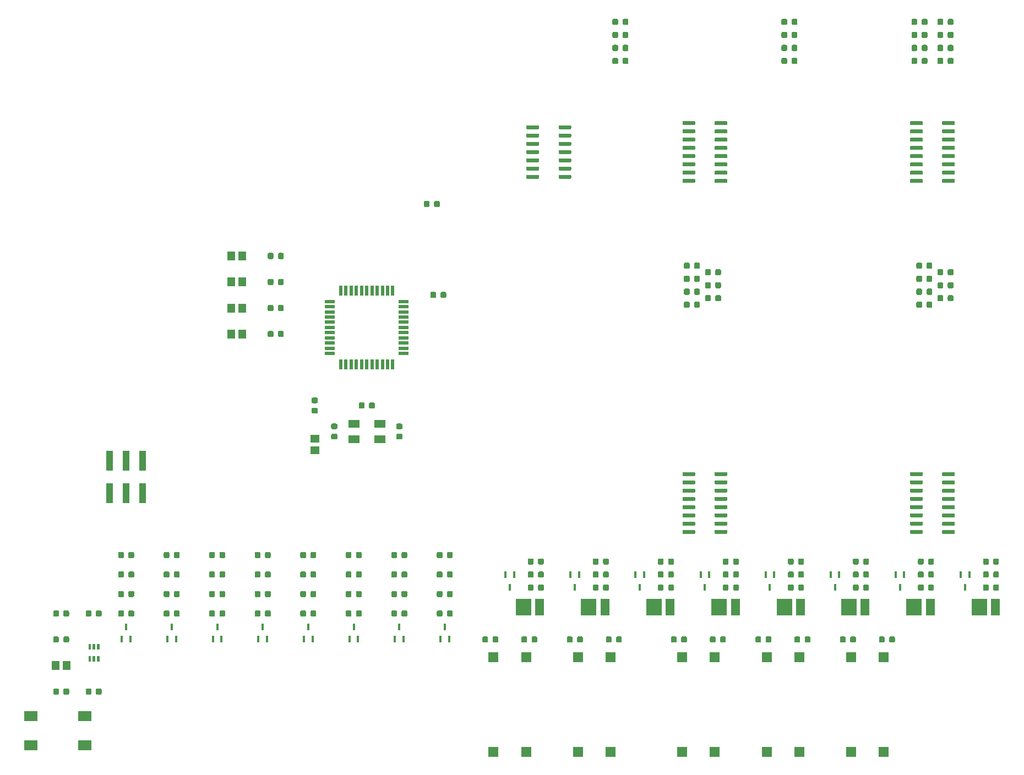
<source format=gtp>
G04 #@! TF.GenerationSoftware,KiCad,Pcbnew,(5.1.5)-3*
G04 #@! TF.CreationDate,2021-06-04T15:37:43+07:00*
G04 #@! TF.ProjectId,digitalSystemBoard,64696769-7461-46c5-9379-7374656d426f,rev?*
G04 #@! TF.SameCoordinates,Original*
G04 #@! TF.FileFunction,Paste,Top*
G04 #@! TF.FilePolarity,Positive*
%FSLAX46Y46*%
G04 Gerber Fmt 4.6, Leading zero omitted, Abs format (unit mm)*
G04 Created by KiCad (PCBNEW (5.1.5)-3) date 2021-06-04 15:37:43*
%MOMM*%
%LPD*%
G04 APERTURE LIST*
%ADD10C,0.010000*%
%ADD11R,1.399997X2.599995*%
%ADD12R,2.399995X2.599995*%
%ADD13R,2.000000X1.500000*%
%ADD14C,0.100000*%
%ADD15R,1.500000X1.500000*%
%ADD16R,0.457200X1.117600*%
%ADD17R,1.000000X3.150000*%
%ADD18R,1.800000X1.200000*%
%ADD19R,0.550000X1.500000*%
%ADD20R,1.500000X0.550000*%
%ADD21R,1.200000X1.470000*%
%ADD22R,1.470000X1.200000*%
G04 APERTURE END LIST*
D10*
G36*
X74197179Y-140675000D02*
G01*
X74500000Y-140675000D01*
X74500000Y-141422973D01*
X74197179Y-141422973D01*
X74197179Y-140675000D01*
G37*
X74197179Y-140675000D02*
X74500000Y-140675000D01*
X74500000Y-141422973D01*
X74197179Y-141422973D01*
X74197179Y-140675000D01*
G36*
X74849854Y-140675000D02*
G01*
X75150000Y-140675000D01*
X75150000Y-141424439D01*
X74849854Y-141424439D01*
X74849854Y-140675000D01*
G37*
X74849854Y-140675000D02*
X75150000Y-140675000D01*
X75150000Y-141424439D01*
X74849854Y-141424439D01*
X74849854Y-140675000D01*
G36*
X75501483Y-140675000D02*
G01*
X75800000Y-140675000D01*
X75800000Y-141423294D01*
X75501483Y-141423294D01*
X75501483Y-140675000D01*
G37*
X75501483Y-140675000D02*
X75800000Y-140675000D01*
X75800000Y-141423294D01*
X75501483Y-141423294D01*
X75501483Y-140675000D01*
G36*
X75501185Y-142575000D02*
G01*
X75800000Y-142575000D01*
X75800000Y-143328140D01*
X75501185Y-143328140D01*
X75501185Y-142575000D01*
G37*
X75501185Y-142575000D02*
X75800000Y-142575000D01*
X75800000Y-143328140D01*
X75501185Y-143328140D01*
X75501185Y-142575000D01*
G36*
X74849764Y-142575000D02*
G01*
X75150000Y-142575000D01*
X75150000Y-143327080D01*
X74849764Y-143327080D01*
X74849764Y-142575000D01*
G37*
X74849764Y-142575000D02*
X75150000Y-142575000D01*
X75150000Y-143327080D01*
X74849764Y-143327080D01*
X74849764Y-142575000D01*
G36*
X74198878Y-142575000D02*
G01*
X74500000Y-142575000D01*
X74500000Y-143326860D01*
X74198878Y-143326860D01*
X74198878Y-142575000D01*
G37*
X74198878Y-142575000D02*
X74500000Y-142575000D01*
X74500000Y-143326860D01*
X74198878Y-143326860D01*
X74198878Y-142575000D01*
D11*
X213682909Y-134981000D03*
D12*
X211183041Y-134981000D03*
D11*
X203649909Y-134981000D03*
D12*
X201150041Y-134981000D03*
D11*
X193616909Y-134981000D03*
D12*
X191117041Y-134981000D03*
D11*
X183710909Y-134981000D03*
D12*
X181211041Y-134981000D03*
D11*
X173677909Y-134981000D03*
D12*
X171178041Y-134981000D03*
D11*
X163644909Y-134981000D03*
D12*
X161145041Y-134981000D03*
D11*
X153611909Y-134981000D03*
D12*
X151112041Y-134981000D03*
D13*
X65350000Y-151750000D03*
X65350000Y-156250000D03*
X73650000Y-151750000D03*
X73650000Y-156250000D03*
D11*
X143578909Y-134981000D03*
D12*
X141079041Y-134981000D03*
D14*
G36*
X207314703Y-114255722D02*
G01*
X207329264Y-114257882D01*
X207343543Y-114261459D01*
X207357403Y-114266418D01*
X207370710Y-114272712D01*
X207383336Y-114280280D01*
X207395159Y-114289048D01*
X207406066Y-114298934D01*
X207415952Y-114309841D01*
X207424720Y-114321664D01*
X207432288Y-114334290D01*
X207438582Y-114347597D01*
X207443541Y-114361457D01*
X207447118Y-114375736D01*
X207449278Y-114390297D01*
X207450000Y-114405000D01*
X207450000Y-114705000D01*
X207449278Y-114719703D01*
X207447118Y-114734264D01*
X207443541Y-114748543D01*
X207438582Y-114762403D01*
X207432288Y-114775710D01*
X207424720Y-114788336D01*
X207415952Y-114800159D01*
X207406066Y-114811066D01*
X207395159Y-114820952D01*
X207383336Y-114829720D01*
X207370710Y-114837288D01*
X207357403Y-114843582D01*
X207343543Y-114848541D01*
X207329264Y-114852118D01*
X207314703Y-114854278D01*
X207300000Y-114855000D01*
X205650000Y-114855000D01*
X205635297Y-114854278D01*
X205620736Y-114852118D01*
X205606457Y-114848541D01*
X205592597Y-114843582D01*
X205579290Y-114837288D01*
X205566664Y-114829720D01*
X205554841Y-114820952D01*
X205543934Y-114811066D01*
X205534048Y-114800159D01*
X205525280Y-114788336D01*
X205517712Y-114775710D01*
X205511418Y-114762403D01*
X205506459Y-114748543D01*
X205502882Y-114734264D01*
X205500722Y-114719703D01*
X205500000Y-114705000D01*
X205500000Y-114405000D01*
X205500722Y-114390297D01*
X205502882Y-114375736D01*
X205506459Y-114361457D01*
X205511418Y-114347597D01*
X205517712Y-114334290D01*
X205525280Y-114321664D01*
X205534048Y-114309841D01*
X205543934Y-114298934D01*
X205554841Y-114289048D01*
X205566664Y-114280280D01*
X205579290Y-114272712D01*
X205592597Y-114266418D01*
X205606457Y-114261459D01*
X205620736Y-114257882D01*
X205635297Y-114255722D01*
X205650000Y-114255000D01*
X207300000Y-114255000D01*
X207314703Y-114255722D01*
G37*
G36*
X207314703Y-115525722D02*
G01*
X207329264Y-115527882D01*
X207343543Y-115531459D01*
X207357403Y-115536418D01*
X207370710Y-115542712D01*
X207383336Y-115550280D01*
X207395159Y-115559048D01*
X207406066Y-115568934D01*
X207415952Y-115579841D01*
X207424720Y-115591664D01*
X207432288Y-115604290D01*
X207438582Y-115617597D01*
X207443541Y-115631457D01*
X207447118Y-115645736D01*
X207449278Y-115660297D01*
X207450000Y-115675000D01*
X207450000Y-115975000D01*
X207449278Y-115989703D01*
X207447118Y-116004264D01*
X207443541Y-116018543D01*
X207438582Y-116032403D01*
X207432288Y-116045710D01*
X207424720Y-116058336D01*
X207415952Y-116070159D01*
X207406066Y-116081066D01*
X207395159Y-116090952D01*
X207383336Y-116099720D01*
X207370710Y-116107288D01*
X207357403Y-116113582D01*
X207343543Y-116118541D01*
X207329264Y-116122118D01*
X207314703Y-116124278D01*
X207300000Y-116125000D01*
X205650000Y-116125000D01*
X205635297Y-116124278D01*
X205620736Y-116122118D01*
X205606457Y-116118541D01*
X205592597Y-116113582D01*
X205579290Y-116107288D01*
X205566664Y-116099720D01*
X205554841Y-116090952D01*
X205543934Y-116081066D01*
X205534048Y-116070159D01*
X205525280Y-116058336D01*
X205517712Y-116045710D01*
X205511418Y-116032403D01*
X205506459Y-116018543D01*
X205502882Y-116004264D01*
X205500722Y-115989703D01*
X205500000Y-115975000D01*
X205500000Y-115675000D01*
X205500722Y-115660297D01*
X205502882Y-115645736D01*
X205506459Y-115631457D01*
X205511418Y-115617597D01*
X205517712Y-115604290D01*
X205525280Y-115591664D01*
X205534048Y-115579841D01*
X205543934Y-115568934D01*
X205554841Y-115559048D01*
X205566664Y-115550280D01*
X205579290Y-115542712D01*
X205592597Y-115536418D01*
X205606457Y-115531459D01*
X205620736Y-115527882D01*
X205635297Y-115525722D01*
X205650000Y-115525000D01*
X207300000Y-115525000D01*
X207314703Y-115525722D01*
G37*
G36*
X207314703Y-116795722D02*
G01*
X207329264Y-116797882D01*
X207343543Y-116801459D01*
X207357403Y-116806418D01*
X207370710Y-116812712D01*
X207383336Y-116820280D01*
X207395159Y-116829048D01*
X207406066Y-116838934D01*
X207415952Y-116849841D01*
X207424720Y-116861664D01*
X207432288Y-116874290D01*
X207438582Y-116887597D01*
X207443541Y-116901457D01*
X207447118Y-116915736D01*
X207449278Y-116930297D01*
X207450000Y-116945000D01*
X207450000Y-117245000D01*
X207449278Y-117259703D01*
X207447118Y-117274264D01*
X207443541Y-117288543D01*
X207438582Y-117302403D01*
X207432288Y-117315710D01*
X207424720Y-117328336D01*
X207415952Y-117340159D01*
X207406066Y-117351066D01*
X207395159Y-117360952D01*
X207383336Y-117369720D01*
X207370710Y-117377288D01*
X207357403Y-117383582D01*
X207343543Y-117388541D01*
X207329264Y-117392118D01*
X207314703Y-117394278D01*
X207300000Y-117395000D01*
X205650000Y-117395000D01*
X205635297Y-117394278D01*
X205620736Y-117392118D01*
X205606457Y-117388541D01*
X205592597Y-117383582D01*
X205579290Y-117377288D01*
X205566664Y-117369720D01*
X205554841Y-117360952D01*
X205543934Y-117351066D01*
X205534048Y-117340159D01*
X205525280Y-117328336D01*
X205517712Y-117315710D01*
X205511418Y-117302403D01*
X205506459Y-117288543D01*
X205502882Y-117274264D01*
X205500722Y-117259703D01*
X205500000Y-117245000D01*
X205500000Y-116945000D01*
X205500722Y-116930297D01*
X205502882Y-116915736D01*
X205506459Y-116901457D01*
X205511418Y-116887597D01*
X205517712Y-116874290D01*
X205525280Y-116861664D01*
X205534048Y-116849841D01*
X205543934Y-116838934D01*
X205554841Y-116829048D01*
X205566664Y-116820280D01*
X205579290Y-116812712D01*
X205592597Y-116806418D01*
X205606457Y-116801459D01*
X205620736Y-116797882D01*
X205635297Y-116795722D01*
X205650000Y-116795000D01*
X207300000Y-116795000D01*
X207314703Y-116795722D01*
G37*
G36*
X207314703Y-118065722D02*
G01*
X207329264Y-118067882D01*
X207343543Y-118071459D01*
X207357403Y-118076418D01*
X207370710Y-118082712D01*
X207383336Y-118090280D01*
X207395159Y-118099048D01*
X207406066Y-118108934D01*
X207415952Y-118119841D01*
X207424720Y-118131664D01*
X207432288Y-118144290D01*
X207438582Y-118157597D01*
X207443541Y-118171457D01*
X207447118Y-118185736D01*
X207449278Y-118200297D01*
X207450000Y-118215000D01*
X207450000Y-118515000D01*
X207449278Y-118529703D01*
X207447118Y-118544264D01*
X207443541Y-118558543D01*
X207438582Y-118572403D01*
X207432288Y-118585710D01*
X207424720Y-118598336D01*
X207415952Y-118610159D01*
X207406066Y-118621066D01*
X207395159Y-118630952D01*
X207383336Y-118639720D01*
X207370710Y-118647288D01*
X207357403Y-118653582D01*
X207343543Y-118658541D01*
X207329264Y-118662118D01*
X207314703Y-118664278D01*
X207300000Y-118665000D01*
X205650000Y-118665000D01*
X205635297Y-118664278D01*
X205620736Y-118662118D01*
X205606457Y-118658541D01*
X205592597Y-118653582D01*
X205579290Y-118647288D01*
X205566664Y-118639720D01*
X205554841Y-118630952D01*
X205543934Y-118621066D01*
X205534048Y-118610159D01*
X205525280Y-118598336D01*
X205517712Y-118585710D01*
X205511418Y-118572403D01*
X205506459Y-118558543D01*
X205502882Y-118544264D01*
X205500722Y-118529703D01*
X205500000Y-118515000D01*
X205500000Y-118215000D01*
X205500722Y-118200297D01*
X205502882Y-118185736D01*
X205506459Y-118171457D01*
X205511418Y-118157597D01*
X205517712Y-118144290D01*
X205525280Y-118131664D01*
X205534048Y-118119841D01*
X205543934Y-118108934D01*
X205554841Y-118099048D01*
X205566664Y-118090280D01*
X205579290Y-118082712D01*
X205592597Y-118076418D01*
X205606457Y-118071459D01*
X205620736Y-118067882D01*
X205635297Y-118065722D01*
X205650000Y-118065000D01*
X207300000Y-118065000D01*
X207314703Y-118065722D01*
G37*
G36*
X207314703Y-119335722D02*
G01*
X207329264Y-119337882D01*
X207343543Y-119341459D01*
X207357403Y-119346418D01*
X207370710Y-119352712D01*
X207383336Y-119360280D01*
X207395159Y-119369048D01*
X207406066Y-119378934D01*
X207415952Y-119389841D01*
X207424720Y-119401664D01*
X207432288Y-119414290D01*
X207438582Y-119427597D01*
X207443541Y-119441457D01*
X207447118Y-119455736D01*
X207449278Y-119470297D01*
X207450000Y-119485000D01*
X207450000Y-119785000D01*
X207449278Y-119799703D01*
X207447118Y-119814264D01*
X207443541Y-119828543D01*
X207438582Y-119842403D01*
X207432288Y-119855710D01*
X207424720Y-119868336D01*
X207415952Y-119880159D01*
X207406066Y-119891066D01*
X207395159Y-119900952D01*
X207383336Y-119909720D01*
X207370710Y-119917288D01*
X207357403Y-119923582D01*
X207343543Y-119928541D01*
X207329264Y-119932118D01*
X207314703Y-119934278D01*
X207300000Y-119935000D01*
X205650000Y-119935000D01*
X205635297Y-119934278D01*
X205620736Y-119932118D01*
X205606457Y-119928541D01*
X205592597Y-119923582D01*
X205579290Y-119917288D01*
X205566664Y-119909720D01*
X205554841Y-119900952D01*
X205543934Y-119891066D01*
X205534048Y-119880159D01*
X205525280Y-119868336D01*
X205517712Y-119855710D01*
X205511418Y-119842403D01*
X205506459Y-119828543D01*
X205502882Y-119814264D01*
X205500722Y-119799703D01*
X205500000Y-119785000D01*
X205500000Y-119485000D01*
X205500722Y-119470297D01*
X205502882Y-119455736D01*
X205506459Y-119441457D01*
X205511418Y-119427597D01*
X205517712Y-119414290D01*
X205525280Y-119401664D01*
X205534048Y-119389841D01*
X205543934Y-119378934D01*
X205554841Y-119369048D01*
X205566664Y-119360280D01*
X205579290Y-119352712D01*
X205592597Y-119346418D01*
X205606457Y-119341459D01*
X205620736Y-119337882D01*
X205635297Y-119335722D01*
X205650000Y-119335000D01*
X207300000Y-119335000D01*
X207314703Y-119335722D01*
G37*
G36*
X207314703Y-120605722D02*
G01*
X207329264Y-120607882D01*
X207343543Y-120611459D01*
X207357403Y-120616418D01*
X207370710Y-120622712D01*
X207383336Y-120630280D01*
X207395159Y-120639048D01*
X207406066Y-120648934D01*
X207415952Y-120659841D01*
X207424720Y-120671664D01*
X207432288Y-120684290D01*
X207438582Y-120697597D01*
X207443541Y-120711457D01*
X207447118Y-120725736D01*
X207449278Y-120740297D01*
X207450000Y-120755000D01*
X207450000Y-121055000D01*
X207449278Y-121069703D01*
X207447118Y-121084264D01*
X207443541Y-121098543D01*
X207438582Y-121112403D01*
X207432288Y-121125710D01*
X207424720Y-121138336D01*
X207415952Y-121150159D01*
X207406066Y-121161066D01*
X207395159Y-121170952D01*
X207383336Y-121179720D01*
X207370710Y-121187288D01*
X207357403Y-121193582D01*
X207343543Y-121198541D01*
X207329264Y-121202118D01*
X207314703Y-121204278D01*
X207300000Y-121205000D01*
X205650000Y-121205000D01*
X205635297Y-121204278D01*
X205620736Y-121202118D01*
X205606457Y-121198541D01*
X205592597Y-121193582D01*
X205579290Y-121187288D01*
X205566664Y-121179720D01*
X205554841Y-121170952D01*
X205543934Y-121161066D01*
X205534048Y-121150159D01*
X205525280Y-121138336D01*
X205517712Y-121125710D01*
X205511418Y-121112403D01*
X205506459Y-121098543D01*
X205502882Y-121084264D01*
X205500722Y-121069703D01*
X205500000Y-121055000D01*
X205500000Y-120755000D01*
X205500722Y-120740297D01*
X205502882Y-120725736D01*
X205506459Y-120711457D01*
X205511418Y-120697597D01*
X205517712Y-120684290D01*
X205525280Y-120671664D01*
X205534048Y-120659841D01*
X205543934Y-120648934D01*
X205554841Y-120639048D01*
X205566664Y-120630280D01*
X205579290Y-120622712D01*
X205592597Y-120616418D01*
X205606457Y-120611459D01*
X205620736Y-120607882D01*
X205635297Y-120605722D01*
X205650000Y-120605000D01*
X207300000Y-120605000D01*
X207314703Y-120605722D01*
G37*
G36*
X207314703Y-121875722D02*
G01*
X207329264Y-121877882D01*
X207343543Y-121881459D01*
X207357403Y-121886418D01*
X207370710Y-121892712D01*
X207383336Y-121900280D01*
X207395159Y-121909048D01*
X207406066Y-121918934D01*
X207415952Y-121929841D01*
X207424720Y-121941664D01*
X207432288Y-121954290D01*
X207438582Y-121967597D01*
X207443541Y-121981457D01*
X207447118Y-121995736D01*
X207449278Y-122010297D01*
X207450000Y-122025000D01*
X207450000Y-122325000D01*
X207449278Y-122339703D01*
X207447118Y-122354264D01*
X207443541Y-122368543D01*
X207438582Y-122382403D01*
X207432288Y-122395710D01*
X207424720Y-122408336D01*
X207415952Y-122420159D01*
X207406066Y-122431066D01*
X207395159Y-122440952D01*
X207383336Y-122449720D01*
X207370710Y-122457288D01*
X207357403Y-122463582D01*
X207343543Y-122468541D01*
X207329264Y-122472118D01*
X207314703Y-122474278D01*
X207300000Y-122475000D01*
X205650000Y-122475000D01*
X205635297Y-122474278D01*
X205620736Y-122472118D01*
X205606457Y-122468541D01*
X205592597Y-122463582D01*
X205579290Y-122457288D01*
X205566664Y-122449720D01*
X205554841Y-122440952D01*
X205543934Y-122431066D01*
X205534048Y-122420159D01*
X205525280Y-122408336D01*
X205517712Y-122395710D01*
X205511418Y-122382403D01*
X205506459Y-122368543D01*
X205502882Y-122354264D01*
X205500722Y-122339703D01*
X205500000Y-122325000D01*
X205500000Y-122025000D01*
X205500722Y-122010297D01*
X205502882Y-121995736D01*
X205506459Y-121981457D01*
X205511418Y-121967597D01*
X205517712Y-121954290D01*
X205525280Y-121941664D01*
X205534048Y-121929841D01*
X205543934Y-121918934D01*
X205554841Y-121909048D01*
X205566664Y-121900280D01*
X205579290Y-121892712D01*
X205592597Y-121886418D01*
X205606457Y-121881459D01*
X205620736Y-121877882D01*
X205635297Y-121875722D01*
X205650000Y-121875000D01*
X207300000Y-121875000D01*
X207314703Y-121875722D01*
G37*
G36*
X207314703Y-123145722D02*
G01*
X207329264Y-123147882D01*
X207343543Y-123151459D01*
X207357403Y-123156418D01*
X207370710Y-123162712D01*
X207383336Y-123170280D01*
X207395159Y-123179048D01*
X207406066Y-123188934D01*
X207415952Y-123199841D01*
X207424720Y-123211664D01*
X207432288Y-123224290D01*
X207438582Y-123237597D01*
X207443541Y-123251457D01*
X207447118Y-123265736D01*
X207449278Y-123280297D01*
X207450000Y-123295000D01*
X207450000Y-123595000D01*
X207449278Y-123609703D01*
X207447118Y-123624264D01*
X207443541Y-123638543D01*
X207438582Y-123652403D01*
X207432288Y-123665710D01*
X207424720Y-123678336D01*
X207415952Y-123690159D01*
X207406066Y-123701066D01*
X207395159Y-123710952D01*
X207383336Y-123719720D01*
X207370710Y-123727288D01*
X207357403Y-123733582D01*
X207343543Y-123738541D01*
X207329264Y-123742118D01*
X207314703Y-123744278D01*
X207300000Y-123745000D01*
X205650000Y-123745000D01*
X205635297Y-123744278D01*
X205620736Y-123742118D01*
X205606457Y-123738541D01*
X205592597Y-123733582D01*
X205579290Y-123727288D01*
X205566664Y-123719720D01*
X205554841Y-123710952D01*
X205543934Y-123701066D01*
X205534048Y-123690159D01*
X205525280Y-123678336D01*
X205517712Y-123665710D01*
X205511418Y-123652403D01*
X205506459Y-123638543D01*
X205502882Y-123624264D01*
X205500722Y-123609703D01*
X205500000Y-123595000D01*
X205500000Y-123295000D01*
X205500722Y-123280297D01*
X205502882Y-123265736D01*
X205506459Y-123251457D01*
X205511418Y-123237597D01*
X205517712Y-123224290D01*
X205525280Y-123211664D01*
X205534048Y-123199841D01*
X205543934Y-123188934D01*
X205554841Y-123179048D01*
X205566664Y-123170280D01*
X205579290Y-123162712D01*
X205592597Y-123156418D01*
X205606457Y-123151459D01*
X205620736Y-123147882D01*
X205635297Y-123145722D01*
X205650000Y-123145000D01*
X207300000Y-123145000D01*
X207314703Y-123145722D01*
G37*
G36*
X202364703Y-123145722D02*
G01*
X202379264Y-123147882D01*
X202393543Y-123151459D01*
X202407403Y-123156418D01*
X202420710Y-123162712D01*
X202433336Y-123170280D01*
X202445159Y-123179048D01*
X202456066Y-123188934D01*
X202465952Y-123199841D01*
X202474720Y-123211664D01*
X202482288Y-123224290D01*
X202488582Y-123237597D01*
X202493541Y-123251457D01*
X202497118Y-123265736D01*
X202499278Y-123280297D01*
X202500000Y-123295000D01*
X202500000Y-123595000D01*
X202499278Y-123609703D01*
X202497118Y-123624264D01*
X202493541Y-123638543D01*
X202488582Y-123652403D01*
X202482288Y-123665710D01*
X202474720Y-123678336D01*
X202465952Y-123690159D01*
X202456066Y-123701066D01*
X202445159Y-123710952D01*
X202433336Y-123719720D01*
X202420710Y-123727288D01*
X202407403Y-123733582D01*
X202393543Y-123738541D01*
X202379264Y-123742118D01*
X202364703Y-123744278D01*
X202350000Y-123745000D01*
X200700000Y-123745000D01*
X200685297Y-123744278D01*
X200670736Y-123742118D01*
X200656457Y-123738541D01*
X200642597Y-123733582D01*
X200629290Y-123727288D01*
X200616664Y-123719720D01*
X200604841Y-123710952D01*
X200593934Y-123701066D01*
X200584048Y-123690159D01*
X200575280Y-123678336D01*
X200567712Y-123665710D01*
X200561418Y-123652403D01*
X200556459Y-123638543D01*
X200552882Y-123624264D01*
X200550722Y-123609703D01*
X200550000Y-123595000D01*
X200550000Y-123295000D01*
X200550722Y-123280297D01*
X200552882Y-123265736D01*
X200556459Y-123251457D01*
X200561418Y-123237597D01*
X200567712Y-123224290D01*
X200575280Y-123211664D01*
X200584048Y-123199841D01*
X200593934Y-123188934D01*
X200604841Y-123179048D01*
X200616664Y-123170280D01*
X200629290Y-123162712D01*
X200642597Y-123156418D01*
X200656457Y-123151459D01*
X200670736Y-123147882D01*
X200685297Y-123145722D01*
X200700000Y-123145000D01*
X202350000Y-123145000D01*
X202364703Y-123145722D01*
G37*
G36*
X202364703Y-121875722D02*
G01*
X202379264Y-121877882D01*
X202393543Y-121881459D01*
X202407403Y-121886418D01*
X202420710Y-121892712D01*
X202433336Y-121900280D01*
X202445159Y-121909048D01*
X202456066Y-121918934D01*
X202465952Y-121929841D01*
X202474720Y-121941664D01*
X202482288Y-121954290D01*
X202488582Y-121967597D01*
X202493541Y-121981457D01*
X202497118Y-121995736D01*
X202499278Y-122010297D01*
X202500000Y-122025000D01*
X202500000Y-122325000D01*
X202499278Y-122339703D01*
X202497118Y-122354264D01*
X202493541Y-122368543D01*
X202488582Y-122382403D01*
X202482288Y-122395710D01*
X202474720Y-122408336D01*
X202465952Y-122420159D01*
X202456066Y-122431066D01*
X202445159Y-122440952D01*
X202433336Y-122449720D01*
X202420710Y-122457288D01*
X202407403Y-122463582D01*
X202393543Y-122468541D01*
X202379264Y-122472118D01*
X202364703Y-122474278D01*
X202350000Y-122475000D01*
X200700000Y-122475000D01*
X200685297Y-122474278D01*
X200670736Y-122472118D01*
X200656457Y-122468541D01*
X200642597Y-122463582D01*
X200629290Y-122457288D01*
X200616664Y-122449720D01*
X200604841Y-122440952D01*
X200593934Y-122431066D01*
X200584048Y-122420159D01*
X200575280Y-122408336D01*
X200567712Y-122395710D01*
X200561418Y-122382403D01*
X200556459Y-122368543D01*
X200552882Y-122354264D01*
X200550722Y-122339703D01*
X200550000Y-122325000D01*
X200550000Y-122025000D01*
X200550722Y-122010297D01*
X200552882Y-121995736D01*
X200556459Y-121981457D01*
X200561418Y-121967597D01*
X200567712Y-121954290D01*
X200575280Y-121941664D01*
X200584048Y-121929841D01*
X200593934Y-121918934D01*
X200604841Y-121909048D01*
X200616664Y-121900280D01*
X200629290Y-121892712D01*
X200642597Y-121886418D01*
X200656457Y-121881459D01*
X200670736Y-121877882D01*
X200685297Y-121875722D01*
X200700000Y-121875000D01*
X202350000Y-121875000D01*
X202364703Y-121875722D01*
G37*
G36*
X202364703Y-120605722D02*
G01*
X202379264Y-120607882D01*
X202393543Y-120611459D01*
X202407403Y-120616418D01*
X202420710Y-120622712D01*
X202433336Y-120630280D01*
X202445159Y-120639048D01*
X202456066Y-120648934D01*
X202465952Y-120659841D01*
X202474720Y-120671664D01*
X202482288Y-120684290D01*
X202488582Y-120697597D01*
X202493541Y-120711457D01*
X202497118Y-120725736D01*
X202499278Y-120740297D01*
X202500000Y-120755000D01*
X202500000Y-121055000D01*
X202499278Y-121069703D01*
X202497118Y-121084264D01*
X202493541Y-121098543D01*
X202488582Y-121112403D01*
X202482288Y-121125710D01*
X202474720Y-121138336D01*
X202465952Y-121150159D01*
X202456066Y-121161066D01*
X202445159Y-121170952D01*
X202433336Y-121179720D01*
X202420710Y-121187288D01*
X202407403Y-121193582D01*
X202393543Y-121198541D01*
X202379264Y-121202118D01*
X202364703Y-121204278D01*
X202350000Y-121205000D01*
X200700000Y-121205000D01*
X200685297Y-121204278D01*
X200670736Y-121202118D01*
X200656457Y-121198541D01*
X200642597Y-121193582D01*
X200629290Y-121187288D01*
X200616664Y-121179720D01*
X200604841Y-121170952D01*
X200593934Y-121161066D01*
X200584048Y-121150159D01*
X200575280Y-121138336D01*
X200567712Y-121125710D01*
X200561418Y-121112403D01*
X200556459Y-121098543D01*
X200552882Y-121084264D01*
X200550722Y-121069703D01*
X200550000Y-121055000D01*
X200550000Y-120755000D01*
X200550722Y-120740297D01*
X200552882Y-120725736D01*
X200556459Y-120711457D01*
X200561418Y-120697597D01*
X200567712Y-120684290D01*
X200575280Y-120671664D01*
X200584048Y-120659841D01*
X200593934Y-120648934D01*
X200604841Y-120639048D01*
X200616664Y-120630280D01*
X200629290Y-120622712D01*
X200642597Y-120616418D01*
X200656457Y-120611459D01*
X200670736Y-120607882D01*
X200685297Y-120605722D01*
X200700000Y-120605000D01*
X202350000Y-120605000D01*
X202364703Y-120605722D01*
G37*
G36*
X202364703Y-119335722D02*
G01*
X202379264Y-119337882D01*
X202393543Y-119341459D01*
X202407403Y-119346418D01*
X202420710Y-119352712D01*
X202433336Y-119360280D01*
X202445159Y-119369048D01*
X202456066Y-119378934D01*
X202465952Y-119389841D01*
X202474720Y-119401664D01*
X202482288Y-119414290D01*
X202488582Y-119427597D01*
X202493541Y-119441457D01*
X202497118Y-119455736D01*
X202499278Y-119470297D01*
X202500000Y-119485000D01*
X202500000Y-119785000D01*
X202499278Y-119799703D01*
X202497118Y-119814264D01*
X202493541Y-119828543D01*
X202488582Y-119842403D01*
X202482288Y-119855710D01*
X202474720Y-119868336D01*
X202465952Y-119880159D01*
X202456066Y-119891066D01*
X202445159Y-119900952D01*
X202433336Y-119909720D01*
X202420710Y-119917288D01*
X202407403Y-119923582D01*
X202393543Y-119928541D01*
X202379264Y-119932118D01*
X202364703Y-119934278D01*
X202350000Y-119935000D01*
X200700000Y-119935000D01*
X200685297Y-119934278D01*
X200670736Y-119932118D01*
X200656457Y-119928541D01*
X200642597Y-119923582D01*
X200629290Y-119917288D01*
X200616664Y-119909720D01*
X200604841Y-119900952D01*
X200593934Y-119891066D01*
X200584048Y-119880159D01*
X200575280Y-119868336D01*
X200567712Y-119855710D01*
X200561418Y-119842403D01*
X200556459Y-119828543D01*
X200552882Y-119814264D01*
X200550722Y-119799703D01*
X200550000Y-119785000D01*
X200550000Y-119485000D01*
X200550722Y-119470297D01*
X200552882Y-119455736D01*
X200556459Y-119441457D01*
X200561418Y-119427597D01*
X200567712Y-119414290D01*
X200575280Y-119401664D01*
X200584048Y-119389841D01*
X200593934Y-119378934D01*
X200604841Y-119369048D01*
X200616664Y-119360280D01*
X200629290Y-119352712D01*
X200642597Y-119346418D01*
X200656457Y-119341459D01*
X200670736Y-119337882D01*
X200685297Y-119335722D01*
X200700000Y-119335000D01*
X202350000Y-119335000D01*
X202364703Y-119335722D01*
G37*
G36*
X202364703Y-118065722D02*
G01*
X202379264Y-118067882D01*
X202393543Y-118071459D01*
X202407403Y-118076418D01*
X202420710Y-118082712D01*
X202433336Y-118090280D01*
X202445159Y-118099048D01*
X202456066Y-118108934D01*
X202465952Y-118119841D01*
X202474720Y-118131664D01*
X202482288Y-118144290D01*
X202488582Y-118157597D01*
X202493541Y-118171457D01*
X202497118Y-118185736D01*
X202499278Y-118200297D01*
X202500000Y-118215000D01*
X202500000Y-118515000D01*
X202499278Y-118529703D01*
X202497118Y-118544264D01*
X202493541Y-118558543D01*
X202488582Y-118572403D01*
X202482288Y-118585710D01*
X202474720Y-118598336D01*
X202465952Y-118610159D01*
X202456066Y-118621066D01*
X202445159Y-118630952D01*
X202433336Y-118639720D01*
X202420710Y-118647288D01*
X202407403Y-118653582D01*
X202393543Y-118658541D01*
X202379264Y-118662118D01*
X202364703Y-118664278D01*
X202350000Y-118665000D01*
X200700000Y-118665000D01*
X200685297Y-118664278D01*
X200670736Y-118662118D01*
X200656457Y-118658541D01*
X200642597Y-118653582D01*
X200629290Y-118647288D01*
X200616664Y-118639720D01*
X200604841Y-118630952D01*
X200593934Y-118621066D01*
X200584048Y-118610159D01*
X200575280Y-118598336D01*
X200567712Y-118585710D01*
X200561418Y-118572403D01*
X200556459Y-118558543D01*
X200552882Y-118544264D01*
X200550722Y-118529703D01*
X200550000Y-118515000D01*
X200550000Y-118215000D01*
X200550722Y-118200297D01*
X200552882Y-118185736D01*
X200556459Y-118171457D01*
X200561418Y-118157597D01*
X200567712Y-118144290D01*
X200575280Y-118131664D01*
X200584048Y-118119841D01*
X200593934Y-118108934D01*
X200604841Y-118099048D01*
X200616664Y-118090280D01*
X200629290Y-118082712D01*
X200642597Y-118076418D01*
X200656457Y-118071459D01*
X200670736Y-118067882D01*
X200685297Y-118065722D01*
X200700000Y-118065000D01*
X202350000Y-118065000D01*
X202364703Y-118065722D01*
G37*
G36*
X202364703Y-116795722D02*
G01*
X202379264Y-116797882D01*
X202393543Y-116801459D01*
X202407403Y-116806418D01*
X202420710Y-116812712D01*
X202433336Y-116820280D01*
X202445159Y-116829048D01*
X202456066Y-116838934D01*
X202465952Y-116849841D01*
X202474720Y-116861664D01*
X202482288Y-116874290D01*
X202488582Y-116887597D01*
X202493541Y-116901457D01*
X202497118Y-116915736D01*
X202499278Y-116930297D01*
X202500000Y-116945000D01*
X202500000Y-117245000D01*
X202499278Y-117259703D01*
X202497118Y-117274264D01*
X202493541Y-117288543D01*
X202488582Y-117302403D01*
X202482288Y-117315710D01*
X202474720Y-117328336D01*
X202465952Y-117340159D01*
X202456066Y-117351066D01*
X202445159Y-117360952D01*
X202433336Y-117369720D01*
X202420710Y-117377288D01*
X202407403Y-117383582D01*
X202393543Y-117388541D01*
X202379264Y-117392118D01*
X202364703Y-117394278D01*
X202350000Y-117395000D01*
X200700000Y-117395000D01*
X200685297Y-117394278D01*
X200670736Y-117392118D01*
X200656457Y-117388541D01*
X200642597Y-117383582D01*
X200629290Y-117377288D01*
X200616664Y-117369720D01*
X200604841Y-117360952D01*
X200593934Y-117351066D01*
X200584048Y-117340159D01*
X200575280Y-117328336D01*
X200567712Y-117315710D01*
X200561418Y-117302403D01*
X200556459Y-117288543D01*
X200552882Y-117274264D01*
X200550722Y-117259703D01*
X200550000Y-117245000D01*
X200550000Y-116945000D01*
X200550722Y-116930297D01*
X200552882Y-116915736D01*
X200556459Y-116901457D01*
X200561418Y-116887597D01*
X200567712Y-116874290D01*
X200575280Y-116861664D01*
X200584048Y-116849841D01*
X200593934Y-116838934D01*
X200604841Y-116829048D01*
X200616664Y-116820280D01*
X200629290Y-116812712D01*
X200642597Y-116806418D01*
X200656457Y-116801459D01*
X200670736Y-116797882D01*
X200685297Y-116795722D01*
X200700000Y-116795000D01*
X202350000Y-116795000D01*
X202364703Y-116795722D01*
G37*
G36*
X202364703Y-115525722D02*
G01*
X202379264Y-115527882D01*
X202393543Y-115531459D01*
X202407403Y-115536418D01*
X202420710Y-115542712D01*
X202433336Y-115550280D01*
X202445159Y-115559048D01*
X202456066Y-115568934D01*
X202465952Y-115579841D01*
X202474720Y-115591664D01*
X202482288Y-115604290D01*
X202488582Y-115617597D01*
X202493541Y-115631457D01*
X202497118Y-115645736D01*
X202499278Y-115660297D01*
X202500000Y-115675000D01*
X202500000Y-115975000D01*
X202499278Y-115989703D01*
X202497118Y-116004264D01*
X202493541Y-116018543D01*
X202488582Y-116032403D01*
X202482288Y-116045710D01*
X202474720Y-116058336D01*
X202465952Y-116070159D01*
X202456066Y-116081066D01*
X202445159Y-116090952D01*
X202433336Y-116099720D01*
X202420710Y-116107288D01*
X202407403Y-116113582D01*
X202393543Y-116118541D01*
X202379264Y-116122118D01*
X202364703Y-116124278D01*
X202350000Y-116125000D01*
X200700000Y-116125000D01*
X200685297Y-116124278D01*
X200670736Y-116122118D01*
X200656457Y-116118541D01*
X200642597Y-116113582D01*
X200629290Y-116107288D01*
X200616664Y-116099720D01*
X200604841Y-116090952D01*
X200593934Y-116081066D01*
X200584048Y-116070159D01*
X200575280Y-116058336D01*
X200567712Y-116045710D01*
X200561418Y-116032403D01*
X200556459Y-116018543D01*
X200552882Y-116004264D01*
X200550722Y-115989703D01*
X200550000Y-115975000D01*
X200550000Y-115675000D01*
X200550722Y-115660297D01*
X200552882Y-115645736D01*
X200556459Y-115631457D01*
X200561418Y-115617597D01*
X200567712Y-115604290D01*
X200575280Y-115591664D01*
X200584048Y-115579841D01*
X200593934Y-115568934D01*
X200604841Y-115559048D01*
X200616664Y-115550280D01*
X200629290Y-115542712D01*
X200642597Y-115536418D01*
X200656457Y-115531459D01*
X200670736Y-115527882D01*
X200685297Y-115525722D01*
X200700000Y-115525000D01*
X202350000Y-115525000D01*
X202364703Y-115525722D01*
G37*
G36*
X202364703Y-114255722D02*
G01*
X202379264Y-114257882D01*
X202393543Y-114261459D01*
X202407403Y-114266418D01*
X202420710Y-114272712D01*
X202433336Y-114280280D01*
X202445159Y-114289048D01*
X202456066Y-114298934D01*
X202465952Y-114309841D01*
X202474720Y-114321664D01*
X202482288Y-114334290D01*
X202488582Y-114347597D01*
X202493541Y-114361457D01*
X202497118Y-114375736D01*
X202499278Y-114390297D01*
X202500000Y-114405000D01*
X202500000Y-114705000D01*
X202499278Y-114719703D01*
X202497118Y-114734264D01*
X202493541Y-114748543D01*
X202488582Y-114762403D01*
X202482288Y-114775710D01*
X202474720Y-114788336D01*
X202465952Y-114800159D01*
X202456066Y-114811066D01*
X202445159Y-114820952D01*
X202433336Y-114829720D01*
X202420710Y-114837288D01*
X202407403Y-114843582D01*
X202393543Y-114848541D01*
X202379264Y-114852118D01*
X202364703Y-114854278D01*
X202350000Y-114855000D01*
X200700000Y-114855000D01*
X200685297Y-114854278D01*
X200670736Y-114852118D01*
X200656457Y-114848541D01*
X200642597Y-114843582D01*
X200629290Y-114837288D01*
X200616664Y-114829720D01*
X200604841Y-114820952D01*
X200593934Y-114811066D01*
X200584048Y-114800159D01*
X200575280Y-114788336D01*
X200567712Y-114775710D01*
X200561418Y-114762403D01*
X200556459Y-114748543D01*
X200552882Y-114734264D01*
X200550722Y-114719703D01*
X200550000Y-114705000D01*
X200550000Y-114405000D01*
X200550722Y-114390297D01*
X200552882Y-114375736D01*
X200556459Y-114361457D01*
X200561418Y-114347597D01*
X200567712Y-114334290D01*
X200575280Y-114321664D01*
X200584048Y-114309841D01*
X200593934Y-114298934D01*
X200604841Y-114289048D01*
X200616664Y-114280280D01*
X200629290Y-114272712D01*
X200642597Y-114266418D01*
X200656457Y-114261459D01*
X200670736Y-114257882D01*
X200685297Y-114255722D01*
X200700000Y-114255000D01*
X202350000Y-114255000D01*
X202364703Y-114255722D01*
G37*
G36*
X172314703Y-114255722D02*
G01*
X172329264Y-114257882D01*
X172343543Y-114261459D01*
X172357403Y-114266418D01*
X172370710Y-114272712D01*
X172383336Y-114280280D01*
X172395159Y-114289048D01*
X172406066Y-114298934D01*
X172415952Y-114309841D01*
X172424720Y-114321664D01*
X172432288Y-114334290D01*
X172438582Y-114347597D01*
X172443541Y-114361457D01*
X172447118Y-114375736D01*
X172449278Y-114390297D01*
X172450000Y-114405000D01*
X172450000Y-114705000D01*
X172449278Y-114719703D01*
X172447118Y-114734264D01*
X172443541Y-114748543D01*
X172438582Y-114762403D01*
X172432288Y-114775710D01*
X172424720Y-114788336D01*
X172415952Y-114800159D01*
X172406066Y-114811066D01*
X172395159Y-114820952D01*
X172383336Y-114829720D01*
X172370710Y-114837288D01*
X172357403Y-114843582D01*
X172343543Y-114848541D01*
X172329264Y-114852118D01*
X172314703Y-114854278D01*
X172300000Y-114855000D01*
X170650000Y-114855000D01*
X170635297Y-114854278D01*
X170620736Y-114852118D01*
X170606457Y-114848541D01*
X170592597Y-114843582D01*
X170579290Y-114837288D01*
X170566664Y-114829720D01*
X170554841Y-114820952D01*
X170543934Y-114811066D01*
X170534048Y-114800159D01*
X170525280Y-114788336D01*
X170517712Y-114775710D01*
X170511418Y-114762403D01*
X170506459Y-114748543D01*
X170502882Y-114734264D01*
X170500722Y-114719703D01*
X170500000Y-114705000D01*
X170500000Y-114405000D01*
X170500722Y-114390297D01*
X170502882Y-114375736D01*
X170506459Y-114361457D01*
X170511418Y-114347597D01*
X170517712Y-114334290D01*
X170525280Y-114321664D01*
X170534048Y-114309841D01*
X170543934Y-114298934D01*
X170554841Y-114289048D01*
X170566664Y-114280280D01*
X170579290Y-114272712D01*
X170592597Y-114266418D01*
X170606457Y-114261459D01*
X170620736Y-114257882D01*
X170635297Y-114255722D01*
X170650000Y-114255000D01*
X172300000Y-114255000D01*
X172314703Y-114255722D01*
G37*
G36*
X172314703Y-115525722D02*
G01*
X172329264Y-115527882D01*
X172343543Y-115531459D01*
X172357403Y-115536418D01*
X172370710Y-115542712D01*
X172383336Y-115550280D01*
X172395159Y-115559048D01*
X172406066Y-115568934D01*
X172415952Y-115579841D01*
X172424720Y-115591664D01*
X172432288Y-115604290D01*
X172438582Y-115617597D01*
X172443541Y-115631457D01*
X172447118Y-115645736D01*
X172449278Y-115660297D01*
X172450000Y-115675000D01*
X172450000Y-115975000D01*
X172449278Y-115989703D01*
X172447118Y-116004264D01*
X172443541Y-116018543D01*
X172438582Y-116032403D01*
X172432288Y-116045710D01*
X172424720Y-116058336D01*
X172415952Y-116070159D01*
X172406066Y-116081066D01*
X172395159Y-116090952D01*
X172383336Y-116099720D01*
X172370710Y-116107288D01*
X172357403Y-116113582D01*
X172343543Y-116118541D01*
X172329264Y-116122118D01*
X172314703Y-116124278D01*
X172300000Y-116125000D01*
X170650000Y-116125000D01*
X170635297Y-116124278D01*
X170620736Y-116122118D01*
X170606457Y-116118541D01*
X170592597Y-116113582D01*
X170579290Y-116107288D01*
X170566664Y-116099720D01*
X170554841Y-116090952D01*
X170543934Y-116081066D01*
X170534048Y-116070159D01*
X170525280Y-116058336D01*
X170517712Y-116045710D01*
X170511418Y-116032403D01*
X170506459Y-116018543D01*
X170502882Y-116004264D01*
X170500722Y-115989703D01*
X170500000Y-115975000D01*
X170500000Y-115675000D01*
X170500722Y-115660297D01*
X170502882Y-115645736D01*
X170506459Y-115631457D01*
X170511418Y-115617597D01*
X170517712Y-115604290D01*
X170525280Y-115591664D01*
X170534048Y-115579841D01*
X170543934Y-115568934D01*
X170554841Y-115559048D01*
X170566664Y-115550280D01*
X170579290Y-115542712D01*
X170592597Y-115536418D01*
X170606457Y-115531459D01*
X170620736Y-115527882D01*
X170635297Y-115525722D01*
X170650000Y-115525000D01*
X172300000Y-115525000D01*
X172314703Y-115525722D01*
G37*
G36*
X172314703Y-116795722D02*
G01*
X172329264Y-116797882D01*
X172343543Y-116801459D01*
X172357403Y-116806418D01*
X172370710Y-116812712D01*
X172383336Y-116820280D01*
X172395159Y-116829048D01*
X172406066Y-116838934D01*
X172415952Y-116849841D01*
X172424720Y-116861664D01*
X172432288Y-116874290D01*
X172438582Y-116887597D01*
X172443541Y-116901457D01*
X172447118Y-116915736D01*
X172449278Y-116930297D01*
X172450000Y-116945000D01*
X172450000Y-117245000D01*
X172449278Y-117259703D01*
X172447118Y-117274264D01*
X172443541Y-117288543D01*
X172438582Y-117302403D01*
X172432288Y-117315710D01*
X172424720Y-117328336D01*
X172415952Y-117340159D01*
X172406066Y-117351066D01*
X172395159Y-117360952D01*
X172383336Y-117369720D01*
X172370710Y-117377288D01*
X172357403Y-117383582D01*
X172343543Y-117388541D01*
X172329264Y-117392118D01*
X172314703Y-117394278D01*
X172300000Y-117395000D01*
X170650000Y-117395000D01*
X170635297Y-117394278D01*
X170620736Y-117392118D01*
X170606457Y-117388541D01*
X170592597Y-117383582D01*
X170579290Y-117377288D01*
X170566664Y-117369720D01*
X170554841Y-117360952D01*
X170543934Y-117351066D01*
X170534048Y-117340159D01*
X170525280Y-117328336D01*
X170517712Y-117315710D01*
X170511418Y-117302403D01*
X170506459Y-117288543D01*
X170502882Y-117274264D01*
X170500722Y-117259703D01*
X170500000Y-117245000D01*
X170500000Y-116945000D01*
X170500722Y-116930297D01*
X170502882Y-116915736D01*
X170506459Y-116901457D01*
X170511418Y-116887597D01*
X170517712Y-116874290D01*
X170525280Y-116861664D01*
X170534048Y-116849841D01*
X170543934Y-116838934D01*
X170554841Y-116829048D01*
X170566664Y-116820280D01*
X170579290Y-116812712D01*
X170592597Y-116806418D01*
X170606457Y-116801459D01*
X170620736Y-116797882D01*
X170635297Y-116795722D01*
X170650000Y-116795000D01*
X172300000Y-116795000D01*
X172314703Y-116795722D01*
G37*
G36*
X172314703Y-118065722D02*
G01*
X172329264Y-118067882D01*
X172343543Y-118071459D01*
X172357403Y-118076418D01*
X172370710Y-118082712D01*
X172383336Y-118090280D01*
X172395159Y-118099048D01*
X172406066Y-118108934D01*
X172415952Y-118119841D01*
X172424720Y-118131664D01*
X172432288Y-118144290D01*
X172438582Y-118157597D01*
X172443541Y-118171457D01*
X172447118Y-118185736D01*
X172449278Y-118200297D01*
X172450000Y-118215000D01*
X172450000Y-118515000D01*
X172449278Y-118529703D01*
X172447118Y-118544264D01*
X172443541Y-118558543D01*
X172438582Y-118572403D01*
X172432288Y-118585710D01*
X172424720Y-118598336D01*
X172415952Y-118610159D01*
X172406066Y-118621066D01*
X172395159Y-118630952D01*
X172383336Y-118639720D01*
X172370710Y-118647288D01*
X172357403Y-118653582D01*
X172343543Y-118658541D01*
X172329264Y-118662118D01*
X172314703Y-118664278D01*
X172300000Y-118665000D01*
X170650000Y-118665000D01*
X170635297Y-118664278D01*
X170620736Y-118662118D01*
X170606457Y-118658541D01*
X170592597Y-118653582D01*
X170579290Y-118647288D01*
X170566664Y-118639720D01*
X170554841Y-118630952D01*
X170543934Y-118621066D01*
X170534048Y-118610159D01*
X170525280Y-118598336D01*
X170517712Y-118585710D01*
X170511418Y-118572403D01*
X170506459Y-118558543D01*
X170502882Y-118544264D01*
X170500722Y-118529703D01*
X170500000Y-118515000D01*
X170500000Y-118215000D01*
X170500722Y-118200297D01*
X170502882Y-118185736D01*
X170506459Y-118171457D01*
X170511418Y-118157597D01*
X170517712Y-118144290D01*
X170525280Y-118131664D01*
X170534048Y-118119841D01*
X170543934Y-118108934D01*
X170554841Y-118099048D01*
X170566664Y-118090280D01*
X170579290Y-118082712D01*
X170592597Y-118076418D01*
X170606457Y-118071459D01*
X170620736Y-118067882D01*
X170635297Y-118065722D01*
X170650000Y-118065000D01*
X172300000Y-118065000D01*
X172314703Y-118065722D01*
G37*
G36*
X172314703Y-119335722D02*
G01*
X172329264Y-119337882D01*
X172343543Y-119341459D01*
X172357403Y-119346418D01*
X172370710Y-119352712D01*
X172383336Y-119360280D01*
X172395159Y-119369048D01*
X172406066Y-119378934D01*
X172415952Y-119389841D01*
X172424720Y-119401664D01*
X172432288Y-119414290D01*
X172438582Y-119427597D01*
X172443541Y-119441457D01*
X172447118Y-119455736D01*
X172449278Y-119470297D01*
X172450000Y-119485000D01*
X172450000Y-119785000D01*
X172449278Y-119799703D01*
X172447118Y-119814264D01*
X172443541Y-119828543D01*
X172438582Y-119842403D01*
X172432288Y-119855710D01*
X172424720Y-119868336D01*
X172415952Y-119880159D01*
X172406066Y-119891066D01*
X172395159Y-119900952D01*
X172383336Y-119909720D01*
X172370710Y-119917288D01*
X172357403Y-119923582D01*
X172343543Y-119928541D01*
X172329264Y-119932118D01*
X172314703Y-119934278D01*
X172300000Y-119935000D01*
X170650000Y-119935000D01*
X170635297Y-119934278D01*
X170620736Y-119932118D01*
X170606457Y-119928541D01*
X170592597Y-119923582D01*
X170579290Y-119917288D01*
X170566664Y-119909720D01*
X170554841Y-119900952D01*
X170543934Y-119891066D01*
X170534048Y-119880159D01*
X170525280Y-119868336D01*
X170517712Y-119855710D01*
X170511418Y-119842403D01*
X170506459Y-119828543D01*
X170502882Y-119814264D01*
X170500722Y-119799703D01*
X170500000Y-119785000D01*
X170500000Y-119485000D01*
X170500722Y-119470297D01*
X170502882Y-119455736D01*
X170506459Y-119441457D01*
X170511418Y-119427597D01*
X170517712Y-119414290D01*
X170525280Y-119401664D01*
X170534048Y-119389841D01*
X170543934Y-119378934D01*
X170554841Y-119369048D01*
X170566664Y-119360280D01*
X170579290Y-119352712D01*
X170592597Y-119346418D01*
X170606457Y-119341459D01*
X170620736Y-119337882D01*
X170635297Y-119335722D01*
X170650000Y-119335000D01*
X172300000Y-119335000D01*
X172314703Y-119335722D01*
G37*
G36*
X172314703Y-120605722D02*
G01*
X172329264Y-120607882D01*
X172343543Y-120611459D01*
X172357403Y-120616418D01*
X172370710Y-120622712D01*
X172383336Y-120630280D01*
X172395159Y-120639048D01*
X172406066Y-120648934D01*
X172415952Y-120659841D01*
X172424720Y-120671664D01*
X172432288Y-120684290D01*
X172438582Y-120697597D01*
X172443541Y-120711457D01*
X172447118Y-120725736D01*
X172449278Y-120740297D01*
X172450000Y-120755000D01*
X172450000Y-121055000D01*
X172449278Y-121069703D01*
X172447118Y-121084264D01*
X172443541Y-121098543D01*
X172438582Y-121112403D01*
X172432288Y-121125710D01*
X172424720Y-121138336D01*
X172415952Y-121150159D01*
X172406066Y-121161066D01*
X172395159Y-121170952D01*
X172383336Y-121179720D01*
X172370710Y-121187288D01*
X172357403Y-121193582D01*
X172343543Y-121198541D01*
X172329264Y-121202118D01*
X172314703Y-121204278D01*
X172300000Y-121205000D01*
X170650000Y-121205000D01*
X170635297Y-121204278D01*
X170620736Y-121202118D01*
X170606457Y-121198541D01*
X170592597Y-121193582D01*
X170579290Y-121187288D01*
X170566664Y-121179720D01*
X170554841Y-121170952D01*
X170543934Y-121161066D01*
X170534048Y-121150159D01*
X170525280Y-121138336D01*
X170517712Y-121125710D01*
X170511418Y-121112403D01*
X170506459Y-121098543D01*
X170502882Y-121084264D01*
X170500722Y-121069703D01*
X170500000Y-121055000D01*
X170500000Y-120755000D01*
X170500722Y-120740297D01*
X170502882Y-120725736D01*
X170506459Y-120711457D01*
X170511418Y-120697597D01*
X170517712Y-120684290D01*
X170525280Y-120671664D01*
X170534048Y-120659841D01*
X170543934Y-120648934D01*
X170554841Y-120639048D01*
X170566664Y-120630280D01*
X170579290Y-120622712D01*
X170592597Y-120616418D01*
X170606457Y-120611459D01*
X170620736Y-120607882D01*
X170635297Y-120605722D01*
X170650000Y-120605000D01*
X172300000Y-120605000D01*
X172314703Y-120605722D01*
G37*
G36*
X172314703Y-121875722D02*
G01*
X172329264Y-121877882D01*
X172343543Y-121881459D01*
X172357403Y-121886418D01*
X172370710Y-121892712D01*
X172383336Y-121900280D01*
X172395159Y-121909048D01*
X172406066Y-121918934D01*
X172415952Y-121929841D01*
X172424720Y-121941664D01*
X172432288Y-121954290D01*
X172438582Y-121967597D01*
X172443541Y-121981457D01*
X172447118Y-121995736D01*
X172449278Y-122010297D01*
X172450000Y-122025000D01*
X172450000Y-122325000D01*
X172449278Y-122339703D01*
X172447118Y-122354264D01*
X172443541Y-122368543D01*
X172438582Y-122382403D01*
X172432288Y-122395710D01*
X172424720Y-122408336D01*
X172415952Y-122420159D01*
X172406066Y-122431066D01*
X172395159Y-122440952D01*
X172383336Y-122449720D01*
X172370710Y-122457288D01*
X172357403Y-122463582D01*
X172343543Y-122468541D01*
X172329264Y-122472118D01*
X172314703Y-122474278D01*
X172300000Y-122475000D01*
X170650000Y-122475000D01*
X170635297Y-122474278D01*
X170620736Y-122472118D01*
X170606457Y-122468541D01*
X170592597Y-122463582D01*
X170579290Y-122457288D01*
X170566664Y-122449720D01*
X170554841Y-122440952D01*
X170543934Y-122431066D01*
X170534048Y-122420159D01*
X170525280Y-122408336D01*
X170517712Y-122395710D01*
X170511418Y-122382403D01*
X170506459Y-122368543D01*
X170502882Y-122354264D01*
X170500722Y-122339703D01*
X170500000Y-122325000D01*
X170500000Y-122025000D01*
X170500722Y-122010297D01*
X170502882Y-121995736D01*
X170506459Y-121981457D01*
X170511418Y-121967597D01*
X170517712Y-121954290D01*
X170525280Y-121941664D01*
X170534048Y-121929841D01*
X170543934Y-121918934D01*
X170554841Y-121909048D01*
X170566664Y-121900280D01*
X170579290Y-121892712D01*
X170592597Y-121886418D01*
X170606457Y-121881459D01*
X170620736Y-121877882D01*
X170635297Y-121875722D01*
X170650000Y-121875000D01*
X172300000Y-121875000D01*
X172314703Y-121875722D01*
G37*
G36*
X172314703Y-123145722D02*
G01*
X172329264Y-123147882D01*
X172343543Y-123151459D01*
X172357403Y-123156418D01*
X172370710Y-123162712D01*
X172383336Y-123170280D01*
X172395159Y-123179048D01*
X172406066Y-123188934D01*
X172415952Y-123199841D01*
X172424720Y-123211664D01*
X172432288Y-123224290D01*
X172438582Y-123237597D01*
X172443541Y-123251457D01*
X172447118Y-123265736D01*
X172449278Y-123280297D01*
X172450000Y-123295000D01*
X172450000Y-123595000D01*
X172449278Y-123609703D01*
X172447118Y-123624264D01*
X172443541Y-123638543D01*
X172438582Y-123652403D01*
X172432288Y-123665710D01*
X172424720Y-123678336D01*
X172415952Y-123690159D01*
X172406066Y-123701066D01*
X172395159Y-123710952D01*
X172383336Y-123719720D01*
X172370710Y-123727288D01*
X172357403Y-123733582D01*
X172343543Y-123738541D01*
X172329264Y-123742118D01*
X172314703Y-123744278D01*
X172300000Y-123745000D01*
X170650000Y-123745000D01*
X170635297Y-123744278D01*
X170620736Y-123742118D01*
X170606457Y-123738541D01*
X170592597Y-123733582D01*
X170579290Y-123727288D01*
X170566664Y-123719720D01*
X170554841Y-123710952D01*
X170543934Y-123701066D01*
X170534048Y-123690159D01*
X170525280Y-123678336D01*
X170517712Y-123665710D01*
X170511418Y-123652403D01*
X170506459Y-123638543D01*
X170502882Y-123624264D01*
X170500722Y-123609703D01*
X170500000Y-123595000D01*
X170500000Y-123295000D01*
X170500722Y-123280297D01*
X170502882Y-123265736D01*
X170506459Y-123251457D01*
X170511418Y-123237597D01*
X170517712Y-123224290D01*
X170525280Y-123211664D01*
X170534048Y-123199841D01*
X170543934Y-123188934D01*
X170554841Y-123179048D01*
X170566664Y-123170280D01*
X170579290Y-123162712D01*
X170592597Y-123156418D01*
X170606457Y-123151459D01*
X170620736Y-123147882D01*
X170635297Y-123145722D01*
X170650000Y-123145000D01*
X172300000Y-123145000D01*
X172314703Y-123145722D01*
G37*
G36*
X167364703Y-123145722D02*
G01*
X167379264Y-123147882D01*
X167393543Y-123151459D01*
X167407403Y-123156418D01*
X167420710Y-123162712D01*
X167433336Y-123170280D01*
X167445159Y-123179048D01*
X167456066Y-123188934D01*
X167465952Y-123199841D01*
X167474720Y-123211664D01*
X167482288Y-123224290D01*
X167488582Y-123237597D01*
X167493541Y-123251457D01*
X167497118Y-123265736D01*
X167499278Y-123280297D01*
X167500000Y-123295000D01*
X167500000Y-123595000D01*
X167499278Y-123609703D01*
X167497118Y-123624264D01*
X167493541Y-123638543D01*
X167488582Y-123652403D01*
X167482288Y-123665710D01*
X167474720Y-123678336D01*
X167465952Y-123690159D01*
X167456066Y-123701066D01*
X167445159Y-123710952D01*
X167433336Y-123719720D01*
X167420710Y-123727288D01*
X167407403Y-123733582D01*
X167393543Y-123738541D01*
X167379264Y-123742118D01*
X167364703Y-123744278D01*
X167350000Y-123745000D01*
X165700000Y-123745000D01*
X165685297Y-123744278D01*
X165670736Y-123742118D01*
X165656457Y-123738541D01*
X165642597Y-123733582D01*
X165629290Y-123727288D01*
X165616664Y-123719720D01*
X165604841Y-123710952D01*
X165593934Y-123701066D01*
X165584048Y-123690159D01*
X165575280Y-123678336D01*
X165567712Y-123665710D01*
X165561418Y-123652403D01*
X165556459Y-123638543D01*
X165552882Y-123624264D01*
X165550722Y-123609703D01*
X165550000Y-123595000D01*
X165550000Y-123295000D01*
X165550722Y-123280297D01*
X165552882Y-123265736D01*
X165556459Y-123251457D01*
X165561418Y-123237597D01*
X165567712Y-123224290D01*
X165575280Y-123211664D01*
X165584048Y-123199841D01*
X165593934Y-123188934D01*
X165604841Y-123179048D01*
X165616664Y-123170280D01*
X165629290Y-123162712D01*
X165642597Y-123156418D01*
X165656457Y-123151459D01*
X165670736Y-123147882D01*
X165685297Y-123145722D01*
X165700000Y-123145000D01*
X167350000Y-123145000D01*
X167364703Y-123145722D01*
G37*
G36*
X167364703Y-121875722D02*
G01*
X167379264Y-121877882D01*
X167393543Y-121881459D01*
X167407403Y-121886418D01*
X167420710Y-121892712D01*
X167433336Y-121900280D01*
X167445159Y-121909048D01*
X167456066Y-121918934D01*
X167465952Y-121929841D01*
X167474720Y-121941664D01*
X167482288Y-121954290D01*
X167488582Y-121967597D01*
X167493541Y-121981457D01*
X167497118Y-121995736D01*
X167499278Y-122010297D01*
X167500000Y-122025000D01*
X167500000Y-122325000D01*
X167499278Y-122339703D01*
X167497118Y-122354264D01*
X167493541Y-122368543D01*
X167488582Y-122382403D01*
X167482288Y-122395710D01*
X167474720Y-122408336D01*
X167465952Y-122420159D01*
X167456066Y-122431066D01*
X167445159Y-122440952D01*
X167433336Y-122449720D01*
X167420710Y-122457288D01*
X167407403Y-122463582D01*
X167393543Y-122468541D01*
X167379264Y-122472118D01*
X167364703Y-122474278D01*
X167350000Y-122475000D01*
X165700000Y-122475000D01*
X165685297Y-122474278D01*
X165670736Y-122472118D01*
X165656457Y-122468541D01*
X165642597Y-122463582D01*
X165629290Y-122457288D01*
X165616664Y-122449720D01*
X165604841Y-122440952D01*
X165593934Y-122431066D01*
X165584048Y-122420159D01*
X165575280Y-122408336D01*
X165567712Y-122395710D01*
X165561418Y-122382403D01*
X165556459Y-122368543D01*
X165552882Y-122354264D01*
X165550722Y-122339703D01*
X165550000Y-122325000D01*
X165550000Y-122025000D01*
X165550722Y-122010297D01*
X165552882Y-121995736D01*
X165556459Y-121981457D01*
X165561418Y-121967597D01*
X165567712Y-121954290D01*
X165575280Y-121941664D01*
X165584048Y-121929841D01*
X165593934Y-121918934D01*
X165604841Y-121909048D01*
X165616664Y-121900280D01*
X165629290Y-121892712D01*
X165642597Y-121886418D01*
X165656457Y-121881459D01*
X165670736Y-121877882D01*
X165685297Y-121875722D01*
X165700000Y-121875000D01*
X167350000Y-121875000D01*
X167364703Y-121875722D01*
G37*
G36*
X167364703Y-120605722D02*
G01*
X167379264Y-120607882D01*
X167393543Y-120611459D01*
X167407403Y-120616418D01*
X167420710Y-120622712D01*
X167433336Y-120630280D01*
X167445159Y-120639048D01*
X167456066Y-120648934D01*
X167465952Y-120659841D01*
X167474720Y-120671664D01*
X167482288Y-120684290D01*
X167488582Y-120697597D01*
X167493541Y-120711457D01*
X167497118Y-120725736D01*
X167499278Y-120740297D01*
X167500000Y-120755000D01*
X167500000Y-121055000D01*
X167499278Y-121069703D01*
X167497118Y-121084264D01*
X167493541Y-121098543D01*
X167488582Y-121112403D01*
X167482288Y-121125710D01*
X167474720Y-121138336D01*
X167465952Y-121150159D01*
X167456066Y-121161066D01*
X167445159Y-121170952D01*
X167433336Y-121179720D01*
X167420710Y-121187288D01*
X167407403Y-121193582D01*
X167393543Y-121198541D01*
X167379264Y-121202118D01*
X167364703Y-121204278D01*
X167350000Y-121205000D01*
X165700000Y-121205000D01*
X165685297Y-121204278D01*
X165670736Y-121202118D01*
X165656457Y-121198541D01*
X165642597Y-121193582D01*
X165629290Y-121187288D01*
X165616664Y-121179720D01*
X165604841Y-121170952D01*
X165593934Y-121161066D01*
X165584048Y-121150159D01*
X165575280Y-121138336D01*
X165567712Y-121125710D01*
X165561418Y-121112403D01*
X165556459Y-121098543D01*
X165552882Y-121084264D01*
X165550722Y-121069703D01*
X165550000Y-121055000D01*
X165550000Y-120755000D01*
X165550722Y-120740297D01*
X165552882Y-120725736D01*
X165556459Y-120711457D01*
X165561418Y-120697597D01*
X165567712Y-120684290D01*
X165575280Y-120671664D01*
X165584048Y-120659841D01*
X165593934Y-120648934D01*
X165604841Y-120639048D01*
X165616664Y-120630280D01*
X165629290Y-120622712D01*
X165642597Y-120616418D01*
X165656457Y-120611459D01*
X165670736Y-120607882D01*
X165685297Y-120605722D01*
X165700000Y-120605000D01*
X167350000Y-120605000D01*
X167364703Y-120605722D01*
G37*
G36*
X167364703Y-119335722D02*
G01*
X167379264Y-119337882D01*
X167393543Y-119341459D01*
X167407403Y-119346418D01*
X167420710Y-119352712D01*
X167433336Y-119360280D01*
X167445159Y-119369048D01*
X167456066Y-119378934D01*
X167465952Y-119389841D01*
X167474720Y-119401664D01*
X167482288Y-119414290D01*
X167488582Y-119427597D01*
X167493541Y-119441457D01*
X167497118Y-119455736D01*
X167499278Y-119470297D01*
X167500000Y-119485000D01*
X167500000Y-119785000D01*
X167499278Y-119799703D01*
X167497118Y-119814264D01*
X167493541Y-119828543D01*
X167488582Y-119842403D01*
X167482288Y-119855710D01*
X167474720Y-119868336D01*
X167465952Y-119880159D01*
X167456066Y-119891066D01*
X167445159Y-119900952D01*
X167433336Y-119909720D01*
X167420710Y-119917288D01*
X167407403Y-119923582D01*
X167393543Y-119928541D01*
X167379264Y-119932118D01*
X167364703Y-119934278D01*
X167350000Y-119935000D01*
X165700000Y-119935000D01*
X165685297Y-119934278D01*
X165670736Y-119932118D01*
X165656457Y-119928541D01*
X165642597Y-119923582D01*
X165629290Y-119917288D01*
X165616664Y-119909720D01*
X165604841Y-119900952D01*
X165593934Y-119891066D01*
X165584048Y-119880159D01*
X165575280Y-119868336D01*
X165567712Y-119855710D01*
X165561418Y-119842403D01*
X165556459Y-119828543D01*
X165552882Y-119814264D01*
X165550722Y-119799703D01*
X165550000Y-119785000D01*
X165550000Y-119485000D01*
X165550722Y-119470297D01*
X165552882Y-119455736D01*
X165556459Y-119441457D01*
X165561418Y-119427597D01*
X165567712Y-119414290D01*
X165575280Y-119401664D01*
X165584048Y-119389841D01*
X165593934Y-119378934D01*
X165604841Y-119369048D01*
X165616664Y-119360280D01*
X165629290Y-119352712D01*
X165642597Y-119346418D01*
X165656457Y-119341459D01*
X165670736Y-119337882D01*
X165685297Y-119335722D01*
X165700000Y-119335000D01*
X167350000Y-119335000D01*
X167364703Y-119335722D01*
G37*
G36*
X167364703Y-118065722D02*
G01*
X167379264Y-118067882D01*
X167393543Y-118071459D01*
X167407403Y-118076418D01*
X167420710Y-118082712D01*
X167433336Y-118090280D01*
X167445159Y-118099048D01*
X167456066Y-118108934D01*
X167465952Y-118119841D01*
X167474720Y-118131664D01*
X167482288Y-118144290D01*
X167488582Y-118157597D01*
X167493541Y-118171457D01*
X167497118Y-118185736D01*
X167499278Y-118200297D01*
X167500000Y-118215000D01*
X167500000Y-118515000D01*
X167499278Y-118529703D01*
X167497118Y-118544264D01*
X167493541Y-118558543D01*
X167488582Y-118572403D01*
X167482288Y-118585710D01*
X167474720Y-118598336D01*
X167465952Y-118610159D01*
X167456066Y-118621066D01*
X167445159Y-118630952D01*
X167433336Y-118639720D01*
X167420710Y-118647288D01*
X167407403Y-118653582D01*
X167393543Y-118658541D01*
X167379264Y-118662118D01*
X167364703Y-118664278D01*
X167350000Y-118665000D01*
X165700000Y-118665000D01*
X165685297Y-118664278D01*
X165670736Y-118662118D01*
X165656457Y-118658541D01*
X165642597Y-118653582D01*
X165629290Y-118647288D01*
X165616664Y-118639720D01*
X165604841Y-118630952D01*
X165593934Y-118621066D01*
X165584048Y-118610159D01*
X165575280Y-118598336D01*
X165567712Y-118585710D01*
X165561418Y-118572403D01*
X165556459Y-118558543D01*
X165552882Y-118544264D01*
X165550722Y-118529703D01*
X165550000Y-118515000D01*
X165550000Y-118215000D01*
X165550722Y-118200297D01*
X165552882Y-118185736D01*
X165556459Y-118171457D01*
X165561418Y-118157597D01*
X165567712Y-118144290D01*
X165575280Y-118131664D01*
X165584048Y-118119841D01*
X165593934Y-118108934D01*
X165604841Y-118099048D01*
X165616664Y-118090280D01*
X165629290Y-118082712D01*
X165642597Y-118076418D01*
X165656457Y-118071459D01*
X165670736Y-118067882D01*
X165685297Y-118065722D01*
X165700000Y-118065000D01*
X167350000Y-118065000D01*
X167364703Y-118065722D01*
G37*
G36*
X167364703Y-116795722D02*
G01*
X167379264Y-116797882D01*
X167393543Y-116801459D01*
X167407403Y-116806418D01*
X167420710Y-116812712D01*
X167433336Y-116820280D01*
X167445159Y-116829048D01*
X167456066Y-116838934D01*
X167465952Y-116849841D01*
X167474720Y-116861664D01*
X167482288Y-116874290D01*
X167488582Y-116887597D01*
X167493541Y-116901457D01*
X167497118Y-116915736D01*
X167499278Y-116930297D01*
X167500000Y-116945000D01*
X167500000Y-117245000D01*
X167499278Y-117259703D01*
X167497118Y-117274264D01*
X167493541Y-117288543D01*
X167488582Y-117302403D01*
X167482288Y-117315710D01*
X167474720Y-117328336D01*
X167465952Y-117340159D01*
X167456066Y-117351066D01*
X167445159Y-117360952D01*
X167433336Y-117369720D01*
X167420710Y-117377288D01*
X167407403Y-117383582D01*
X167393543Y-117388541D01*
X167379264Y-117392118D01*
X167364703Y-117394278D01*
X167350000Y-117395000D01*
X165700000Y-117395000D01*
X165685297Y-117394278D01*
X165670736Y-117392118D01*
X165656457Y-117388541D01*
X165642597Y-117383582D01*
X165629290Y-117377288D01*
X165616664Y-117369720D01*
X165604841Y-117360952D01*
X165593934Y-117351066D01*
X165584048Y-117340159D01*
X165575280Y-117328336D01*
X165567712Y-117315710D01*
X165561418Y-117302403D01*
X165556459Y-117288543D01*
X165552882Y-117274264D01*
X165550722Y-117259703D01*
X165550000Y-117245000D01*
X165550000Y-116945000D01*
X165550722Y-116930297D01*
X165552882Y-116915736D01*
X165556459Y-116901457D01*
X165561418Y-116887597D01*
X165567712Y-116874290D01*
X165575280Y-116861664D01*
X165584048Y-116849841D01*
X165593934Y-116838934D01*
X165604841Y-116829048D01*
X165616664Y-116820280D01*
X165629290Y-116812712D01*
X165642597Y-116806418D01*
X165656457Y-116801459D01*
X165670736Y-116797882D01*
X165685297Y-116795722D01*
X165700000Y-116795000D01*
X167350000Y-116795000D01*
X167364703Y-116795722D01*
G37*
G36*
X167364703Y-115525722D02*
G01*
X167379264Y-115527882D01*
X167393543Y-115531459D01*
X167407403Y-115536418D01*
X167420710Y-115542712D01*
X167433336Y-115550280D01*
X167445159Y-115559048D01*
X167456066Y-115568934D01*
X167465952Y-115579841D01*
X167474720Y-115591664D01*
X167482288Y-115604290D01*
X167488582Y-115617597D01*
X167493541Y-115631457D01*
X167497118Y-115645736D01*
X167499278Y-115660297D01*
X167500000Y-115675000D01*
X167500000Y-115975000D01*
X167499278Y-115989703D01*
X167497118Y-116004264D01*
X167493541Y-116018543D01*
X167488582Y-116032403D01*
X167482288Y-116045710D01*
X167474720Y-116058336D01*
X167465952Y-116070159D01*
X167456066Y-116081066D01*
X167445159Y-116090952D01*
X167433336Y-116099720D01*
X167420710Y-116107288D01*
X167407403Y-116113582D01*
X167393543Y-116118541D01*
X167379264Y-116122118D01*
X167364703Y-116124278D01*
X167350000Y-116125000D01*
X165700000Y-116125000D01*
X165685297Y-116124278D01*
X165670736Y-116122118D01*
X165656457Y-116118541D01*
X165642597Y-116113582D01*
X165629290Y-116107288D01*
X165616664Y-116099720D01*
X165604841Y-116090952D01*
X165593934Y-116081066D01*
X165584048Y-116070159D01*
X165575280Y-116058336D01*
X165567712Y-116045710D01*
X165561418Y-116032403D01*
X165556459Y-116018543D01*
X165552882Y-116004264D01*
X165550722Y-115989703D01*
X165550000Y-115975000D01*
X165550000Y-115675000D01*
X165550722Y-115660297D01*
X165552882Y-115645736D01*
X165556459Y-115631457D01*
X165561418Y-115617597D01*
X165567712Y-115604290D01*
X165575280Y-115591664D01*
X165584048Y-115579841D01*
X165593934Y-115568934D01*
X165604841Y-115559048D01*
X165616664Y-115550280D01*
X165629290Y-115542712D01*
X165642597Y-115536418D01*
X165656457Y-115531459D01*
X165670736Y-115527882D01*
X165685297Y-115525722D01*
X165700000Y-115525000D01*
X167350000Y-115525000D01*
X167364703Y-115525722D01*
G37*
G36*
X167364703Y-114255722D02*
G01*
X167379264Y-114257882D01*
X167393543Y-114261459D01*
X167407403Y-114266418D01*
X167420710Y-114272712D01*
X167433336Y-114280280D01*
X167445159Y-114289048D01*
X167456066Y-114298934D01*
X167465952Y-114309841D01*
X167474720Y-114321664D01*
X167482288Y-114334290D01*
X167488582Y-114347597D01*
X167493541Y-114361457D01*
X167497118Y-114375736D01*
X167499278Y-114390297D01*
X167500000Y-114405000D01*
X167500000Y-114705000D01*
X167499278Y-114719703D01*
X167497118Y-114734264D01*
X167493541Y-114748543D01*
X167488582Y-114762403D01*
X167482288Y-114775710D01*
X167474720Y-114788336D01*
X167465952Y-114800159D01*
X167456066Y-114811066D01*
X167445159Y-114820952D01*
X167433336Y-114829720D01*
X167420710Y-114837288D01*
X167407403Y-114843582D01*
X167393543Y-114848541D01*
X167379264Y-114852118D01*
X167364703Y-114854278D01*
X167350000Y-114855000D01*
X165700000Y-114855000D01*
X165685297Y-114854278D01*
X165670736Y-114852118D01*
X165656457Y-114848541D01*
X165642597Y-114843582D01*
X165629290Y-114837288D01*
X165616664Y-114829720D01*
X165604841Y-114820952D01*
X165593934Y-114811066D01*
X165584048Y-114800159D01*
X165575280Y-114788336D01*
X165567712Y-114775710D01*
X165561418Y-114762403D01*
X165556459Y-114748543D01*
X165552882Y-114734264D01*
X165550722Y-114719703D01*
X165550000Y-114705000D01*
X165550000Y-114405000D01*
X165550722Y-114390297D01*
X165552882Y-114375736D01*
X165556459Y-114361457D01*
X165561418Y-114347597D01*
X165567712Y-114334290D01*
X165575280Y-114321664D01*
X165584048Y-114309841D01*
X165593934Y-114298934D01*
X165604841Y-114289048D01*
X165616664Y-114280280D01*
X165629290Y-114272712D01*
X165642597Y-114266418D01*
X165656457Y-114261459D01*
X165670736Y-114257882D01*
X165685297Y-114255722D01*
X165700000Y-114255000D01*
X167350000Y-114255000D01*
X167364703Y-114255722D01*
G37*
G36*
X201452691Y-50526053D02*
G01*
X201473926Y-50529203D01*
X201494750Y-50534419D01*
X201514962Y-50541651D01*
X201534368Y-50550830D01*
X201552781Y-50561866D01*
X201570024Y-50574654D01*
X201585930Y-50589070D01*
X201600346Y-50604976D01*
X201613134Y-50622219D01*
X201624170Y-50640632D01*
X201633349Y-50660038D01*
X201640581Y-50680250D01*
X201645797Y-50701074D01*
X201648947Y-50722309D01*
X201650000Y-50743750D01*
X201650000Y-51256250D01*
X201648947Y-51277691D01*
X201645797Y-51298926D01*
X201640581Y-51319750D01*
X201633349Y-51339962D01*
X201624170Y-51359368D01*
X201613134Y-51377781D01*
X201600346Y-51395024D01*
X201585930Y-51410930D01*
X201570024Y-51425346D01*
X201552781Y-51438134D01*
X201534368Y-51449170D01*
X201514962Y-51458349D01*
X201494750Y-51465581D01*
X201473926Y-51470797D01*
X201452691Y-51473947D01*
X201431250Y-51475000D01*
X200993750Y-51475000D01*
X200972309Y-51473947D01*
X200951074Y-51470797D01*
X200930250Y-51465581D01*
X200910038Y-51458349D01*
X200890632Y-51449170D01*
X200872219Y-51438134D01*
X200854976Y-51425346D01*
X200839070Y-51410930D01*
X200824654Y-51395024D01*
X200811866Y-51377781D01*
X200800830Y-51359368D01*
X200791651Y-51339962D01*
X200784419Y-51319750D01*
X200779203Y-51298926D01*
X200776053Y-51277691D01*
X200775000Y-51256250D01*
X200775000Y-50743750D01*
X200776053Y-50722309D01*
X200779203Y-50701074D01*
X200784419Y-50680250D01*
X200791651Y-50660038D01*
X200800830Y-50640632D01*
X200811866Y-50622219D01*
X200824654Y-50604976D01*
X200839070Y-50589070D01*
X200854976Y-50574654D01*
X200872219Y-50561866D01*
X200890632Y-50550830D01*
X200910038Y-50541651D01*
X200930250Y-50534419D01*
X200951074Y-50529203D01*
X200972309Y-50526053D01*
X200993750Y-50525000D01*
X201431250Y-50525000D01*
X201452691Y-50526053D01*
G37*
G36*
X203027691Y-50526053D02*
G01*
X203048926Y-50529203D01*
X203069750Y-50534419D01*
X203089962Y-50541651D01*
X203109368Y-50550830D01*
X203127781Y-50561866D01*
X203145024Y-50574654D01*
X203160930Y-50589070D01*
X203175346Y-50604976D01*
X203188134Y-50622219D01*
X203199170Y-50640632D01*
X203208349Y-50660038D01*
X203215581Y-50680250D01*
X203220797Y-50701074D01*
X203223947Y-50722309D01*
X203225000Y-50743750D01*
X203225000Y-51256250D01*
X203223947Y-51277691D01*
X203220797Y-51298926D01*
X203215581Y-51319750D01*
X203208349Y-51339962D01*
X203199170Y-51359368D01*
X203188134Y-51377781D01*
X203175346Y-51395024D01*
X203160930Y-51410930D01*
X203145024Y-51425346D01*
X203127781Y-51438134D01*
X203109368Y-51449170D01*
X203089962Y-51458349D01*
X203069750Y-51465581D01*
X203048926Y-51470797D01*
X203027691Y-51473947D01*
X203006250Y-51475000D01*
X202568750Y-51475000D01*
X202547309Y-51473947D01*
X202526074Y-51470797D01*
X202505250Y-51465581D01*
X202485038Y-51458349D01*
X202465632Y-51449170D01*
X202447219Y-51438134D01*
X202429976Y-51425346D01*
X202414070Y-51410930D01*
X202399654Y-51395024D01*
X202386866Y-51377781D01*
X202375830Y-51359368D01*
X202366651Y-51339962D01*
X202359419Y-51319750D01*
X202354203Y-51298926D01*
X202351053Y-51277691D01*
X202350000Y-51256250D01*
X202350000Y-50743750D01*
X202351053Y-50722309D01*
X202354203Y-50701074D01*
X202359419Y-50680250D01*
X202366651Y-50660038D01*
X202375830Y-50640632D01*
X202386866Y-50622219D01*
X202399654Y-50604976D01*
X202414070Y-50589070D01*
X202429976Y-50574654D01*
X202447219Y-50561866D01*
X202465632Y-50550830D01*
X202485038Y-50541651D01*
X202505250Y-50534419D01*
X202526074Y-50529203D01*
X202547309Y-50526053D01*
X202568750Y-50525000D01*
X203006250Y-50525000D01*
X203027691Y-50526053D01*
G37*
G36*
X201452691Y-48526053D02*
G01*
X201473926Y-48529203D01*
X201494750Y-48534419D01*
X201514962Y-48541651D01*
X201534368Y-48550830D01*
X201552781Y-48561866D01*
X201570024Y-48574654D01*
X201585930Y-48589070D01*
X201600346Y-48604976D01*
X201613134Y-48622219D01*
X201624170Y-48640632D01*
X201633349Y-48660038D01*
X201640581Y-48680250D01*
X201645797Y-48701074D01*
X201648947Y-48722309D01*
X201650000Y-48743750D01*
X201650000Y-49256250D01*
X201648947Y-49277691D01*
X201645797Y-49298926D01*
X201640581Y-49319750D01*
X201633349Y-49339962D01*
X201624170Y-49359368D01*
X201613134Y-49377781D01*
X201600346Y-49395024D01*
X201585930Y-49410930D01*
X201570024Y-49425346D01*
X201552781Y-49438134D01*
X201534368Y-49449170D01*
X201514962Y-49458349D01*
X201494750Y-49465581D01*
X201473926Y-49470797D01*
X201452691Y-49473947D01*
X201431250Y-49475000D01*
X200993750Y-49475000D01*
X200972309Y-49473947D01*
X200951074Y-49470797D01*
X200930250Y-49465581D01*
X200910038Y-49458349D01*
X200890632Y-49449170D01*
X200872219Y-49438134D01*
X200854976Y-49425346D01*
X200839070Y-49410930D01*
X200824654Y-49395024D01*
X200811866Y-49377781D01*
X200800830Y-49359368D01*
X200791651Y-49339962D01*
X200784419Y-49319750D01*
X200779203Y-49298926D01*
X200776053Y-49277691D01*
X200775000Y-49256250D01*
X200775000Y-48743750D01*
X200776053Y-48722309D01*
X200779203Y-48701074D01*
X200784419Y-48680250D01*
X200791651Y-48660038D01*
X200800830Y-48640632D01*
X200811866Y-48622219D01*
X200824654Y-48604976D01*
X200839070Y-48589070D01*
X200854976Y-48574654D01*
X200872219Y-48561866D01*
X200890632Y-48550830D01*
X200910038Y-48541651D01*
X200930250Y-48534419D01*
X200951074Y-48529203D01*
X200972309Y-48526053D01*
X200993750Y-48525000D01*
X201431250Y-48525000D01*
X201452691Y-48526053D01*
G37*
G36*
X203027691Y-48526053D02*
G01*
X203048926Y-48529203D01*
X203069750Y-48534419D01*
X203089962Y-48541651D01*
X203109368Y-48550830D01*
X203127781Y-48561866D01*
X203145024Y-48574654D01*
X203160930Y-48589070D01*
X203175346Y-48604976D01*
X203188134Y-48622219D01*
X203199170Y-48640632D01*
X203208349Y-48660038D01*
X203215581Y-48680250D01*
X203220797Y-48701074D01*
X203223947Y-48722309D01*
X203225000Y-48743750D01*
X203225000Y-49256250D01*
X203223947Y-49277691D01*
X203220797Y-49298926D01*
X203215581Y-49319750D01*
X203208349Y-49339962D01*
X203199170Y-49359368D01*
X203188134Y-49377781D01*
X203175346Y-49395024D01*
X203160930Y-49410930D01*
X203145024Y-49425346D01*
X203127781Y-49438134D01*
X203109368Y-49449170D01*
X203089962Y-49458349D01*
X203069750Y-49465581D01*
X203048926Y-49470797D01*
X203027691Y-49473947D01*
X203006250Y-49475000D01*
X202568750Y-49475000D01*
X202547309Y-49473947D01*
X202526074Y-49470797D01*
X202505250Y-49465581D01*
X202485038Y-49458349D01*
X202465632Y-49449170D01*
X202447219Y-49438134D01*
X202429976Y-49425346D01*
X202414070Y-49410930D01*
X202399654Y-49395024D01*
X202386866Y-49377781D01*
X202375830Y-49359368D01*
X202366651Y-49339962D01*
X202359419Y-49319750D01*
X202354203Y-49298926D01*
X202351053Y-49277691D01*
X202350000Y-49256250D01*
X202350000Y-48743750D01*
X202351053Y-48722309D01*
X202354203Y-48701074D01*
X202359419Y-48680250D01*
X202366651Y-48660038D01*
X202375830Y-48640632D01*
X202386866Y-48622219D01*
X202399654Y-48604976D01*
X202414070Y-48589070D01*
X202429976Y-48574654D01*
X202447219Y-48561866D01*
X202465632Y-48550830D01*
X202485038Y-48541651D01*
X202505250Y-48534419D01*
X202526074Y-48529203D01*
X202547309Y-48526053D01*
X202568750Y-48525000D01*
X203006250Y-48525000D01*
X203027691Y-48526053D01*
G37*
G36*
X201452691Y-46526053D02*
G01*
X201473926Y-46529203D01*
X201494750Y-46534419D01*
X201514962Y-46541651D01*
X201534368Y-46550830D01*
X201552781Y-46561866D01*
X201570024Y-46574654D01*
X201585930Y-46589070D01*
X201600346Y-46604976D01*
X201613134Y-46622219D01*
X201624170Y-46640632D01*
X201633349Y-46660038D01*
X201640581Y-46680250D01*
X201645797Y-46701074D01*
X201648947Y-46722309D01*
X201650000Y-46743750D01*
X201650000Y-47256250D01*
X201648947Y-47277691D01*
X201645797Y-47298926D01*
X201640581Y-47319750D01*
X201633349Y-47339962D01*
X201624170Y-47359368D01*
X201613134Y-47377781D01*
X201600346Y-47395024D01*
X201585930Y-47410930D01*
X201570024Y-47425346D01*
X201552781Y-47438134D01*
X201534368Y-47449170D01*
X201514962Y-47458349D01*
X201494750Y-47465581D01*
X201473926Y-47470797D01*
X201452691Y-47473947D01*
X201431250Y-47475000D01*
X200993750Y-47475000D01*
X200972309Y-47473947D01*
X200951074Y-47470797D01*
X200930250Y-47465581D01*
X200910038Y-47458349D01*
X200890632Y-47449170D01*
X200872219Y-47438134D01*
X200854976Y-47425346D01*
X200839070Y-47410930D01*
X200824654Y-47395024D01*
X200811866Y-47377781D01*
X200800830Y-47359368D01*
X200791651Y-47339962D01*
X200784419Y-47319750D01*
X200779203Y-47298926D01*
X200776053Y-47277691D01*
X200775000Y-47256250D01*
X200775000Y-46743750D01*
X200776053Y-46722309D01*
X200779203Y-46701074D01*
X200784419Y-46680250D01*
X200791651Y-46660038D01*
X200800830Y-46640632D01*
X200811866Y-46622219D01*
X200824654Y-46604976D01*
X200839070Y-46589070D01*
X200854976Y-46574654D01*
X200872219Y-46561866D01*
X200890632Y-46550830D01*
X200910038Y-46541651D01*
X200930250Y-46534419D01*
X200951074Y-46529203D01*
X200972309Y-46526053D01*
X200993750Y-46525000D01*
X201431250Y-46525000D01*
X201452691Y-46526053D01*
G37*
G36*
X203027691Y-46526053D02*
G01*
X203048926Y-46529203D01*
X203069750Y-46534419D01*
X203089962Y-46541651D01*
X203109368Y-46550830D01*
X203127781Y-46561866D01*
X203145024Y-46574654D01*
X203160930Y-46589070D01*
X203175346Y-46604976D01*
X203188134Y-46622219D01*
X203199170Y-46640632D01*
X203208349Y-46660038D01*
X203215581Y-46680250D01*
X203220797Y-46701074D01*
X203223947Y-46722309D01*
X203225000Y-46743750D01*
X203225000Y-47256250D01*
X203223947Y-47277691D01*
X203220797Y-47298926D01*
X203215581Y-47319750D01*
X203208349Y-47339962D01*
X203199170Y-47359368D01*
X203188134Y-47377781D01*
X203175346Y-47395024D01*
X203160930Y-47410930D01*
X203145024Y-47425346D01*
X203127781Y-47438134D01*
X203109368Y-47449170D01*
X203089962Y-47458349D01*
X203069750Y-47465581D01*
X203048926Y-47470797D01*
X203027691Y-47473947D01*
X203006250Y-47475000D01*
X202568750Y-47475000D01*
X202547309Y-47473947D01*
X202526074Y-47470797D01*
X202505250Y-47465581D01*
X202485038Y-47458349D01*
X202465632Y-47449170D01*
X202447219Y-47438134D01*
X202429976Y-47425346D01*
X202414070Y-47410930D01*
X202399654Y-47395024D01*
X202386866Y-47377781D01*
X202375830Y-47359368D01*
X202366651Y-47339962D01*
X202359419Y-47319750D01*
X202354203Y-47298926D01*
X202351053Y-47277691D01*
X202350000Y-47256250D01*
X202350000Y-46743750D01*
X202351053Y-46722309D01*
X202354203Y-46701074D01*
X202359419Y-46680250D01*
X202366651Y-46660038D01*
X202375830Y-46640632D01*
X202386866Y-46622219D01*
X202399654Y-46604976D01*
X202414070Y-46589070D01*
X202429976Y-46574654D01*
X202447219Y-46561866D01*
X202465632Y-46550830D01*
X202485038Y-46541651D01*
X202505250Y-46534419D01*
X202526074Y-46529203D01*
X202547309Y-46526053D01*
X202568750Y-46525000D01*
X203006250Y-46525000D01*
X203027691Y-46526053D01*
G37*
G36*
X201452691Y-44526053D02*
G01*
X201473926Y-44529203D01*
X201494750Y-44534419D01*
X201514962Y-44541651D01*
X201534368Y-44550830D01*
X201552781Y-44561866D01*
X201570024Y-44574654D01*
X201585930Y-44589070D01*
X201600346Y-44604976D01*
X201613134Y-44622219D01*
X201624170Y-44640632D01*
X201633349Y-44660038D01*
X201640581Y-44680250D01*
X201645797Y-44701074D01*
X201648947Y-44722309D01*
X201650000Y-44743750D01*
X201650000Y-45256250D01*
X201648947Y-45277691D01*
X201645797Y-45298926D01*
X201640581Y-45319750D01*
X201633349Y-45339962D01*
X201624170Y-45359368D01*
X201613134Y-45377781D01*
X201600346Y-45395024D01*
X201585930Y-45410930D01*
X201570024Y-45425346D01*
X201552781Y-45438134D01*
X201534368Y-45449170D01*
X201514962Y-45458349D01*
X201494750Y-45465581D01*
X201473926Y-45470797D01*
X201452691Y-45473947D01*
X201431250Y-45475000D01*
X200993750Y-45475000D01*
X200972309Y-45473947D01*
X200951074Y-45470797D01*
X200930250Y-45465581D01*
X200910038Y-45458349D01*
X200890632Y-45449170D01*
X200872219Y-45438134D01*
X200854976Y-45425346D01*
X200839070Y-45410930D01*
X200824654Y-45395024D01*
X200811866Y-45377781D01*
X200800830Y-45359368D01*
X200791651Y-45339962D01*
X200784419Y-45319750D01*
X200779203Y-45298926D01*
X200776053Y-45277691D01*
X200775000Y-45256250D01*
X200775000Y-44743750D01*
X200776053Y-44722309D01*
X200779203Y-44701074D01*
X200784419Y-44680250D01*
X200791651Y-44660038D01*
X200800830Y-44640632D01*
X200811866Y-44622219D01*
X200824654Y-44604976D01*
X200839070Y-44589070D01*
X200854976Y-44574654D01*
X200872219Y-44561866D01*
X200890632Y-44550830D01*
X200910038Y-44541651D01*
X200930250Y-44534419D01*
X200951074Y-44529203D01*
X200972309Y-44526053D01*
X200993750Y-44525000D01*
X201431250Y-44525000D01*
X201452691Y-44526053D01*
G37*
G36*
X203027691Y-44526053D02*
G01*
X203048926Y-44529203D01*
X203069750Y-44534419D01*
X203089962Y-44541651D01*
X203109368Y-44550830D01*
X203127781Y-44561866D01*
X203145024Y-44574654D01*
X203160930Y-44589070D01*
X203175346Y-44604976D01*
X203188134Y-44622219D01*
X203199170Y-44640632D01*
X203208349Y-44660038D01*
X203215581Y-44680250D01*
X203220797Y-44701074D01*
X203223947Y-44722309D01*
X203225000Y-44743750D01*
X203225000Y-45256250D01*
X203223947Y-45277691D01*
X203220797Y-45298926D01*
X203215581Y-45319750D01*
X203208349Y-45339962D01*
X203199170Y-45359368D01*
X203188134Y-45377781D01*
X203175346Y-45395024D01*
X203160930Y-45410930D01*
X203145024Y-45425346D01*
X203127781Y-45438134D01*
X203109368Y-45449170D01*
X203089962Y-45458349D01*
X203069750Y-45465581D01*
X203048926Y-45470797D01*
X203027691Y-45473947D01*
X203006250Y-45475000D01*
X202568750Y-45475000D01*
X202547309Y-45473947D01*
X202526074Y-45470797D01*
X202505250Y-45465581D01*
X202485038Y-45458349D01*
X202465632Y-45449170D01*
X202447219Y-45438134D01*
X202429976Y-45425346D01*
X202414070Y-45410930D01*
X202399654Y-45395024D01*
X202386866Y-45377781D01*
X202375830Y-45359368D01*
X202366651Y-45339962D01*
X202359419Y-45319750D01*
X202354203Y-45298926D01*
X202351053Y-45277691D01*
X202350000Y-45256250D01*
X202350000Y-44743750D01*
X202351053Y-44722309D01*
X202354203Y-44701074D01*
X202359419Y-44680250D01*
X202366651Y-44660038D01*
X202375830Y-44640632D01*
X202386866Y-44622219D01*
X202399654Y-44604976D01*
X202414070Y-44589070D01*
X202429976Y-44574654D01*
X202447219Y-44561866D01*
X202465632Y-44550830D01*
X202485038Y-44541651D01*
X202505250Y-44534419D01*
X202526074Y-44529203D01*
X202547309Y-44526053D01*
X202568750Y-44525000D01*
X203006250Y-44525000D01*
X203027691Y-44526053D01*
G37*
G36*
X207027691Y-44526053D02*
G01*
X207048926Y-44529203D01*
X207069750Y-44534419D01*
X207089962Y-44541651D01*
X207109368Y-44550830D01*
X207127781Y-44561866D01*
X207145024Y-44574654D01*
X207160930Y-44589070D01*
X207175346Y-44604976D01*
X207188134Y-44622219D01*
X207199170Y-44640632D01*
X207208349Y-44660038D01*
X207215581Y-44680250D01*
X207220797Y-44701074D01*
X207223947Y-44722309D01*
X207225000Y-44743750D01*
X207225000Y-45256250D01*
X207223947Y-45277691D01*
X207220797Y-45298926D01*
X207215581Y-45319750D01*
X207208349Y-45339962D01*
X207199170Y-45359368D01*
X207188134Y-45377781D01*
X207175346Y-45395024D01*
X207160930Y-45410930D01*
X207145024Y-45425346D01*
X207127781Y-45438134D01*
X207109368Y-45449170D01*
X207089962Y-45458349D01*
X207069750Y-45465581D01*
X207048926Y-45470797D01*
X207027691Y-45473947D01*
X207006250Y-45475000D01*
X206568750Y-45475000D01*
X206547309Y-45473947D01*
X206526074Y-45470797D01*
X206505250Y-45465581D01*
X206485038Y-45458349D01*
X206465632Y-45449170D01*
X206447219Y-45438134D01*
X206429976Y-45425346D01*
X206414070Y-45410930D01*
X206399654Y-45395024D01*
X206386866Y-45377781D01*
X206375830Y-45359368D01*
X206366651Y-45339962D01*
X206359419Y-45319750D01*
X206354203Y-45298926D01*
X206351053Y-45277691D01*
X206350000Y-45256250D01*
X206350000Y-44743750D01*
X206351053Y-44722309D01*
X206354203Y-44701074D01*
X206359419Y-44680250D01*
X206366651Y-44660038D01*
X206375830Y-44640632D01*
X206386866Y-44622219D01*
X206399654Y-44604976D01*
X206414070Y-44589070D01*
X206429976Y-44574654D01*
X206447219Y-44561866D01*
X206465632Y-44550830D01*
X206485038Y-44541651D01*
X206505250Y-44534419D01*
X206526074Y-44529203D01*
X206547309Y-44526053D01*
X206568750Y-44525000D01*
X207006250Y-44525000D01*
X207027691Y-44526053D01*
G37*
G36*
X205452691Y-44526053D02*
G01*
X205473926Y-44529203D01*
X205494750Y-44534419D01*
X205514962Y-44541651D01*
X205534368Y-44550830D01*
X205552781Y-44561866D01*
X205570024Y-44574654D01*
X205585930Y-44589070D01*
X205600346Y-44604976D01*
X205613134Y-44622219D01*
X205624170Y-44640632D01*
X205633349Y-44660038D01*
X205640581Y-44680250D01*
X205645797Y-44701074D01*
X205648947Y-44722309D01*
X205650000Y-44743750D01*
X205650000Y-45256250D01*
X205648947Y-45277691D01*
X205645797Y-45298926D01*
X205640581Y-45319750D01*
X205633349Y-45339962D01*
X205624170Y-45359368D01*
X205613134Y-45377781D01*
X205600346Y-45395024D01*
X205585930Y-45410930D01*
X205570024Y-45425346D01*
X205552781Y-45438134D01*
X205534368Y-45449170D01*
X205514962Y-45458349D01*
X205494750Y-45465581D01*
X205473926Y-45470797D01*
X205452691Y-45473947D01*
X205431250Y-45475000D01*
X204993750Y-45475000D01*
X204972309Y-45473947D01*
X204951074Y-45470797D01*
X204930250Y-45465581D01*
X204910038Y-45458349D01*
X204890632Y-45449170D01*
X204872219Y-45438134D01*
X204854976Y-45425346D01*
X204839070Y-45410930D01*
X204824654Y-45395024D01*
X204811866Y-45377781D01*
X204800830Y-45359368D01*
X204791651Y-45339962D01*
X204784419Y-45319750D01*
X204779203Y-45298926D01*
X204776053Y-45277691D01*
X204775000Y-45256250D01*
X204775000Y-44743750D01*
X204776053Y-44722309D01*
X204779203Y-44701074D01*
X204784419Y-44680250D01*
X204791651Y-44660038D01*
X204800830Y-44640632D01*
X204811866Y-44622219D01*
X204824654Y-44604976D01*
X204839070Y-44589070D01*
X204854976Y-44574654D01*
X204872219Y-44561866D01*
X204890632Y-44550830D01*
X204910038Y-44541651D01*
X204930250Y-44534419D01*
X204951074Y-44529203D01*
X204972309Y-44526053D01*
X204993750Y-44525000D01*
X205431250Y-44525000D01*
X205452691Y-44526053D01*
G37*
G36*
X207027691Y-46526053D02*
G01*
X207048926Y-46529203D01*
X207069750Y-46534419D01*
X207089962Y-46541651D01*
X207109368Y-46550830D01*
X207127781Y-46561866D01*
X207145024Y-46574654D01*
X207160930Y-46589070D01*
X207175346Y-46604976D01*
X207188134Y-46622219D01*
X207199170Y-46640632D01*
X207208349Y-46660038D01*
X207215581Y-46680250D01*
X207220797Y-46701074D01*
X207223947Y-46722309D01*
X207225000Y-46743750D01*
X207225000Y-47256250D01*
X207223947Y-47277691D01*
X207220797Y-47298926D01*
X207215581Y-47319750D01*
X207208349Y-47339962D01*
X207199170Y-47359368D01*
X207188134Y-47377781D01*
X207175346Y-47395024D01*
X207160930Y-47410930D01*
X207145024Y-47425346D01*
X207127781Y-47438134D01*
X207109368Y-47449170D01*
X207089962Y-47458349D01*
X207069750Y-47465581D01*
X207048926Y-47470797D01*
X207027691Y-47473947D01*
X207006250Y-47475000D01*
X206568750Y-47475000D01*
X206547309Y-47473947D01*
X206526074Y-47470797D01*
X206505250Y-47465581D01*
X206485038Y-47458349D01*
X206465632Y-47449170D01*
X206447219Y-47438134D01*
X206429976Y-47425346D01*
X206414070Y-47410930D01*
X206399654Y-47395024D01*
X206386866Y-47377781D01*
X206375830Y-47359368D01*
X206366651Y-47339962D01*
X206359419Y-47319750D01*
X206354203Y-47298926D01*
X206351053Y-47277691D01*
X206350000Y-47256250D01*
X206350000Y-46743750D01*
X206351053Y-46722309D01*
X206354203Y-46701074D01*
X206359419Y-46680250D01*
X206366651Y-46660038D01*
X206375830Y-46640632D01*
X206386866Y-46622219D01*
X206399654Y-46604976D01*
X206414070Y-46589070D01*
X206429976Y-46574654D01*
X206447219Y-46561866D01*
X206465632Y-46550830D01*
X206485038Y-46541651D01*
X206505250Y-46534419D01*
X206526074Y-46529203D01*
X206547309Y-46526053D01*
X206568750Y-46525000D01*
X207006250Y-46525000D01*
X207027691Y-46526053D01*
G37*
G36*
X205452691Y-46526053D02*
G01*
X205473926Y-46529203D01*
X205494750Y-46534419D01*
X205514962Y-46541651D01*
X205534368Y-46550830D01*
X205552781Y-46561866D01*
X205570024Y-46574654D01*
X205585930Y-46589070D01*
X205600346Y-46604976D01*
X205613134Y-46622219D01*
X205624170Y-46640632D01*
X205633349Y-46660038D01*
X205640581Y-46680250D01*
X205645797Y-46701074D01*
X205648947Y-46722309D01*
X205650000Y-46743750D01*
X205650000Y-47256250D01*
X205648947Y-47277691D01*
X205645797Y-47298926D01*
X205640581Y-47319750D01*
X205633349Y-47339962D01*
X205624170Y-47359368D01*
X205613134Y-47377781D01*
X205600346Y-47395024D01*
X205585930Y-47410930D01*
X205570024Y-47425346D01*
X205552781Y-47438134D01*
X205534368Y-47449170D01*
X205514962Y-47458349D01*
X205494750Y-47465581D01*
X205473926Y-47470797D01*
X205452691Y-47473947D01*
X205431250Y-47475000D01*
X204993750Y-47475000D01*
X204972309Y-47473947D01*
X204951074Y-47470797D01*
X204930250Y-47465581D01*
X204910038Y-47458349D01*
X204890632Y-47449170D01*
X204872219Y-47438134D01*
X204854976Y-47425346D01*
X204839070Y-47410930D01*
X204824654Y-47395024D01*
X204811866Y-47377781D01*
X204800830Y-47359368D01*
X204791651Y-47339962D01*
X204784419Y-47319750D01*
X204779203Y-47298926D01*
X204776053Y-47277691D01*
X204775000Y-47256250D01*
X204775000Y-46743750D01*
X204776053Y-46722309D01*
X204779203Y-46701074D01*
X204784419Y-46680250D01*
X204791651Y-46660038D01*
X204800830Y-46640632D01*
X204811866Y-46622219D01*
X204824654Y-46604976D01*
X204839070Y-46589070D01*
X204854976Y-46574654D01*
X204872219Y-46561866D01*
X204890632Y-46550830D01*
X204910038Y-46541651D01*
X204930250Y-46534419D01*
X204951074Y-46529203D01*
X204972309Y-46526053D01*
X204993750Y-46525000D01*
X205431250Y-46525000D01*
X205452691Y-46526053D01*
G37*
G36*
X207027691Y-48526053D02*
G01*
X207048926Y-48529203D01*
X207069750Y-48534419D01*
X207089962Y-48541651D01*
X207109368Y-48550830D01*
X207127781Y-48561866D01*
X207145024Y-48574654D01*
X207160930Y-48589070D01*
X207175346Y-48604976D01*
X207188134Y-48622219D01*
X207199170Y-48640632D01*
X207208349Y-48660038D01*
X207215581Y-48680250D01*
X207220797Y-48701074D01*
X207223947Y-48722309D01*
X207225000Y-48743750D01*
X207225000Y-49256250D01*
X207223947Y-49277691D01*
X207220797Y-49298926D01*
X207215581Y-49319750D01*
X207208349Y-49339962D01*
X207199170Y-49359368D01*
X207188134Y-49377781D01*
X207175346Y-49395024D01*
X207160930Y-49410930D01*
X207145024Y-49425346D01*
X207127781Y-49438134D01*
X207109368Y-49449170D01*
X207089962Y-49458349D01*
X207069750Y-49465581D01*
X207048926Y-49470797D01*
X207027691Y-49473947D01*
X207006250Y-49475000D01*
X206568750Y-49475000D01*
X206547309Y-49473947D01*
X206526074Y-49470797D01*
X206505250Y-49465581D01*
X206485038Y-49458349D01*
X206465632Y-49449170D01*
X206447219Y-49438134D01*
X206429976Y-49425346D01*
X206414070Y-49410930D01*
X206399654Y-49395024D01*
X206386866Y-49377781D01*
X206375830Y-49359368D01*
X206366651Y-49339962D01*
X206359419Y-49319750D01*
X206354203Y-49298926D01*
X206351053Y-49277691D01*
X206350000Y-49256250D01*
X206350000Y-48743750D01*
X206351053Y-48722309D01*
X206354203Y-48701074D01*
X206359419Y-48680250D01*
X206366651Y-48660038D01*
X206375830Y-48640632D01*
X206386866Y-48622219D01*
X206399654Y-48604976D01*
X206414070Y-48589070D01*
X206429976Y-48574654D01*
X206447219Y-48561866D01*
X206465632Y-48550830D01*
X206485038Y-48541651D01*
X206505250Y-48534419D01*
X206526074Y-48529203D01*
X206547309Y-48526053D01*
X206568750Y-48525000D01*
X207006250Y-48525000D01*
X207027691Y-48526053D01*
G37*
G36*
X205452691Y-48526053D02*
G01*
X205473926Y-48529203D01*
X205494750Y-48534419D01*
X205514962Y-48541651D01*
X205534368Y-48550830D01*
X205552781Y-48561866D01*
X205570024Y-48574654D01*
X205585930Y-48589070D01*
X205600346Y-48604976D01*
X205613134Y-48622219D01*
X205624170Y-48640632D01*
X205633349Y-48660038D01*
X205640581Y-48680250D01*
X205645797Y-48701074D01*
X205648947Y-48722309D01*
X205650000Y-48743750D01*
X205650000Y-49256250D01*
X205648947Y-49277691D01*
X205645797Y-49298926D01*
X205640581Y-49319750D01*
X205633349Y-49339962D01*
X205624170Y-49359368D01*
X205613134Y-49377781D01*
X205600346Y-49395024D01*
X205585930Y-49410930D01*
X205570024Y-49425346D01*
X205552781Y-49438134D01*
X205534368Y-49449170D01*
X205514962Y-49458349D01*
X205494750Y-49465581D01*
X205473926Y-49470797D01*
X205452691Y-49473947D01*
X205431250Y-49475000D01*
X204993750Y-49475000D01*
X204972309Y-49473947D01*
X204951074Y-49470797D01*
X204930250Y-49465581D01*
X204910038Y-49458349D01*
X204890632Y-49449170D01*
X204872219Y-49438134D01*
X204854976Y-49425346D01*
X204839070Y-49410930D01*
X204824654Y-49395024D01*
X204811866Y-49377781D01*
X204800830Y-49359368D01*
X204791651Y-49339962D01*
X204784419Y-49319750D01*
X204779203Y-49298926D01*
X204776053Y-49277691D01*
X204775000Y-49256250D01*
X204775000Y-48743750D01*
X204776053Y-48722309D01*
X204779203Y-48701074D01*
X204784419Y-48680250D01*
X204791651Y-48660038D01*
X204800830Y-48640632D01*
X204811866Y-48622219D01*
X204824654Y-48604976D01*
X204839070Y-48589070D01*
X204854976Y-48574654D01*
X204872219Y-48561866D01*
X204890632Y-48550830D01*
X204910038Y-48541651D01*
X204930250Y-48534419D01*
X204951074Y-48529203D01*
X204972309Y-48526053D01*
X204993750Y-48525000D01*
X205431250Y-48525000D01*
X205452691Y-48526053D01*
G37*
G36*
X207027691Y-50526053D02*
G01*
X207048926Y-50529203D01*
X207069750Y-50534419D01*
X207089962Y-50541651D01*
X207109368Y-50550830D01*
X207127781Y-50561866D01*
X207145024Y-50574654D01*
X207160930Y-50589070D01*
X207175346Y-50604976D01*
X207188134Y-50622219D01*
X207199170Y-50640632D01*
X207208349Y-50660038D01*
X207215581Y-50680250D01*
X207220797Y-50701074D01*
X207223947Y-50722309D01*
X207225000Y-50743750D01*
X207225000Y-51256250D01*
X207223947Y-51277691D01*
X207220797Y-51298926D01*
X207215581Y-51319750D01*
X207208349Y-51339962D01*
X207199170Y-51359368D01*
X207188134Y-51377781D01*
X207175346Y-51395024D01*
X207160930Y-51410930D01*
X207145024Y-51425346D01*
X207127781Y-51438134D01*
X207109368Y-51449170D01*
X207089962Y-51458349D01*
X207069750Y-51465581D01*
X207048926Y-51470797D01*
X207027691Y-51473947D01*
X207006250Y-51475000D01*
X206568750Y-51475000D01*
X206547309Y-51473947D01*
X206526074Y-51470797D01*
X206505250Y-51465581D01*
X206485038Y-51458349D01*
X206465632Y-51449170D01*
X206447219Y-51438134D01*
X206429976Y-51425346D01*
X206414070Y-51410930D01*
X206399654Y-51395024D01*
X206386866Y-51377781D01*
X206375830Y-51359368D01*
X206366651Y-51339962D01*
X206359419Y-51319750D01*
X206354203Y-51298926D01*
X206351053Y-51277691D01*
X206350000Y-51256250D01*
X206350000Y-50743750D01*
X206351053Y-50722309D01*
X206354203Y-50701074D01*
X206359419Y-50680250D01*
X206366651Y-50660038D01*
X206375830Y-50640632D01*
X206386866Y-50622219D01*
X206399654Y-50604976D01*
X206414070Y-50589070D01*
X206429976Y-50574654D01*
X206447219Y-50561866D01*
X206465632Y-50550830D01*
X206485038Y-50541651D01*
X206505250Y-50534419D01*
X206526074Y-50529203D01*
X206547309Y-50526053D01*
X206568750Y-50525000D01*
X207006250Y-50525000D01*
X207027691Y-50526053D01*
G37*
G36*
X205452691Y-50526053D02*
G01*
X205473926Y-50529203D01*
X205494750Y-50534419D01*
X205514962Y-50541651D01*
X205534368Y-50550830D01*
X205552781Y-50561866D01*
X205570024Y-50574654D01*
X205585930Y-50589070D01*
X205600346Y-50604976D01*
X205613134Y-50622219D01*
X205624170Y-50640632D01*
X205633349Y-50660038D01*
X205640581Y-50680250D01*
X205645797Y-50701074D01*
X205648947Y-50722309D01*
X205650000Y-50743750D01*
X205650000Y-51256250D01*
X205648947Y-51277691D01*
X205645797Y-51298926D01*
X205640581Y-51319750D01*
X205633349Y-51339962D01*
X205624170Y-51359368D01*
X205613134Y-51377781D01*
X205600346Y-51395024D01*
X205585930Y-51410930D01*
X205570024Y-51425346D01*
X205552781Y-51438134D01*
X205534368Y-51449170D01*
X205514962Y-51458349D01*
X205494750Y-51465581D01*
X205473926Y-51470797D01*
X205452691Y-51473947D01*
X205431250Y-51475000D01*
X204993750Y-51475000D01*
X204972309Y-51473947D01*
X204951074Y-51470797D01*
X204930250Y-51465581D01*
X204910038Y-51458349D01*
X204890632Y-51449170D01*
X204872219Y-51438134D01*
X204854976Y-51425346D01*
X204839070Y-51410930D01*
X204824654Y-51395024D01*
X204811866Y-51377781D01*
X204800830Y-51359368D01*
X204791651Y-51339962D01*
X204784419Y-51319750D01*
X204779203Y-51298926D01*
X204776053Y-51277691D01*
X204775000Y-51256250D01*
X204775000Y-50743750D01*
X204776053Y-50722309D01*
X204779203Y-50701074D01*
X204784419Y-50680250D01*
X204791651Y-50660038D01*
X204800830Y-50640632D01*
X204811866Y-50622219D01*
X204824654Y-50604976D01*
X204839070Y-50589070D01*
X204854976Y-50574654D01*
X204872219Y-50561866D01*
X204890632Y-50550830D01*
X204910038Y-50541651D01*
X204930250Y-50534419D01*
X204951074Y-50529203D01*
X204972309Y-50526053D01*
X204993750Y-50525000D01*
X205431250Y-50525000D01*
X205452691Y-50526053D01*
G37*
G36*
X157027691Y-44526053D02*
G01*
X157048926Y-44529203D01*
X157069750Y-44534419D01*
X157089962Y-44541651D01*
X157109368Y-44550830D01*
X157127781Y-44561866D01*
X157145024Y-44574654D01*
X157160930Y-44589070D01*
X157175346Y-44604976D01*
X157188134Y-44622219D01*
X157199170Y-44640632D01*
X157208349Y-44660038D01*
X157215581Y-44680250D01*
X157220797Y-44701074D01*
X157223947Y-44722309D01*
X157225000Y-44743750D01*
X157225000Y-45256250D01*
X157223947Y-45277691D01*
X157220797Y-45298926D01*
X157215581Y-45319750D01*
X157208349Y-45339962D01*
X157199170Y-45359368D01*
X157188134Y-45377781D01*
X157175346Y-45395024D01*
X157160930Y-45410930D01*
X157145024Y-45425346D01*
X157127781Y-45438134D01*
X157109368Y-45449170D01*
X157089962Y-45458349D01*
X157069750Y-45465581D01*
X157048926Y-45470797D01*
X157027691Y-45473947D01*
X157006250Y-45475000D01*
X156568750Y-45475000D01*
X156547309Y-45473947D01*
X156526074Y-45470797D01*
X156505250Y-45465581D01*
X156485038Y-45458349D01*
X156465632Y-45449170D01*
X156447219Y-45438134D01*
X156429976Y-45425346D01*
X156414070Y-45410930D01*
X156399654Y-45395024D01*
X156386866Y-45377781D01*
X156375830Y-45359368D01*
X156366651Y-45339962D01*
X156359419Y-45319750D01*
X156354203Y-45298926D01*
X156351053Y-45277691D01*
X156350000Y-45256250D01*
X156350000Y-44743750D01*
X156351053Y-44722309D01*
X156354203Y-44701074D01*
X156359419Y-44680250D01*
X156366651Y-44660038D01*
X156375830Y-44640632D01*
X156386866Y-44622219D01*
X156399654Y-44604976D01*
X156414070Y-44589070D01*
X156429976Y-44574654D01*
X156447219Y-44561866D01*
X156465632Y-44550830D01*
X156485038Y-44541651D01*
X156505250Y-44534419D01*
X156526074Y-44529203D01*
X156547309Y-44526053D01*
X156568750Y-44525000D01*
X157006250Y-44525000D01*
X157027691Y-44526053D01*
G37*
G36*
X155452691Y-44526053D02*
G01*
X155473926Y-44529203D01*
X155494750Y-44534419D01*
X155514962Y-44541651D01*
X155534368Y-44550830D01*
X155552781Y-44561866D01*
X155570024Y-44574654D01*
X155585930Y-44589070D01*
X155600346Y-44604976D01*
X155613134Y-44622219D01*
X155624170Y-44640632D01*
X155633349Y-44660038D01*
X155640581Y-44680250D01*
X155645797Y-44701074D01*
X155648947Y-44722309D01*
X155650000Y-44743750D01*
X155650000Y-45256250D01*
X155648947Y-45277691D01*
X155645797Y-45298926D01*
X155640581Y-45319750D01*
X155633349Y-45339962D01*
X155624170Y-45359368D01*
X155613134Y-45377781D01*
X155600346Y-45395024D01*
X155585930Y-45410930D01*
X155570024Y-45425346D01*
X155552781Y-45438134D01*
X155534368Y-45449170D01*
X155514962Y-45458349D01*
X155494750Y-45465581D01*
X155473926Y-45470797D01*
X155452691Y-45473947D01*
X155431250Y-45475000D01*
X154993750Y-45475000D01*
X154972309Y-45473947D01*
X154951074Y-45470797D01*
X154930250Y-45465581D01*
X154910038Y-45458349D01*
X154890632Y-45449170D01*
X154872219Y-45438134D01*
X154854976Y-45425346D01*
X154839070Y-45410930D01*
X154824654Y-45395024D01*
X154811866Y-45377781D01*
X154800830Y-45359368D01*
X154791651Y-45339962D01*
X154784419Y-45319750D01*
X154779203Y-45298926D01*
X154776053Y-45277691D01*
X154775000Y-45256250D01*
X154775000Y-44743750D01*
X154776053Y-44722309D01*
X154779203Y-44701074D01*
X154784419Y-44680250D01*
X154791651Y-44660038D01*
X154800830Y-44640632D01*
X154811866Y-44622219D01*
X154824654Y-44604976D01*
X154839070Y-44589070D01*
X154854976Y-44574654D01*
X154872219Y-44561866D01*
X154890632Y-44550830D01*
X154910038Y-44541651D01*
X154930250Y-44534419D01*
X154951074Y-44529203D01*
X154972309Y-44526053D01*
X154993750Y-44525000D01*
X155431250Y-44525000D01*
X155452691Y-44526053D01*
G37*
G36*
X157027691Y-46526053D02*
G01*
X157048926Y-46529203D01*
X157069750Y-46534419D01*
X157089962Y-46541651D01*
X157109368Y-46550830D01*
X157127781Y-46561866D01*
X157145024Y-46574654D01*
X157160930Y-46589070D01*
X157175346Y-46604976D01*
X157188134Y-46622219D01*
X157199170Y-46640632D01*
X157208349Y-46660038D01*
X157215581Y-46680250D01*
X157220797Y-46701074D01*
X157223947Y-46722309D01*
X157225000Y-46743750D01*
X157225000Y-47256250D01*
X157223947Y-47277691D01*
X157220797Y-47298926D01*
X157215581Y-47319750D01*
X157208349Y-47339962D01*
X157199170Y-47359368D01*
X157188134Y-47377781D01*
X157175346Y-47395024D01*
X157160930Y-47410930D01*
X157145024Y-47425346D01*
X157127781Y-47438134D01*
X157109368Y-47449170D01*
X157089962Y-47458349D01*
X157069750Y-47465581D01*
X157048926Y-47470797D01*
X157027691Y-47473947D01*
X157006250Y-47475000D01*
X156568750Y-47475000D01*
X156547309Y-47473947D01*
X156526074Y-47470797D01*
X156505250Y-47465581D01*
X156485038Y-47458349D01*
X156465632Y-47449170D01*
X156447219Y-47438134D01*
X156429976Y-47425346D01*
X156414070Y-47410930D01*
X156399654Y-47395024D01*
X156386866Y-47377781D01*
X156375830Y-47359368D01*
X156366651Y-47339962D01*
X156359419Y-47319750D01*
X156354203Y-47298926D01*
X156351053Y-47277691D01*
X156350000Y-47256250D01*
X156350000Y-46743750D01*
X156351053Y-46722309D01*
X156354203Y-46701074D01*
X156359419Y-46680250D01*
X156366651Y-46660038D01*
X156375830Y-46640632D01*
X156386866Y-46622219D01*
X156399654Y-46604976D01*
X156414070Y-46589070D01*
X156429976Y-46574654D01*
X156447219Y-46561866D01*
X156465632Y-46550830D01*
X156485038Y-46541651D01*
X156505250Y-46534419D01*
X156526074Y-46529203D01*
X156547309Y-46526053D01*
X156568750Y-46525000D01*
X157006250Y-46525000D01*
X157027691Y-46526053D01*
G37*
G36*
X155452691Y-46526053D02*
G01*
X155473926Y-46529203D01*
X155494750Y-46534419D01*
X155514962Y-46541651D01*
X155534368Y-46550830D01*
X155552781Y-46561866D01*
X155570024Y-46574654D01*
X155585930Y-46589070D01*
X155600346Y-46604976D01*
X155613134Y-46622219D01*
X155624170Y-46640632D01*
X155633349Y-46660038D01*
X155640581Y-46680250D01*
X155645797Y-46701074D01*
X155648947Y-46722309D01*
X155650000Y-46743750D01*
X155650000Y-47256250D01*
X155648947Y-47277691D01*
X155645797Y-47298926D01*
X155640581Y-47319750D01*
X155633349Y-47339962D01*
X155624170Y-47359368D01*
X155613134Y-47377781D01*
X155600346Y-47395024D01*
X155585930Y-47410930D01*
X155570024Y-47425346D01*
X155552781Y-47438134D01*
X155534368Y-47449170D01*
X155514962Y-47458349D01*
X155494750Y-47465581D01*
X155473926Y-47470797D01*
X155452691Y-47473947D01*
X155431250Y-47475000D01*
X154993750Y-47475000D01*
X154972309Y-47473947D01*
X154951074Y-47470797D01*
X154930250Y-47465581D01*
X154910038Y-47458349D01*
X154890632Y-47449170D01*
X154872219Y-47438134D01*
X154854976Y-47425346D01*
X154839070Y-47410930D01*
X154824654Y-47395024D01*
X154811866Y-47377781D01*
X154800830Y-47359368D01*
X154791651Y-47339962D01*
X154784419Y-47319750D01*
X154779203Y-47298926D01*
X154776053Y-47277691D01*
X154775000Y-47256250D01*
X154775000Y-46743750D01*
X154776053Y-46722309D01*
X154779203Y-46701074D01*
X154784419Y-46680250D01*
X154791651Y-46660038D01*
X154800830Y-46640632D01*
X154811866Y-46622219D01*
X154824654Y-46604976D01*
X154839070Y-46589070D01*
X154854976Y-46574654D01*
X154872219Y-46561866D01*
X154890632Y-46550830D01*
X154910038Y-46541651D01*
X154930250Y-46534419D01*
X154951074Y-46529203D01*
X154972309Y-46526053D01*
X154993750Y-46525000D01*
X155431250Y-46525000D01*
X155452691Y-46526053D01*
G37*
G36*
X157027691Y-48526053D02*
G01*
X157048926Y-48529203D01*
X157069750Y-48534419D01*
X157089962Y-48541651D01*
X157109368Y-48550830D01*
X157127781Y-48561866D01*
X157145024Y-48574654D01*
X157160930Y-48589070D01*
X157175346Y-48604976D01*
X157188134Y-48622219D01*
X157199170Y-48640632D01*
X157208349Y-48660038D01*
X157215581Y-48680250D01*
X157220797Y-48701074D01*
X157223947Y-48722309D01*
X157225000Y-48743750D01*
X157225000Y-49256250D01*
X157223947Y-49277691D01*
X157220797Y-49298926D01*
X157215581Y-49319750D01*
X157208349Y-49339962D01*
X157199170Y-49359368D01*
X157188134Y-49377781D01*
X157175346Y-49395024D01*
X157160930Y-49410930D01*
X157145024Y-49425346D01*
X157127781Y-49438134D01*
X157109368Y-49449170D01*
X157089962Y-49458349D01*
X157069750Y-49465581D01*
X157048926Y-49470797D01*
X157027691Y-49473947D01*
X157006250Y-49475000D01*
X156568750Y-49475000D01*
X156547309Y-49473947D01*
X156526074Y-49470797D01*
X156505250Y-49465581D01*
X156485038Y-49458349D01*
X156465632Y-49449170D01*
X156447219Y-49438134D01*
X156429976Y-49425346D01*
X156414070Y-49410930D01*
X156399654Y-49395024D01*
X156386866Y-49377781D01*
X156375830Y-49359368D01*
X156366651Y-49339962D01*
X156359419Y-49319750D01*
X156354203Y-49298926D01*
X156351053Y-49277691D01*
X156350000Y-49256250D01*
X156350000Y-48743750D01*
X156351053Y-48722309D01*
X156354203Y-48701074D01*
X156359419Y-48680250D01*
X156366651Y-48660038D01*
X156375830Y-48640632D01*
X156386866Y-48622219D01*
X156399654Y-48604976D01*
X156414070Y-48589070D01*
X156429976Y-48574654D01*
X156447219Y-48561866D01*
X156465632Y-48550830D01*
X156485038Y-48541651D01*
X156505250Y-48534419D01*
X156526074Y-48529203D01*
X156547309Y-48526053D01*
X156568750Y-48525000D01*
X157006250Y-48525000D01*
X157027691Y-48526053D01*
G37*
G36*
X155452691Y-48526053D02*
G01*
X155473926Y-48529203D01*
X155494750Y-48534419D01*
X155514962Y-48541651D01*
X155534368Y-48550830D01*
X155552781Y-48561866D01*
X155570024Y-48574654D01*
X155585930Y-48589070D01*
X155600346Y-48604976D01*
X155613134Y-48622219D01*
X155624170Y-48640632D01*
X155633349Y-48660038D01*
X155640581Y-48680250D01*
X155645797Y-48701074D01*
X155648947Y-48722309D01*
X155650000Y-48743750D01*
X155650000Y-49256250D01*
X155648947Y-49277691D01*
X155645797Y-49298926D01*
X155640581Y-49319750D01*
X155633349Y-49339962D01*
X155624170Y-49359368D01*
X155613134Y-49377781D01*
X155600346Y-49395024D01*
X155585930Y-49410930D01*
X155570024Y-49425346D01*
X155552781Y-49438134D01*
X155534368Y-49449170D01*
X155514962Y-49458349D01*
X155494750Y-49465581D01*
X155473926Y-49470797D01*
X155452691Y-49473947D01*
X155431250Y-49475000D01*
X154993750Y-49475000D01*
X154972309Y-49473947D01*
X154951074Y-49470797D01*
X154930250Y-49465581D01*
X154910038Y-49458349D01*
X154890632Y-49449170D01*
X154872219Y-49438134D01*
X154854976Y-49425346D01*
X154839070Y-49410930D01*
X154824654Y-49395024D01*
X154811866Y-49377781D01*
X154800830Y-49359368D01*
X154791651Y-49339962D01*
X154784419Y-49319750D01*
X154779203Y-49298926D01*
X154776053Y-49277691D01*
X154775000Y-49256250D01*
X154775000Y-48743750D01*
X154776053Y-48722309D01*
X154779203Y-48701074D01*
X154784419Y-48680250D01*
X154791651Y-48660038D01*
X154800830Y-48640632D01*
X154811866Y-48622219D01*
X154824654Y-48604976D01*
X154839070Y-48589070D01*
X154854976Y-48574654D01*
X154872219Y-48561866D01*
X154890632Y-48550830D01*
X154910038Y-48541651D01*
X154930250Y-48534419D01*
X154951074Y-48529203D01*
X154972309Y-48526053D01*
X154993750Y-48525000D01*
X155431250Y-48525000D01*
X155452691Y-48526053D01*
G37*
G36*
X157027691Y-50526053D02*
G01*
X157048926Y-50529203D01*
X157069750Y-50534419D01*
X157089962Y-50541651D01*
X157109368Y-50550830D01*
X157127781Y-50561866D01*
X157145024Y-50574654D01*
X157160930Y-50589070D01*
X157175346Y-50604976D01*
X157188134Y-50622219D01*
X157199170Y-50640632D01*
X157208349Y-50660038D01*
X157215581Y-50680250D01*
X157220797Y-50701074D01*
X157223947Y-50722309D01*
X157225000Y-50743750D01*
X157225000Y-51256250D01*
X157223947Y-51277691D01*
X157220797Y-51298926D01*
X157215581Y-51319750D01*
X157208349Y-51339962D01*
X157199170Y-51359368D01*
X157188134Y-51377781D01*
X157175346Y-51395024D01*
X157160930Y-51410930D01*
X157145024Y-51425346D01*
X157127781Y-51438134D01*
X157109368Y-51449170D01*
X157089962Y-51458349D01*
X157069750Y-51465581D01*
X157048926Y-51470797D01*
X157027691Y-51473947D01*
X157006250Y-51475000D01*
X156568750Y-51475000D01*
X156547309Y-51473947D01*
X156526074Y-51470797D01*
X156505250Y-51465581D01*
X156485038Y-51458349D01*
X156465632Y-51449170D01*
X156447219Y-51438134D01*
X156429976Y-51425346D01*
X156414070Y-51410930D01*
X156399654Y-51395024D01*
X156386866Y-51377781D01*
X156375830Y-51359368D01*
X156366651Y-51339962D01*
X156359419Y-51319750D01*
X156354203Y-51298926D01*
X156351053Y-51277691D01*
X156350000Y-51256250D01*
X156350000Y-50743750D01*
X156351053Y-50722309D01*
X156354203Y-50701074D01*
X156359419Y-50680250D01*
X156366651Y-50660038D01*
X156375830Y-50640632D01*
X156386866Y-50622219D01*
X156399654Y-50604976D01*
X156414070Y-50589070D01*
X156429976Y-50574654D01*
X156447219Y-50561866D01*
X156465632Y-50550830D01*
X156485038Y-50541651D01*
X156505250Y-50534419D01*
X156526074Y-50529203D01*
X156547309Y-50526053D01*
X156568750Y-50525000D01*
X157006250Y-50525000D01*
X157027691Y-50526053D01*
G37*
G36*
X155452691Y-50526053D02*
G01*
X155473926Y-50529203D01*
X155494750Y-50534419D01*
X155514962Y-50541651D01*
X155534368Y-50550830D01*
X155552781Y-50561866D01*
X155570024Y-50574654D01*
X155585930Y-50589070D01*
X155600346Y-50604976D01*
X155613134Y-50622219D01*
X155624170Y-50640632D01*
X155633349Y-50660038D01*
X155640581Y-50680250D01*
X155645797Y-50701074D01*
X155648947Y-50722309D01*
X155650000Y-50743750D01*
X155650000Y-51256250D01*
X155648947Y-51277691D01*
X155645797Y-51298926D01*
X155640581Y-51319750D01*
X155633349Y-51339962D01*
X155624170Y-51359368D01*
X155613134Y-51377781D01*
X155600346Y-51395024D01*
X155585930Y-51410930D01*
X155570024Y-51425346D01*
X155552781Y-51438134D01*
X155534368Y-51449170D01*
X155514962Y-51458349D01*
X155494750Y-51465581D01*
X155473926Y-51470797D01*
X155452691Y-51473947D01*
X155431250Y-51475000D01*
X154993750Y-51475000D01*
X154972309Y-51473947D01*
X154951074Y-51470797D01*
X154930250Y-51465581D01*
X154910038Y-51458349D01*
X154890632Y-51449170D01*
X154872219Y-51438134D01*
X154854976Y-51425346D01*
X154839070Y-51410930D01*
X154824654Y-51395024D01*
X154811866Y-51377781D01*
X154800830Y-51359368D01*
X154791651Y-51339962D01*
X154784419Y-51319750D01*
X154779203Y-51298926D01*
X154776053Y-51277691D01*
X154775000Y-51256250D01*
X154775000Y-50743750D01*
X154776053Y-50722309D01*
X154779203Y-50701074D01*
X154784419Y-50680250D01*
X154791651Y-50660038D01*
X154800830Y-50640632D01*
X154811866Y-50622219D01*
X154824654Y-50604976D01*
X154839070Y-50589070D01*
X154854976Y-50574654D01*
X154872219Y-50561866D01*
X154890632Y-50550830D01*
X154910038Y-50541651D01*
X154930250Y-50534419D01*
X154951074Y-50529203D01*
X154972309Y-50526053D01*
X154993750Y-50525000D01*
X155431250Y-50525000D01*
X155452691Y-50526053D01*
G37*
G36*
X181452691Y-50526053D02*
G01*
X181473926Y-50529203D01*
X181494750Y-50534419D01*
X181514962Y-50541651D01*
X181534368Y-50550830D01*
X181552781Y-50561866D01*
X181570024Y-50574654D01*
X181585930Y-50589070D01*
X181600346Y-50604976D01*
X181613134Y-50622219D01*
X181624170Y-50640632D01*
X181633349Y-50660038D01*
X181640581Y-50680250D01*
X181645797Y-50701074D01*
X181648947Y-50722309D01*
X181650000Y-50743750D01*
X181650000Y-51256250D01*
X181648947Y-51277691D01*
X181645797Y-51298926D01*
X181640581Y-51319750D01*
X181633349Y-51339962D01*
X181624170Y-51359368D01*
X181613134Y-51377781D01*
X181600346Y-51395024D01*
X181585930Y-51410930D01*
X181570024Y-51425346D01*
X181552781Y-51438134D01*
X181534368Y-51449170D01*
X181514962Y-51458349D01*
X181494750Y-51465581D01*
X181473926Y-51470797D01*
X181452691Y-51473947D01*
X181431250Y-51475000D01*
X180993750Y-51475000D01*
X180972309Y-51473947D01*
X180951074Y-51470797D01*
X180930250Y-51465581D01*
X180910038Y-51458349D01*
X180890632Y-51449170D01*
X180872219Y-51438134D01*
X180854976Y-51425346D01*
X180839070Y-51410930D01*
X180824654Y-51395024D01*
X180811866Y-51377781D01*
X180800830Y-51359368D01*
X180791651Y-51339962D01*
X180784419Y-51319750D01*
X180779203Y-51298926D01*
X180776053Y-51277691D01*
X180775000Y-51256250D01*
X180775000Y-50743750D01*
X180776053Y-50722309D01*
X180779203Y-50701074D01*
X180784419Y-50680250D01*
X180791651Y-50660038D01*
X180800830Y-50640632D01*
X180811866Y-50622219D01*
X180824654Y-50604976D01*
X180839070Y-50589070D01*
X180854976Y-50574654D01*
X180872219Y-50561866D01*
X180890632Y-50550830D01*
X180910038Y-50541651D01*
X180930250Y-50534419D01*
X180951074Y-50529203D01*
X180972309Y-50526053D01*
X180993750Y-50525000D01*
X181431250Y-50525000D01*
X181452691Y-50526053D01*
G37*
G36*
X183027691Y-50526053D02*
G01*
X183048926Y-50529203D01*
X183069750Y-50534419D01*
X183089962Y-50541651D01*
X183109368Y-50550830D01*
X183127781Y-50561866D01*
X183145024Y-50574654D01*
X183160930Y-50589070D01*
X183175346Y-50604976D01*
X183188134Y-50622219D01*
X183199170Y-50640632D01*
X183208349Y-50660038D01*
X183215581Y-50680250D01*
X183220797Y-50701074D01*
X183223947Y-50722309D01*
X183225000Y-50743750D01*
X183225000Y-51256250D01*
X183223947Y-51277691D01*
X183220797Y-51298926D01*
X183215581Y-51319750D01*
X183208349Y-51339962D01*
X183199170Y-51359368D01*
X183188134Y-51377781D01*
X183175346Y-51395024D01*
X183160930Y-51410930D01*
X183145024Y-51425346D01*
X183127781Y-51438134D01*
X183109368Y-51449170D01*
X183089962Y-51458349D01*
X183069750Y-51465581D01*
X183048926Y-51470797D01*
X183027691Y-51473947D01*
X183006250Y-51475000D01*
X182568750Y-51475000D01*
X182547309Y-51473947D01*
X182526074Y-51470797D01*
X182505250Y-51465581D01*
X182485038Y-51458349D01*
X182465632Y-51449170D01*
X182447219Y-51438134D01*
X182429976Y-51425346D01*
X182414070Y-51410930D01*
X182399654Y-51395024D01*
X182386866Y-51377781D01*
X182375830Y-51359368D01*
X182366651Y-51339962D01*
X182359419Y-51319750D01*
X182354203Y-51298926D01*
X182351053Y-51277691D01*
X182350000Y-51256250D01*
X182350000Y-50743750D01*
X182351053Y-50722309D01*
X182354203Y-50701074D01*
X182359419Y-50680250D01*
X182366651Y-50660038D01*
X182375830Y-50640632D01*
X182386866Y-50622219D01*
X182399654Y-50604976D01*
X182414070Y-50589070D01*
X182429976Y-50574654D01*
X182447219Y-50561866D01*
X182465632Y-50550830D01*
X182485038Y-50541651D01*
X182505250Y-50534419D01*
X182526074Y-50529203D01*
X182547309Y-50526053D01*
X182568750Y-50525000D01*
X183006250Y-50525000D01*
X183027691Y-50526053D01*
G37*
G36*
X181452691Y-48526053D02*
G01*
X181473926Y-48529203D01*
X181494750Y-48534419D01*
X181514962Y-48541651D01*
X181534368Y-48550830D01*
X181552781Y-48561866D01*
X181570024Y-48574654D01*
X181585930Y-48589070D01*
X181600346Y-48604976D01*
X181613134Y-48622219D01*
X181624170Y-48640632D01*
X181633349Y-48660038D01*
X181640581Y-48680250D01*
X181645797Y-48701074D01*
X181648947Y-48722309D01*
X181650000Y-48743750D01*
X181650000Y-49256250D01*
X181648947Y-49277691D01*
X181645797Y-49298926D01*
X181640581Y-49319750D01*
X181633349Y-49339962D01*
X181624170Y-49359368D01*
X181613134Y-49377781D01*
X181600346Y-49395024D01*
X181585930Y-49410930D01*
X181570024Y-49425346D01*
X181552781Y-49438134D01*
X181534368Y-49449170D01*
X181514962Y-49458349D01*
X181494750Y-49465581D01*
X181473926Y-49470797D01*
X181452691Y-49473947D01*
X181431250Y-49475000D01*
X180993750Y-49475000D01*
X180972309Y-49473947D01*
X180951074Y-49470797D01*
X180930250Y-49465581D01*
X180910038Y-49458349D01*
X180890632Y-49449170D01*
X180872219Y-49438134D01*
X180854976Y-49425346D01*
X180839070Y-49410930D01*
X180824654Y-49395024D01*
X180811866Y-49377781D01*
X180800830Y-49359368D01*
X180791651Y-49339962D01*
X180784419Y-49319750D01*
X180779203Y-49298926D01*
X180776053Y-49277691D01*
X180775000Y-49256250D01*
X180775000Y-48743750D01*
X180776053Y-48722309D01*
X180779203Y-48701074D01*
X180784419Y-48680250D01*
X180791651Y-48660038D01*
X180800830Y-48640632D01*
X180811866Y-48622219D01*
X180824654Y-48604976D01*
X180839070Y-48589070D01*
X180854976Y-48574654D01*
X180872219Y-48561866D01*
X180890632Y-48550830D01*
X180910038Y-48541651D01*
X180930250Y-48534419D01*
X180951074Y-48529203D01*
X180972309Y-48526053D01*
X180993750Y-48525000D01*
X181431250Y-48525000D01*
X181452691Y-48526053D01*
G37*
G36*
X183027691Y-48526053D02*
G01*
X183048926Y-48529203D01*
X183069750Y-48534419D01*
X183089962Y-48541651D01*
X183109368Y-48550830D01*
X183127781Y-48561866D01*
X183145024Y-48574654D01*
X183160930Y-48589070D01*
X183175346Y-48604976D01*
X183188134Y-48622219D01*
X183199170Y-48640632D01*
X183208349Y-48660038D01*
X183215581Y-48680250D01*
X183220797Y-48701074D01*
X183223947Y-48722309D01*
X183225000Y-48743750D01*
X183225000Y-49256250D01*
X183223947Y-49277691D01*
X183220797Y-49298926D01*
X183215581Y-49319750D01*
X183208349Y-49339962D01*
X183199170Y-49359368D01*
X183188134Y-49377781D01*
X183175346Y-49395024D01*
X183160930Y-49410930D01*
X183145024Y-49425346D01*
X183127781Y-49438134D01*
X183109368Y-49449170D01*
X183089962Y-49458349D01*
X183069750Y-49465581D01*
X183048926Y-49470797D01*
X183027691Y-49473947D01*
X183006250Y-49475000D01*
X182568750Y-49475000D01*
X182547309Y-49473947D01*
X182526074Y-49470797D01*
X182505250Y-49465581D01*
X182485038Y-49458349D01*
X182465632Y-49449170D01*
X182447219Y-49438134D01*
X182429976Y-49425346D01*
X182414070Y-49410930D01*
X182399654Y-49395024D01*
X182386866Y-49377781D01*
X182375830Y-49359368D01*
X182366651Y-49339962D01*
X182359419Y-49319750D01*
X182354203Y-49298926D01*
X182351053Y-49277691D01*
X182350000Y-49256250D01*
X182350000Y-48743750D01*
X182351053Y-48722309D01*
X182354203Y-48701074D01*
X182359419Y-48680250D01*
X182366651Y-48660038D01*
X182375830Y-48640632D01*
X182386866Y-48622219D01*
X182399654Y-48604976D01*
X182414070Y-48589070D01*
X182429976Y-48574654D01*
X182447219Y-48561866D01*
X182465632Y-48550830D01*
X182485038Y-48541651D01*
X182505250Y-48534419D01*
X182526074Y-48529203D01*
X182547309Y-48526053D01*
X182568750Y-48525000D01*
X183006250Y-48525000D01*
X183027691Y-48526053D01*
G37*
G36*
X181452691Y-46526053D02*
G01*
X181473926Y-46529203D01*
X181494750Y-46534419D01*
X181514962Y-46541651D01*
X181534368Y-46550830D01*
X181552781Y-46561866D01*
X181570024Y-46574654D01*
X181585930Y-46589070D01*
X181600346Y-46604976D01*
X181613134Y-46622219D01*
X181624170Y-46640632D01*
X181633349Y-46660038D01*
X181640581Y-46680250D01*
X181645797Y-46701074D01*
X181648947Y-46722309D01*
X181650000Y-46743750D01*
X181650000Y-47256250D01*
X181648947Y-47277691D01*
X181645797Y-47298926D01*
X181640581Y-47319750D01*
X181633349Y-47339962D01*
X181624170Y-47359368D01*
X181613134Y-47377781D01*
X181600346Y-47395024D01*
X181585930Y-47410930D01*
X181570024Y-47425346D01*
X181552781Y-47438134D01*
X181534368Y-47449170D01*
X181514962Y-47458349D01*
X181494750Y-47465581D01*
X181473926Y-47470797D01*
X181452691Y-47473947D01*
X181431250Y-47475000D01*
X180993750Y-47475000D01*
X180972309Y-47473947D01*
X180951074Y-47470797D01*
X180930250Y-47465581D01*
X180910038Y-47458349D01*
X180890632Y-47449170D01*
X180872219Y-47438134D01*
X180854976Y-47425346D01*
X180839070Y-47410930D01*
X180824654Y-47395024D01*
X180811866Y-47377781D01*
X180800830Y-47359368D01*
X180791651Y-47339962D01*
X180784419Y-47319750D01*
X180779203Y-47298926D01*
X180776053Y-47277691D01*
X180775000Y-47256250D01*
X180775000Y-46743750D01*
X180776053Y-46722309D01*
X180779203Y-46701074D01*
X180784419Y-46680250D01*
X180791651Y-46660038D01*
X180800830Y-46640632D01*
X180811866Y-46622219D01*
X180824654Y-46604976D01*
X180839070Y-46589070D01*
X180854976Y-46574654D01*
X180872219Y-46561866D01*
X180890632Y-46550830D01*
X180910038Y-46541651D01*
X180930250Y-46534419D01*
X180951074Y-46529203D01*
X180972309Y-46526053D01*
X180993750Y-46525000D01*
X181431250Y-46525000D01*
X181452691Y-46526053D01*
G37*
G36*
X183027691Y-46526053D02*
G01*
X183048926Y-46529203D01*
X183069750Y-46534419D01*
X183089962Y-46541651D01*
X183109368Y-46550830D01*
X183127781Y-46561866D01*
X183145024Y-46574654D01*
X183160930Y-46589070D01*
X183175346Y-46604976D01*
X183188134Y-46622219D01*
X183199170Y-46640632D01*
X183208349Y-46660038D01*
X183215581Y-46680250D01*
X183220797Y-46701074D01*
X183223947Y-46722309D01*
X183225000Y-46743750D01*
X183225000Y-47256250D01*
X183223947Y-47277691D01*
X183220797Y-47298926D01*
X183215581Y-47319750D01*
X183208349Y-47339962D01*
X183199170Y-47359368D01*
X183188134Y-47377781D01*
X183175346Y-47395024D01*
X183160930Y-47410930D01*
X183145024Y-47425346D01*
X183127781Y-47438134D01*
X183109368Y-47449170D01*
X183089962Y-47458349D01*
X183069750Y-47465581D01*
X183048926Y-47470797D01*
X183027691Y-47473947D01*
X183006250Y-47475000D01*
X182568750Y-47475000D01*
X182547309Y-47473947D01*
X182526074Y-47470797D01*
X182505250Y-47465581D01*
X182485038Y-47458349D01*
X182465632Y-47449170D01*
X182447219Y-47438134D01*
X182429976Y-47425346D01*
X182414070Y-47410930D01*
X182399654Y-47395024D01*
X182386866Y-47377781D01*
X182375830Y-47359368D01*
X182366651Y-47339962D01*
X182359419Y-47319750D01*
X182354203Y-47298926D01*
X182351053Y-47277691D01*
X182350000Y-47256250D01*
X182350000Y-46743750D01*
X182351053Y-46722309D01*
X182354203Y-46701074D01*
X182359419Y-46680250D01*
X182366651Y-46660038D01*
X182375830Y-46640632D01*
X182386866Y-46622219D01*
X182399654Y-46604976D01*
X182414070Y-46589070D01*
X182429976Y-46574654D01*
X182447219Y-46561866D01*
X182465632Y-46550830D01*
X182485038Y-46541651D01*
X182505250Y-46534419D01*
X182526074Y-46529203D01*
X182547309Y-46526053D01*
X182568750Y-46525000D01*
X183006250Y-46525000D01*
X183027691Y-46526053D01*
G37*
G36*
X181452691Y-44526053D02*
G01*
X181473926Y-44529203D01*
X181494750Y-44534419D01*
X181514962Y-44541651D01*
X181534368Y-44550830D01*
X181552781Y-44561866D01*
X181570024Y-44574654D01*
X181585930Y-44589070D01*
X181600346Y-44604976D01*
X181613134Y-44622219D01*
X181624170Y-44640632D01*
X181633349Y-44660038D01*
X181640581Y-44680250D01*
X181645797Y-44701074D01*
X181648947Y-44722309D01*
X181650000Y-44743750D01*
X181650000Y-45256250D01*
X181648947Y-45277691D01*
X181645797Y-45298926D01*
X181640581Y-45319750D01*
X181633349Y-45339962D01*
X181624170Y-45359368D01*
X181613134Y-45377781D01*
X181600346Y-45395024D01*
X181585930Y-45410930D01*
X181570024Y-45425346D01*
X181552781Y-45438134D01*
X181534368Y-45449170D01*
X181514962Y-45458349D01*
X181494750Y-45465581D01*
X181473926Y-45470797D01*
X181452691Y-45473947D01*
X181431250Y-45475000D01*
X180993750Y-45475000D01*
X180972309Y-45473947D01*
X180951074Y-45470797D01*
X180930250Y-45465581D01*
X180910038Y-45458349D01*
X180890632Y-45449170D01*
X180872219Y-45438134D01*
X180854976Y-45425346D01*
X180839070Y-45410930D01*
X180824654Y-45395024D01*
X180811866Y-45377781D01*
X180800830Y-45359368D01*
X180791651Y-45339962D01*
X180784419Y-45319750D01*
X180779203Y-45298926D01*
X180776053Y-45277691D01*
X180775000Y-45256250D01*
X180775000Y-44743750D01*
X180776053Y-44722309D01*
X180779203Y-44701074D01*
X180784419Y-44680250D01*
X180791651Y-44660038D01*
X180800830Y-44640632D01*
X180811866Y-44622219D01*
X180824654Y-44604976D01*
X180839070Y-44589070D01*
X180854976Y-44574654D01*
X180872219Y-44561866D01*
X180890632Y-44550830D01*
X180910038Y-44541651D01*
X180930250Y-44534419D01*
X180951074Y-44529203D01*
X180972309Y-44526053D01*
X180993750Y-44525000D01*
X181431250Y-44525000D01*
X181452691Y-44526053D01*
G37*
G36*
X183027691Y-44526053D02*
G01*
X183048926Y-44529203D01*
X183069750Y-44534419D01*
X183089962Y-44541651D01*
X183109368Y-44550830D01*
X183127781Y-44561866D01*
X183145024Y-44574654D01*
X183160930Y-44589070D01*
X183175346Y-44604976D01*
X183188134Y-44622219D01*
X183199170Y-44640632D01*
X183208349Y-44660038D01*
X183215581Y-44680250D01*
X183220797Y-44701074D01*
X183223947Y-44722309D01*
X183225000Y-44743750D01*
X183225000Y-45256250D01*
X183223947Y-45277691D01*
X183220797Y-45298926D01*
X183215581Y-45319750D01*
X183208349Y-45339962D01*
X183199170Y-45359368D01*
X183188134Y-45377781D01*
X183175346Y-45395024D01*
X183160930Y-45410930D01*
X183145024Y-45425346D01*
X183127781Y-45438134D01*
X183109368Y-45449170D01*
X183089962Y-45458349D01*
X183069750Y-45465581D01*
X183048926Y-45470797D01*
X183027691Y-45473947D01*
X183006250Y-45475000D01*
X182568750Y-45475000D01*
X182547309Y-45473947D01*
X182526074Y-45470797D01*
X182505250Y-45465581D01*
X182485038Y-45458349D01*
X182465632Y-45449170D01*
X182447219Y-45438134D01*
X182429976Y-45425346D01*
X182414070Y-45410930D01*
X182399654Y-45395024D01*
X182386866Y-45377781D01*
X182375830Y-45359368D01*
X182366651Y-45339962D01*
X182359419Y-45319750D01*
X182354203Y-45298926D01*
X182351053Y-45277691D01*
X182350000Y-45256250D01*
X182350000Y-44743750D01*
X182351053Y-44722309D01*
X182354203Y-44701074D01*
X182359419Y-44680250D01*
X182366651Y-44660038D01*
X182375830Y-44640632D01*
X182386866Y-44622219D01*
X182399654Y-44604976D01*
X182414070Y-44589070D01*
X182429976Y-44574654D01*
X182447219Y-44561866D01*
X182465632Y-44550830D01*
X182485038Y-44541651D01*
X182505250Y-44534419D01*
X182526074Y-44529203D01*
X182547309Y-44526053D01*
X182568750Y-44525000D01*
X183006250Y-44525000D01*
X183027691Y-44526053D01*
G37*
G36*
X128027691Y-72526053D02*
G01*
X128048926Y-72529203D01*
X128069750Y-72534419D01*
X128089962Y-72541651D01*
X128109368Y-72550830D01*
X128127781Y-72561866D01*
X128145024Y-72574654D01*
X128160930Y-72589070D01*
X128175346Y-72604976D01*
X128188134Y-72622219D01*
X128199170Y-72640632D01*
X128208349Y-72660038D01*
X128215581Y-72680250D01*
X128220797Y-72701074D01*
X128223947Y-72722309D01*
X128225000Y-72743750D01*
X128225000Y-73256250D01*
X128223947Y-73277691D01*
X128220797Y-73298926D01*
X128215581Y-73319750D01*
X128208349Y-73339962D01*
X128199170Y-73359368D01*
X128188134Y-73377781D01*
X128175346Y-73395024D01*
X128160930Y-73410930D01*
X128145024Y-73425346D01*
X128127781Y-73438134D01*
X128109368Y-73449170D01*
X128089962Y-73458349D01*
X128069750Y-73465581D01*
X128048926Y-73470797D01*
X128027691Y-73473947D01*
X128006250Y-73475000D01*
X127568750Y-73475000D01*
X127547309Y-73473947D01*
X127526074Y-73470797D01*
X127505250Y-73465581D01*
X127485038Y-73458349D01*
X127465632Y-73449170D01*
X127447219Y-73438134D01*
X127429976Y-73425346D01*
X127414070Y-73410930D01*
X127399654Y-73395024D01*
X127386866Y-73377781D01*
X127375830Y-73359368D01*
X127366651Y-73339962D01*
X127359419Y-73319750D01*
X127354203Y-73298926D01*
X127351053Y-73277691D01*
X127350000Y-73256250D01*
X127350000Y-72743750D01*
X127351053Y-72722309D01*
X127354203Y-72701074D01*
X127359419Y-72680250D01*
X127366651Y-72660038D01*
X127375830Y-72640632D01*
X127386866Y-72622219D01*
X127399654Y-72604976D01*
X127414070Y-72589070D01*
X127429976Y-72574654D01*
X127447219Y-72561866D01*
X127465632Y-72550830D01*
X127485038Y-72541651D01*
X127505250Y-72534419D01*
X127526074Y-72529203D01*
X127547309Y-72526053D01*
X127568750Y-72525000D01*
X128006250Y-72525000D01*
X128027691Y-72526053D01*
G37*
G36*
X126452691Y-72526053D02*
G01*
X126473926Y-72529203D01*
X126494750Y-72534419D01*
X126514962Y-72541651D01*
X126534368Y-72550830D01*
X126552781Y-72561866D01*
X126570024Y-72574654D01*
X126585930Y-72589070D01*
X126600346Y-72604976D01*
X126613134Y-72622219D01*
X126624170Y-72640632D01*
X126633349Y-72660038D01*
X126640581Y-72680250D01*
X126645797Y-72701074D01*
X126648947Y-72722309D01*
X126650000Y-72743750D01*
X126650000Y-73256250D01*
X126648947Y-73277691D01*
X126645797Y-73298926D01*
X126640581Y-73319750D01*
X126633349Y-73339962D01*
X126624170Y-73359368D01*
X126613134Y-73377781D01*
X126600346Y-73395024D01*
X126585930Y-73410930D01*
X126570024Y-73425346D01*
X126552781Y-73438134D01*
X126534368Y-73449170D01*
X126514962Y-73458349D01*
X126494750Y-73465581D01*
X126473926Y-73470797D01*
X126452691Y-73473947D01*
X126431250Y-73475000D01*
X125993750Y-73475000D01*
X125972309Y-73473947D01*
X125951074Y-73470797D01*
X125930250Y-73465581D01*
X125910038Y-73458349D01*
X125890632Y-73449170D01*
X125872219Y-73438134D01*
X125854976Y-73425346D01*
X125839070Y-73410930D01*
X125824654Y-73395024D01*
X125811866Y-73377781D01*
X125800830Y-73359368D01*
X125791651Y-73339962D01*
X125784419Y-73319750D01*
X125779203Y-73298926D01*
X125776053Y-73277691D01*
X125775000Y-73256250D01*
X125775000Y-72743750D01*
X125776053Y-72722309D01*
X125779203Y-72701074D01*
X125784419Y-72680250D01*
X125791651Y-72660038D01*
X125800830Y-72640632D01*
X125811866Y-72622219D01*
X125824654Y-72604976D01*
X125839070Y-72589070D01*
X125854976Y-72574654D01*
X125872219Y-72561866D01*
X125890632Y-72550830D01*
X125910038Y-72541651D01*
X125930250Y-72534419D01*
X125951074Y-72529203D01*
X125972309Y-72526053D01*
X125993750Y-72525000D01*
X126431250Y-72525000D01*
X126452691Y-72526053D01*
G37*
D15*
X196500000Y-157250000D03*
X196500000Y-142750000D03*
X191500000Y-142750000D03*
X191500000Y-157250000D03*
X183500000Y-157250000D03*
X183500000Y-142750000D03*
X178500000Y-142750000D03*
X178500000Y-157250000D03*
X170500000Y-157250000D03*
X170500000Y-142750000D03*
X165500000Y-142750000D03*
X165500000Y-157250000D03*
X154500000Y-157250000D03*
X154500000Y-142750000D03*
X149500000Y-142750000D03*
X149500000Y-157250000D03*
X141500000Y-157250000D03*
X141500000Y-142750000D03*
X136500000Y-142750000D03*
X136500000Y-157250000D03*
D16*
X79339600Y-139965200D03*
X80660400Y-139965200D03*
X80000000Y-138034800D03*
X86339600Y-139965200D03*
X87660400Y-139965200D03*
X87000000Y-138034800D03*
X93339600Y-139965200D03*
X94660400Y-139965200D03*
X94000000Y-138034800D03*
X100339600Y-139965200D03*
X101660400Y-139965200D03*
X101000000Y-138034800D03*
X107339600Y-139965200D03*
X108660400Y-139965200D03*
X108000000Y-138034800D03*
X114339600Y-139965200D03*
X115660400Y-139965200D03*
X115000000Y-138034800D03*
X121339600Y-139965200D03*
X122660400Y-139965200D03*
X122000000Y-138034800D03*
X128339600Y-139965200D03*
X129660400Y-139965200D03*
X129000000Y-138034800D03*
X139660400Y-130034800D03*
X138339600Y-130034800D03*
X139000000Y-131965200D03*
X149660400Y-130034800D03*
X148339600Y-130034800D03*
X149000000Y-131965200D03*
X159660400Y-130034800D03*
X158339600Y-130034800D03*
X159000000Y-131965200D03*
X169660400Y-130034800D03*
X168339600Y-130034800D03*
X169000000Y-131965200D03*
X179660400Y-130034800D03*
X178339600Y-130034800D03*
X179000000Y-131965200D03*
X189660400Y-130034800D03*
X188339600Y-130034800D03*
X189000000Y-131965200D03*
X199660400Y-130034800D03*
X198339600Y-130034800D03*
X199000000Y-131965200D03*
X209660400Y-130034800D03*
X208339600Y-130034800D03*
X209000000Y-131965200D03*
D14*
G36*
X166452691Y-82026053D02*
G01*
X166473926Y-82029203D01*
X166494750Y-82034419D01*
X166514962Y-82041651D01*
X166534368Y-82050830D01*
X166552781Y-82061866D01*
X166570024Y-82074654D01*
X166585930Y-82089070D01*
X166600346Y-82104976D01*
X166613134Y-82122219D01*
X166624170Y-82140632D01*
X166633349Y-82160038D01*
X166640581Y-82180250D01*
X166645797Y-82201074D01*
X166648947Y-82222309D01*
X166650000Y-82243750D01*
X166650000Y-82756250D01*
X166648947Y-82777691D01*
X166645797Y-82798926D01*
X166640581Y-82819750D01*
X166633349Y-82839962D01*
X166624170Y-82859368D01*
X166613134Y-82877781D01*
X166600346Y-82895024D01*
X166585930Y-82910930D01*
X166570024Y-82925346D01*
X166552781Y-82938134D01*
X166534368Y-82949170D01*
X166514962Y-82958349D01*
X166494750Y-82965581D01*
X166473926Y-82970797D01*
X166452691Y-82973947D01*
X166431250Y-82975000D01*
X165993750Y-82975000D01*
X165972309Y-82973947D01*
X165951074Y-82970797D01*
X165930250Y-82965581D01*
X165910038Y-82958349D01*
X165890632Y-82949170D01*
X165872219Y-82938134D01*
X165854976Y-82925346D01*
X165839070Y-82910930D01*
X165824654Y-82895024D01*
X165811866Y-82877781D01*
X165800830Y-82859368D01*
X165791651Y-82839962D01*
X165784419Y-82819750D01*
X165779203Y-82798926D01*
X165776053Y-82777691D01*
X165775000Y-82756250D01*
X165775000Y-82243750D01*
X165776053Y-82222309D01*
X165779203Y-82201074D01*
X165784419Y-82180250D01*
X165791651Y-82160038D01*
X165800830Y-82140632D01*
X165811866Y-82122219D01*
X165824654Y-82104976D01*
X165839070Y-82089070D01*
X165854976Y-82074654D01*
X165872219Y-82061866D01*
X165890632Y-82050830D01*
X165910038Y-82041651D01*
X165930250Y-82034419D01*
X165951074Y-82029203D01*
X165972309Y-82026053D01*
X165993750Y-82025000D01*
X166431250Y-82025000D01*
X166452691Y-82026053D01*
G37*
G36*
X168027691Y-82026053D02*
G01*
X168048926Y-82029203D01*
X168069750Y-82034419D01*
X168089962Y-82041651D01*
X168109368Y-82050830D01*
X168127781Y-82061866D01*
X168145024Y-82074654D01*
X168160930Y-82089070D01*
X168175346Y-82104976D01*
X168188134Y-82122219D01*
X168199170Y-82140632D01*
X168208349Y-82160038D01*
X168215581Y-82180250D01*
X168220797Y-82201074D01*
X168223947Y-82222309D01*
X168225000Y-82243750D01*
X168225000Y-82756250D01*
X168223947Y-82777691D01*
X168220797Y-82798926D01*
X168215581Y-82819750D01*
X168208349Y-82839962D01*
X168199170Y-82859368D01*
X168188134Y-82877781D01*
X168175346Y-82895024D01*
X168160930Y-82910930D01*
X168145024Y-82925346D01*
X168127781Y-82938134D01*
X168109368Y-82949170D01*
X168089962Y-82958349D01*
X168069750Y-82965581D01*
X168048926Y-82970797D01*
X168027691Y-82973947D01*
X168006250Y-82975000D01*
X167568750Y-82975000D01*
X167547309Y-82973947D01*
X167526074Y-82970797D01*
X167505250Y-82965581D01*
X167485038Y-82958349D01*
X167465632Y-82949170D01*
X167447219Y-82938134D01*
X167429976Y-82925346D01*
X167414070Y-82910930D01*
X167399654Y-82895024D01*
X167386866Y-82877781D01*
X167375830Y-82859368D01*
X167366651Y-82839962D01*
X167359419Y-82819750D01*
X167354203Y-82798926D01*
X167351053Y-82777691D01*
X167350000Y-82756250D01*
X167350000Y-82243750D01*
X167351053Y-82222309D01*
X167354203Y-82201074D01*
X167359419Y-82180250D01*
X167366651Y-82160038D01*
X167375830Y-82140632D01*
X167386866Y-82122219D01*
X167399654Y-82104976D01*
X167414070Y-82089070D01*
X167429976Y-82074654D01*
X167447219Y-82061866D01*
X167465632Y-82050830D01*
X167485038Y-82041651D01*
X167505250Y-82034419D01*
X167526074Y-82029203D01*
X167547309Y-82026053D01*
X167568750Y-82025000D01*
X168006250Y-82025000D01*
X168027691Y-82026053D01*
G37*
G36*
X169702691Y-83026053D02*
G01*
X169723926Y-83029203D01*
X169744750Y-83034419D01*
X169764962Y-83041651D01*
X169784368Y-83050830D01*
X169802781Y-83061866D01*
X169820024Y-83074654D01*
X169835930Y-83089070D01*
X169850346Y-83104976D01*
X169863134Y-83122219D01*
X169874170Y-83140632D01*
X169883349Y-83160038D01*
X169890581Y-83180250D01*
X169895797Y-83201074D01*
X169898947Y-83222309D01*
X169900000Y-83243750D01*
X169900000Y-83756250D01*
X169898947Y-83777691D01*
X169895797Y-83798926D01*
X169890581Y-83819750D01*
X169883349Y-83839962D01*
X169874170Y-83859368D01*
X169863134Y-83877781D01*
X169850346Y-83895024D01*
X169835930Y-83910930D01*
X169820024Y-83925346D01*
X169802781Y-83938134D01*
X169784368Y-83949170D01*
X169764962Y-83958349D01*
X169744750Y-83965581D01*
X169723926Y-83970797D01*
X169702691Y-83973947D01*
X169681250Y-83975000D01*
X169243750Y-83975000D01*
X169222309Y-83973947D01*
X169201074Y-83970797D01*
X169180250Y-83965581D01*
X169160038Y-83958349D01*
X169140632Y-83949170D01*
X169122219Y-83938134D01*
X169104976Y-83925346D01*
X169089070Y-83910930D01*
X169074654Y-83895024D01*
X169061866Y-83877781D01*
X169050830Y-83859368D01*
X169041651Y-83839962D01*
X169034419Y-83819750D01*
X169029203Y-83798926D01*
X169026053Y-83777691D01*
X169025000Y-83756250D01*
X169025000Y-83243750D01*
X169026053Y-83222309D01*
X169029203Y-83201074D01*
X169034419Y-83180250D01*
X169041651Y-83160038D01*
X169050830Y-83140632D01*
X169061866Y-83122219D01*
X169074654Y-83104976D01*
X169089070Y-83089070D01*
X169104976Y-83074654D01*
X169122219Y-83061866D01*
X169140632Y-83050830D01*
X169160038Y-83041651D01*
X169180250Y-83034419D01*
X169201074Y-83029203D01*
X169222309Y-83026053D01*
X169243750Y-83025000D01*
X169681250Y-83025000D01*
X169702691Y-83026053D01*
G37*
G36*
X171277691Y-83026053D02*
G01*
X171298926Y-83029203D01*
X171319750Y-83034419D01*
X171339962Y-83041651D01*
X171359368Y-83050830D01*
X171377781Y-83061866D01*
X171395024Y-83074654D01*
X171410930Y-83089070D01*
X171425346Y-83104976D01*
X171438134Y-83122219D01*
X171449170Y-83140632D01*
X171458349Y-83160038D01*
X171465581Y-83180250D01*
X171470797Y-83201074D01*
X171473947Y-83222309D01*
X171475000Y-83243750D01*
X171475000Y-83756250D01*
X171473947Y-83777691D01*
X171470797Y-83798926D01*
X171465581Y-83819750D01*
X171458349Y-83839962D01*
X171449170Y-83859368D01*
X171438134Y-83877781D01*
X171425346Y-83895024D01*
X171410930Y-83910930D01*
X171395024Y-83925346D01*
X171377781Y-83938134D01*
X171359368Y-83949170D01*
X171339962Y-83958349D01*
X171319750Y-83965581D01*
X171298926Y-83970797D01*
X171277691Y-83973947D01*
X171256250Y-83975000D01*
X170818750Y-83975000D01*
X170797309Y-83973947D01*
X170776074Y-83970797D01*
X170755250Y-83965581D01*
X170735038Y-83958349D01*
X170715632Y-83949170D01*
X170697219Y-83938134D01*
X170679976Y-83925346D01*
X170664070Y-83910930D01*
X170649654Y-83895024D01*
X170636866Y-83877781D01*
X170625830Y-83859368D01*
X170616651Y-83839962D01*
X170609419Y-83819750D01*
X170604203Y-83798926D01*
X170601053Y-83777691D01*
X170600000Y-83756250D01*
X170600000Y-83243750D01*
X170601053Y-83222309D01*
X170604203Y-83201074D01*
X170609419Y-83180250D01*
X170616651Y-83160038D01*
X170625830Y-83140632D01*
X170636866Y-83122219D01*
X170649654Y-83104976D01*
X170664070Y-83089070D01*
X170679976Y-83074654D01*
X170697219Y-83061866D01*
X170715632Y-83050830D01*
X170735038Y-83041651D01*
X170755250Y-83034419D01*
X170776074Y-83029203D01*
X170797309Y-83026053D01*
X170818750Y-83025000D01*
X171256250Y-83025000D01*
X171277691Y-83026053D01*
G37*
G36*
X166452691Y-88026053D02*
G01*
X166473926Y-88029203D01*
X166494750Y-88034419D01*
X166514962Y-88041651D01*
X166534368Y-88050830D01*
X166552781Y-88061866D01*
X166570024Y-88074654D01*
X166585930Y-88089070D01*
X166600346Y-88104976D01*
X166613134Y-88122219D01*
X166624170Y-88140632D01*
X166633349Y-88160038D01*
X166640581Y-88180250D01*
X166645797Y-88201074D01*
X166648947Y-88222309D01*
X166650000Y-88243750D01*
X166650000Y-88756250D01*
X166648947Y-88777691D01*
X166645797Y-88798926D01*
X166640581Y-88819750D01*
X166633349Y-88839962D01*
X166624170Y-88859368D01*
X166613134Y-88877781D01*
X166600346Y-88895024D01*
X166585930Y-88910930D01*
X166570024Y-88925346D01*
X166552781Y-88938134D01*
X166534368Y-88949170D01*
X166514962Y-88958349D01*
X166494750Y-88965581D01*
X166473926Y-88970797D01*
X166452691Y-88973947D01*
X166431250Y-88975000D01*
X165993750Y-88975000D01*
X165972309Y-88973947D01*
X165951074Y-88970797D01*
X165930250Y-88965581D01*
X165910038Y-88958349D01*
X165890632Y-88949170D01*
X165872219Y-88938134D01*
X165854976Y-88925346D01*
X165839070Y-88910930D01*
X165824654Y-88895024D01*
X165811866Y-88877781D01*
X165800830Y-88859368D01*
X165791651Y-88839962D01*
X165784419Y-88819750D01*
X165779203Y-88798926D01*
X165776053Y-88777691D01*
X165775000Y-88756250D01*
X165775000Y-88243750D01*
X165776053Y-88222309D01*
X165779203Y-88201074D01*
X165784419Y-88180250D01*
X165791651Y-88160038D01*
X165800830Y-88140632D01*
X165811866Y-88122219D01*
X165824654Y-88104976D01*
X165839070Y-88089070D01*
X165854976Y-88074654D01*
X165872219Y-88061866D01*
X165890632Y-88050830D01*
X165910038Y-88041651D01*
X165930250Y-88034419D01*
X165951074Y-88029203D01*
X165972309Y-88026053D01*
X165993750Y-88025000D01*
X166431250Y-88025000D01*
X166452691Y-88026053D01*
G37*
G36*
X168027691Y-88026053D02*
G01*
X168048926Y-88029203D01*
X168069750Y-88034419D01*
X168089962Y-88041651D01*
X168109368Y-88050830D01*
X168127781Y-88061866D01*
X168145024Y-88074654D01*
X168160930Y-88089070D01*
X168175346Y-88104976D01*
X168188134Y-88122219D01*
X168199170Y-88140632D01*
X168208349Y-88160038D01*
X168215581Y-88180250D01*
X168220797Y-88201074D01*
X168223947Y-88222309D01*
X168225000Y-88243750D01*
X168225000Y-88756250D01*
X168223947Y-88777691D01*
X168220797Y-88798926D01*
X168215581Y-88819750D01*
X168208349Y-88839962D01*
X168199170Y-88859368D01*
X168188134Y-88877781D01*
X168175346Y-88895024D01*
X168160930Y-88910930D01*
X168145024Y-88925346D01*
X168127781Y-88938134D01*
X168109368Y-88949170D01*
X168089962Y-88958349D01*
X168069750Y-88965581D01*
X168048926Y-88970797D01*
X168027691Y-88973947D01*
X168006250Y-88975000D01*
X167568750Y-88975000D01*
X167547309Y-88973947D01*
X167526074Y-88970797D01*
X167505250Y-88965581D01*
X167485038Y-88958349D01*
X167465632Y-88949170D01*
X167447219Y-88938134D01*
X167429976Y-88925346D01*
X167414070Y-88910930D01*
X167399654Y-88895024D01*
X167386866Y-88877781D01*
X167375830Y-88859368D01*
X167366651Y-88839962D01*
X167359419Y-88819750D01*
X167354203Y-88798926D01*
X167351053Y-88777691D01*
X167350000Y-88756250D01*
X167350000Y-88243750D01*
X167351053Y-88222309D01*
X167354203Y-88201074D01*
X167359419Y-88180250D01*
X167366651Y-88160038D01*
X167375830Y-88140632D01*
X167386866Y-88122219D01*
X167399654Y-88104976D01*
X167414070Y-88089070D01*
X167429976Y-88074654D01*
X167447219Y-88061866D01*
X167465632Y-88050830D01*
X167485038Y-88041651D01*
X167505250Y-88034419D01*
X167526074Y-88029203D01*
X167547309Y-88026053D01*
X167568750Y-88025000D01*
X168006250Y-88025000D01*
X168027691Y-88026053D01*
G37*
G36*
X169702691Y-87026053D02*
G01*
X169723926Y-87029203D01*
X169744750Y-87034419D01*
X169764962Y-87041651D01*
X169784368Y-87050830D01*
X169802781Y-87061866D01*
X169820024Y-87074654D01*
X169835930Y-87089070D01*
X169850346Y-87104976D01*
X169863134Y-87122219D01*
X169874170Y-87140632D01*
X169883349Y-87160038D01*
X169890581Y-87180250D01*
X169895797Y-87201074D01*
X169898947Y-87222309D01*
X169900000Y-87243750D01*
X169900000Y-87756250D01*
X169898947Y-87777691D01*
X169895797Y-87798926D01*
X169890581Y-87819750D01*
X169883349Y-87839962D01*
X169874170Y-87859368D01*
X169863134Y-87877781D01*
X169850346Y-87895024D01*
X169835930Y-87910930D01*
X169820024Y-87925346D01*
X169802781Y-87938134D01*
X169784368Y-87949170D01*
X169764962Y-87958349D01*
X169744750Y-87965581D01*
X169723926Y-87970797D01*
X169702691Y-87973947D01*
X169681250Y-87975000D01*
X169243750Y-87975000D01*
X169222309Y-87973947D01*
X169201074Y-87970797D01*
X169180250Y-87965581D01*
X169160038Y-87958349D01*
X169140632Y-87949170D01*
X169122219Y-87938134D01*
X169104976Y-87925346D01*
X169089070Y-87910930D01*
X169074654Y-87895024D01*
X169061866Y-87877781D01*
X169050830Y-87859368D01*
X169041651Y-87839962D01*
X169034419Y-87819750D01*
X169029203Y-87798926D01*
X169026053Y-87777691D01*
X169025000Y-87756250D01*
X169025000Y-87243750D01*
X169026053Y-87222309D01*
X169029203Y-87201074D01*
X169034419Y-87180250D01*
X169041651Y-87160038D01*
X169050830Y-87140632D01*
X169061866Y-87122219D01*
X169074654Y-87104976D01*
X169089070Y-87089070D01*
X169104976Y-87074654D01*
X169122219Y-87061866D01*
X169140632Y-87050830D01*
X169160038Y-87041651D01*
X169180250Y-87034419D01*
X169201074Y-87029203D01*
X169222309Y-87026053D01*
X169243750Y-87025000D01*
X169681250Y-87025000D01*
X169702691Y-87026053D01*
G37*
G36*
X171277691Y-87026053D02*
G01*
X171298926Y-87029203D01*
X171319750Y-87034419D01*
X171339962Y-87041651D01*
X171359368Y-87050830D01*
X171377781Y-87061866D01*
X171395024Y-87074654D01*
X171410930Y-87089070D01*
X171425346Y-87104976D01*
X171438134Y-87122219D01*
X171449170Y-87140632D01*
X171458349Y-87160038D01*
X171465581Y-87180250D01*
X171470797Y-87201074D01*
X171473947Y-87222309D01*
X171475000Y-87243750D01*
X171475000Y-87756250D01*
X171473947Y-87777691D01*
X171470797Y-87798926D01*
X171465581Y-87819750D01*
X171458349Y-87839962D01*
X171449170Y-87859368D01*
X171438134Y-87877781D01*
X171425346Y-87895024D01*
X171410930Y-87910930D01*
X171395024Y-87925346D01*
X171377781Y-87938134D01*
X171359368Y-87949170D01*
X171339962Y-87958349D01*
X171319750Y-87965581D01*
X171298926Y-87970797D01*
X171277691Y-87973947D01*
X171256250Y-87975000D01*
X170818750Y-87975000D01*
X170797309Y-87973947D01*
X170776074Y-87970797D01*
X170755250Y-87965581D01*
X170735038Y-87958349D01*
X170715632Y-87949170D01*
X170697219Y-87938134D01*
X170679976Y-87925346D01*
X170664070Y-87910930D01*
X170649654Y-87895024D01*
X170636866Y-87877781D01*
X170625830Y-87859368D01*
X170616651Y-87839962D01*
X170609419Y-87819750D01*
X170604203Y-87798926D01*
X170601053Y-87777691D01*
X170600000Y-87756250D01*
X170600000Y-87243750D01*
X170601053Y-87222309D01*
X170604203Y-87201074D01*
X170609419Y-87180250D01*
X170616651Y-87160038D01*
X170625830Y-87140632D01*
X170636866Y-87122219D01*
X170649654Y-87104976D01*
X170664070Y-87089070D01*
X170679976Y-87074654D01*
X170697219Y-87061866D01*
X170715632Y-87050830D01*
X170735038Y-87041651D01*
X170755250Y-87034419D01*
X170776074Y-87029203D01*
X170797309Y-87026053D01*
X170818750Y-87025000D01*
X171256250Y-87025000D01*
X171277691Y-87026053D01*
G37*
G36*
X166452691Y-86026053D02*
G01*
X166473926Y-86029203D01*
X166494750Y-86034419D01*
X166514962Y-86041651D01*
X166534368Y-86050830D01*
X166552781Y-86061866D01*
X166570024Y-86074654D01*
X166585930Y-86089070D01*
X166600346Y-86104976D01*
X166613134Y-86122219D01*
X166624170Y-86140632D01*
X166633349Y-86160038D01*
X166640581Y-86180250D01*
X166645797Y-86201074D01*
X166648947Y-86222309D01*
X166650000Y-86243750D01*
X166650000Y-86756250D01*
X166648947Y-86777691D01*
X166645797Y-86798926D01*
X166640581Y-86819750D01*
X166633349Y-86839962D01*
X166624170Y-86859368D01*
X166613134Y-86877781D01*
X166600346Y-86895024D01*
X166585930Y-86910930D01*
X166570024Y-86925346D01*
X166552781Y-86938134D01*
X166534368Y-86949170D01*
X166514962Y-86958349D01*
X166494750Y-86965581D01*
X166473926Y-86970797D01*
X166452691Y-86973947D01*
X166431250Y-86975000D01*
X165993750Y-86975000D01*
X165972309Y-86973947D01*
X165951074Y-86970797D01*
X165930250Y-86965581D01*
X165910038Y-86958349D01*
X165890632Y-86949170D01*
X165872219Y-86938134D01*
X165854976Y-86925346D01*
X165839070Y-86910930D01*
X165824654Y-86895024D01*
X165811866Y-86877781D01*
X165800830Y-86859368D01*
X165791651Y-86839962D01*
X165784419Y-86819750D01*
X165779203Y-86798926D01*
X165776053Y-86777691D01*
X165775000Y-86756250D01*
X165775000Y-86243750D01*
X165776053Y-86222309D01*
X165779203Y-86201074D01*
X165784419Y-86180250D01*
X165791651Y-86160038D01*
X165800830Y-86140632D01*
X165811866Y-86122219D01*
X165824654Y-86104976D01*
X165839070Y-86089070D01*
X165854976Y-86074654D01*
X165872219Y-86061866D01*
X165890632Y-86050830D01*
X165910038Y-86041651D01*
X165930250Y-86034419D01*
X165951074Y-86029203D01*
X165972309Y-86026053D01*
X165993750Y-86025000D01*
X166431250Y-86025000D01*
X166452691Y-86026053D01*
G37*
G36*
X168027691Y-86026053D02*
G01*
X168048926Y-86029203D01*
X168069750Y-86034419D01*
X168089962Y-86041651D01*
X168109368Y-86050830D01*
X168127781Y-86061866D01*
X168145024Y-86074654D01*
X168160930Y-86089070D01*
X168175346Y-86104976D01*
X168188134Y-86122219D01*
X168199170Y-86140632D01*
X168208349Y-86160038D01*
X168215581Y-86180250D01*
X168220797Y-86201074D01*
X168223947Y-86222309D01*
X168225000Y-86243750D01*
X168225000Y-86756250D01*
X168223947Y-86777691D01*
X168220797Y-86798926D01*
X168215581Y-86819750D01*
X168208349Y-86839962D01*
X168199170Y-86859368D01*
X168188134Y-86877781D01*
X168175346Y-86895024D01*
X168160930Y-86910930D01*
X168145024Y-86925346D01*
X168127781Y-86938134D01*
X168109368Y-86949170D01*
X168089962Y-86958349D01*
X168069750Y-86965581D01*
X168048926Y-86970797D01*
X168027691Y-86973947D01*
X168006250Y-86975000D01*
X167568750Y-86975000D01*
X167547309Y-86973947D01*
X167526074Y-86970797D01*
X167505250Y-86965581D01*
X167485038Y-86958349D01*
X167465632Y-86949170D01*
X167447219Y-86938134D01*
X167429976Y-86925346D01*
X167414070Y-86910930D01*
X167399654Y-86895024D01*
X167386866Y-86877781D01*
X167375830Y-86859368D01*
X167366651Y-86839962D01*
X167359419Y-86819750D01*
X167354203Y-86798926D01*
X167351053Y-86777691D01*
X167350000Y-86756250D01*
X167350000Y-86243750D01*
X167351053Y-86222309D01*
X167354203Y-86201074D01*
X167359419Y-86180250D01*
X167366651Y-86160038D01*
X167375830Y-86140632D01*
X167386866Y-86122219D01*
X167399654Y-86104976D01*
X167414070Y-86089070D01*
X167429976Y-86074654D01*
X167447219Y-86061866D01*
X167465632Y-86050830D01*
X167485038Y-86041651D01*
X167505250Y-86034419D01*
X167526074Y-86029203D01*
X167547309Y-86026053D01*
X167568750Y-86025000D01*
X168006250Y-86025000D01*
X168027691Y-86026053D01*
G37*
G36*
X169702691Y-85026053D02*
G01*
X169723926Y-85029203D01*
X169744750Y-85034419D01*
X169764962Y-85041651D01*
X169784368Y-85050830D01*
X169802781Y-85061866D01*
X169820024Y-85074654D01*
X169835930Y-85089070D01*
X169850346Y-85104976D01*
X169863134Y-85122219D01*
X169874170Y-85140632D01*
X169883349Y-85160038D01*
X169890581Y-85180250D01*
X169895797Y-85201074D01*
X169898947Y-85222309D01*
X169900000Y-85243750D01*
X169900000Y-85756250D01*
X169898947Y-85777691D01*
X169895797Y-85798926D01*
X169890581Y-85819750D01*
X169883349Y-85839962D01*
X169874170Y-85859368D01*
X169863134Y-85877781D01*
X169850346Y-85895024D01*
X169835930Y-85910930D01*
X169820024Y-85925346D01*
X169802781Y-85938134D01*
X169784368Y-85949170D01*
X169764962Y-85958349D01*
X169744750Y-85965581D01*
X169723926Y-85970797D01*
X169702691Y-85973947D01*
X169681250Y-85975000D01*
X169243750Y-85975000D01*
X169222309Y-85973947D01*
X169201074Y-85970797D01*
X169180250Y-85965581D01*
X169160038Y-85958349D01*
X169140632Y-85949170D01*
X169122219Y-85938134D01*
X169104976Y-85925346D01*
X169089070Y-85910930D01*
X169074654Y-85895024D01*
X169061866Y-85877781D01*
X169050830Y-85859368D01*
X169041651Y-85839962D01*
X169034419Y-85819750D01*
X169029203Y-85798926D01*
X169026053Y-85777691D01*
X169025000Y-85756250D01*
X169025000Y-85243750D01*
X169026053Y-85222309D01*
X169029203Y-85201074D01*
X169034419Y-85180250D01*
X169041651Y-85160038D01*
X169050830Y-85140632D01*
X169061866Y-85122219D01*
X169074654Y-85104976D01*
X169089070Y-85089070D01*
X169104976Y-85074654D01*
X169122219Y-85061866D01*
X169140632Y-85050830D01*
X169160038Y-85041651D01*
X169180250Y-85034419D01*
X169201074Y-85029203D01*
X169222309Y-85026053D01*
X169243750Y-85025000D01*
X169681250Y-85025000D01*
X169702691Y-85026053D01*
G37*
G36*
X171277691Y-85026053D02*
G01*
X171298926Y-85029203D01*
X171319750Y-85034419D01*
X171339962Y-85041651D01*
X171359368Y-85050830D01*
X171377781Y-85061866D01*
X171395024Y-85074654D01*
X171410930Y-85089070D01*
X171425346Y-85104976D01*
X171438134Y-85122219D01*
X171449170Y-85140632D01*
X171458349Y-85160038D01*
X171465581Y-85180250D01*
X171470797Y-85201074D01*
X171473947Y-85222309D01*
X171475000Y-85243750D01*
X171475000Y-85756250D01*
X171473947Y-85777691D01*
X171470797Y-85798926D01*
X171465581Y-85819750D01*
X171458349Y-85839962D01*
X171449170Y-85859368D01*
X171438134Y-85877781D01*
X171425346Y-85895024D01*
X171410930Y-85910930D01*
X171395024Y-85925346D01*
X171377781Y-85938134D01*
X171359368Y-85949170D01*
X171339962Y-85958349D01*
X171319750Y-85965581D01*
X171298926Y-85970797D01*
X171277691Y-85973947D01*
X171256250Y-85975000D01*
X170818750Y-85975000D01*
X170797309Y-85973947D01*
X170776074Y-85970797D01*
X170755250Y-85965581D01*
X170735038Y-85958349D01*
X170715632Y-85949170D01*
X170697219Y-85938134D01*
X170679976Y-85925346D01*
X170664070Y-85910930D01*
X170649654Y-85895024D01*
X170636866Y-85877781D01*
X170625830Y-85859368D01*
X170616651Y-85839962D01*
X170609419Y-85819750D01*
X170604203Y-85798926D01*
X170601053Y-85777691D01*
X170600000Y-85756250D01*
X170600000Y-85243750D01*
X170601053Y-85222309D01*
X170604203Y-85201074D01*
X170609419Y-85180250D01*
X170616651Y-85160038D01*
X170625830Y-85140632D01*
X170636866Y-85122219D01*
X170649654Y-85104976D01*
X170664070Y-85089070D01*
X170679976Y-85074654D01*
X170697219Y-85061866D01*
X170715632Y-85050830D01*
X170735038Y-85041651D01*
X170755250Y-85034419D01*
X170776074Y-85029203D01*
X170797309Y-85026053D01*
X170818750Y-85025000D01*
X171256250Y-85025000D01*
X171277691Y-85026053D01*
G37*
G36*
X166452691Y-84026053D02*
G01*
X166473926Y-84029203D01*
X166494750Y-84034419D01*
X166514962Y-84041651D01*
X166534368Y-84050830D01*
X166552781Y-84061866D01*
X166570024Y-84074654D01*
X166585930Y-84089070D01*
X166600346Y-84104976D01*
X166613134Y-84122219D01*
X166624170Y-84140632D01*
X166633349Y-84160038D01*
X166640581Y-84180250D01*
X166645797Y-84201074D01*
X166648947Y-84222309D01*
X166650000Y-84243750D01*
X166650000Y-84756250D01*
X166648947Y-84777691D01*
X166645797Y-84798926D01*
X166640581Y-84819750D01*
X166633349Y-84839962D01*
X166624170Y-84859368D01*
X166613134Y-84877781D01*
X166600346Y-84895024D01*
X166585930Y-84910930D01*
X166570024Y-84925346D01*
X166552781Y-84938134D01*
X166534368Y-84949170D01*
X166514962Y-84958349D01*
X166494750Y-84965581D01*
X166473926Y-84970797D01*
X166452691Y-84973947D01*
X166431250Y-84975000D01*
X165993750Y-84975000D01*
X165972309Y-84973947D01*
X165951074Y-84970797D01*
X165930250Y-84965581D01*
X165910038Y-84958349D01*
X165890632Y-84949170D01*
X165872219Y-84938134D01*
X165854976Y-84925346D01*
X165839070Y-84910930D01*
X165824654Y-84895024D01*
X165811866Y-84877781D01*
X165800830Y-84859368D01*
X165791651Y-84839962D01*
X165784419Y-84819750D01*
X165779203Y-84798926D01*
X165776053Y-84777691D01*
X165775000Y-84756250D01*
X165775000Y-84243750D01*
X165776053Y-84222309D01*
X165779203Y-84201074D01*
X165784419Y-84180250D01*
X165791651Y-84160038D01*
X165800830Y-84140632D01*
X165811866Y-84122219D01*
X165824654Y-84104976D01*
X165839070Y-84089070D01*
X165854976Y-84074654D01*
X165872219Y-84061866D01*
X165890632Y-84050830D01*
X165910038Y-84041651D01*
X165930250Y-84034419D01*
X165951074Y-84029203D01*
X165972309Y-84026053D01*
X165993750Y-84025000D01*
X166431250Y-84025000D01*
X166452691Y-84026053D01*
G37*
G36*
X168027691Y-84026053D02*
G01*
X168048926Y-84029203D01*
X168069750Y-84034419D01*
X168089962Y-84041651D01*
X168109368Y-84050830D01*
X168127781Y-84061866D01*
X168145024Y-84074654D01*
X168160930Y-84089070D01*
X168175346Y-84104976D01*
X168188134Y-84122219D01*
X168199170Y-84140632D01*
X168208349Y-84160038D01*
X168215581Y-84180250D01*
X168220797Y-84201074D01*
X168223947Y-84222309D01*
X168225000Y-84243750D01*
X168225000Y-84756250D01*
X168223947Y-84777691D01*
X168220797Y-84798926D01*
X168215581Y-84819750D01*
X168208349Y-84839962D01*
X168199170Y-84859368D01*
X168188134Y-84877781D01*
X168175346Y-84895024D01*
X168160930Y-84910930D01*
X168145024Y-84925346D01*
X168127781Y-84938134D01*
X168109368Y-84949170D01*
X168089962Y-84958349D01*
X168069750Y-84965581D01*
X168048926Y-84970797D01*
X168027691Y-84973947D01*
X168006250Y-84975000D01*
X167568750Y-84975000D01*
X167547309Y-84973947D01*
X167526074Y-84970797D01*
X167505250Y-84965581D01*
X167485038Y-84958349D01*
X167465632Y-84949170D01*
X167447219Y-84938134D01*
X167429976Y-84925346D01*
X167414070Y-84910930D01*
X167399654Y-84895024D01*
X167386866Y-84877781D01*
X167375830Y-84859368D01*
X167366651Y-84839962D01*
X167359419Y-84819750D01*
X167354203Y-84798926D01*
X167351053Y-84777691D01*
X167350000Y-84756250D01*
X167350000Y-84243750D01*
X167351053Y-84222309D01*
X167354203Y-84201074D01*
X167359419Y-84180250D01*
X167366651Y-84160038D01*
X167375830Y-84140632D01*
X167386866Y-84122219D01*
X167399654Y-84104976D01*
X167414070Y-84089070D01*
X167429976Y-84074654D01*
X167447219Y-84061866D01*
X167465632Y-84050830D01*
X167485038Y-84041651D01*
X167505250Y-84034419D01*
X167526074Y-84029203D01*
X167547309Y-84026053D01*
X167568750Y-84025000D01*
X168006250Y-84025000D01*
X168027691Y-84026053D01*
G37*
G36*
X207027691Y-85026053D02*
G01*
X207048926Y-85029203D01*
X207069750Y-85034419D01*
X207089962Y-85041651D01*
X207109368Y-85050830D01*
X207127781Y-85061866D01*
X207145024Y-85074654D01*
X207160930Y-85089070D01*
X207175346Y-85104976D01*
X207188134Y-85122219D01*
X207199170Y-85140632D01*
X207208349Y-85160038D01*
X207215581Y-85180250D01*
X207220797Y-85201074D01*
X207223947Y-85222309D01*
X207225000Y-85243750D01*
X207225000Y-85756250D01*
X207223947Y-85777691D01*
X207220797Y-85798926D01*
X207215581Y-85819750D01*
X207208349Y-85839962D01*
X207199170Y-85859368D01*
X207188134Y-85877781D01*
X207175346Y-85895024D01*
X207160930Y-85910930D01*
X207145024Y-85925346D01*
X207127781Y-85938134D01*
X207109368Y-85949170D01*
X207089962Y-85958349D01*
X207069750Y-85965581D01*
X207048926Y-85970797D01*
X207027691Y-85973947D01*
X207006250Y-85975000D01*
X206568750Y-85975000D01*
X206547309Y-85973947D01*
X206526074Y-85970797D01*
X206505250Y-85965581D01*
X206485038Y-85958349D01*
X206465632Y-85949170D01*
X206447219Y-85938134D01*
X206429976Y-85925346D01*
X206414070Y-85910930D01*
X206399654Y-85895024D01*
X206386866Y-85877781D01*
X206375830Y-85859368D01*
X206366651Y-85839962D01*
X206359419Y-85819750D01*
X206354203Y-85798926D01*
X206351053Y-85777691D01*
X206350000Y-85756250D01*
X206350000Y-85243750D01*
X206351053Y-85222309D01*
X206354203Y-85201074D01*
X206359419Y-85180250D01*
X206366651Y-85160038D01*
X206375830Y-85140632D01*
X206386866Y-85122219D01*
X206399654Y-85104976D01*
X206414070Y-85089070D01*
X206429976Y-85074654D01*
X206447219Y-85061866D01*
X206465632Y-85050830D01*
X206485038Y-85041651D01*
X206505250Y-85034419D01*
X206526074Y-85029203D01*
X206547309Y-85026053D01*
X206568750Y-85025000D01*
X207006250Y-85025000D01*
X207027691Y-85026053D01*
G37*
G36*
X205452691Y-85026053D02*
G01*
X205473926Y-85029203D01*
X205494750Y-85034419D01*
X205514962Y-85041651D01*
X205534368Y-85050830D01*
X205552781Y-85061866D01*
X205570024Y-85074654D01*
X205585930Y-85089070D01*
X205600346Y-85104976D01*
X205613134Y-85122219D01*
X205624170Y-85140632D01*
X205633349Y-85160038D01*
X205640581Y-85180250D01*
X205645797Y-85201074D01*
X205648947Y-85222309D01*
X205650000Y-85243750D01*
X205650000Y-85756250D01*
X205648947Y-85777691D01*
X205645797Y-85798926D01*
X205640581Y-85819750D01*
X205633349Y-85839962D01*
X205624170Y-85859368D01*
X205613134Y-85877781D01*
X205600346Y-85895024D01*
X205585930Y-85910930D01*
X205570024Y-85925346D01*
X205552781Y-85938134D01*
X205534368Y-85949170D01*
X205514962Y-85958349D01*
X205494750Y-85965581D01*
X205473926Y-85970797D01*
X205452691Y-85973947D01*
X205431250Y-85975000D01*
X204993750Y-85975000D01*
X204972309Y-85973947D01*
X204951074Y-85970797D01*
X204930250Y-85965581D01*
X204910038Y-85958349D01*
X204890632Y-85949170D01*
X204872219Y-85938134D01*
X204854976Y-85925346D01*
X204839070Y-85910930D01*
X204824654Y-85895024D01*
X204811866Y-85877781D01*
X204800830Y-85859368D01*
X204791651Y-85839962D01*
X204784419Y-85819750D01*
X204779203Y-85798926D01*
X204776053Y-85777691D01*
X204775000Y-85756250D01*
X204775000Y-85243750D01*
X204776053Y-85222309D01*
X204779203Y-85201074D01*
X204784419Y-85180250D01*
X204791651Y-85160038D01*
X204800830Y-85140632D01*
X204811866Y-85122219D01*
X204824654Y-85104976D01*
X204839070Y-85089070D01*
X204854976Y-85074654D01*
X204872219Y-85061866D01*
X204890632Y-85050830D01*
X204910038Y-85041651D01*
X204930250Y-85034419D01*
X204951074Y-85029203D01*
X204972309Y-85026053D01*
X204993750Y-85025000D01*
X205431250Y-85025000D01*
X205452691Y-85026053D01*
G37*
G36*
X203777691Y-84026053D02*
G01*
X203798926Y-84029203D01*
X203819750Y-84034419D01*
X203839962Y-84041651D01*
X203859368Y-84050830D01*
X203877781Y-84061866D01*
X203895024Y-84074654D01*
X203910930Y-84089070D01*
X203925346Y-84104976D01*
X203938134Y-84122219D01*
X203949170Y-84140632D01*
X203958349Y-84160038D01*
X203965581Y-84180250D01*
X203970797Y-84201074D01*
X203973947Y-84222309D01*
X203975000Y-84243750D01*
X203975000Y-84756250D01*
X203973947Y-84777691D01*
X203970797Y-84798926D01*
X203965581Y-84819750D01*
X203958349Y-84839962D01*
X203949170Y-84859368D01*
X203938134Y-84877781D01*
X203925346Y-84895024D01*
X203910930Y-84910930D01*
X203895024Y-84925346D01*
X203877781Y-84938134D01*
X203859368Y-84949170D01*
X203839962Y-84958349D01*
X203819750Y-84965581D01*
X203798926Y-84970797D01*
X203777691Y-84973947D01*
X203756250Y-84975000D01*
X203318750Y-84975000D01*
X203297309Y-84973947D01*
X203276074Y-84970797D01*
X203255250Y-84965581D01*
X203235038Y-84958349D01*
X203215632Y-84949170D01*
X203197219Y-84938134D01*
X203179976Y-84925346D01*
X203164070Y-84910930D01*
X203149654Y-84895024D01*
X203136866Y-84877781D01*
X203125830Y-84859368D01*
X203116651Y-84839962D01*
X203109419Y-84819750D01*
X203104203Y-84798926D01*
X203101053Y-84777691D01*
X203100000Y-84756250D01*
X203100000Y-84243750D01*
X203101053Y-84222309D01*
X203104203Y-84201074D01*
X203109419Y-84180250D01*
X203116651Y-84160038D01*
X203125830Y-84140632D01*
X203136866Y-84122219D01*
X203149654Y-84104976D01*
X203164070Y-84089070D01*
X203179976Y-84074654D01*
X203197219Y-84061866D01*
X203215632Y-84050830D01*
X203235038Y-84041651D01*
X203255250Y-84034419D01*
X203276074Y-84029203D01*
X203297309Y-84026053D01*
X203318750Y-84025000D01*
X203756250Y-84025000D01*
X203777691Y-84026053D01*
G37*
G36*
X202202691Y-84026053D02*
G01*
X202223926Y-84029203D01*
X202244750Y-84034419D01*
X202264962Y-84041651D01*
X202284368Y-84050830D01*
X202302781Y-84061866D01*
X202320024Y-84074654D01*
X202335930Y-84089070D01*
X202350346Y-84104976D01*
X202363134Y-84122219D01*
X202374170Y-84140632D01*
X202383349Y-84160038D01*
X202390581Y-84180250D01*
X202395797Y-84201074D01*
X202398947Y-84222309D01*
X202400000Y-84243750D01*
X202400000Y-84756250D01*
X202398947Y-84777691D01*
X202395797Y-84798926D01*
X202390581Y-84819750D01*
X202383349Y-84839962D01*
X202374170Y-84859368D01*
X202363134Y-84877781D01*
X202350346Y-84895024D01*
X202335930Y-84910930D01*
X202320024Y-84925346D01*
X202302781Y-84938134D01*
X202284368Y-84949170D01*
X202264962Y-84958349D01*
X202244750Y-84965581D01*
X202223926Y-84970797D01*
X202202691Y-84973947D01*
X202181250Y-84975000D01*
X201743750Y-84975000D01*
X201722309Y-84973947D01*
X201701074Y-84970797D01*
X201680250Y-84965581D01*
X201660038Y-84958349D01*
X201640632Y-84949170D01*
X201622219Y-84938134D01*
X201604976Y-84925346D01*
X201589070Y-84910930D01*
X201574654Y-84895024D01*
X201561866Y-84877781D01*
X201550830Y-84859368D01*
X201541651Y-84839962D01*
X201534419Y-84819750D01*
X201529203Y-84798926D01*
X201526053Y-84777691D01*
X201525000Y-84756250D01*
X201525000Y-84243750D01*
X201526053Y-84222309D01*
X201529203Y-84201074D01*
X201534419Y-84180250D01*
X201541651Y-84160038D01*
X201550830Y-84140632D01*
X201561866Y-84122219D01*
X201574654Y-84104976D01*
X201589070Y-84089070D01*
X201604976Y-84074654D01*
X201622219Y-84061866D01*
X201640632Y-84050830D01*
X201660038Y-84041651D01*
X201680250Y-84034419D01*
X201701074Y-84029203D01*
X201722309Y-84026053D01*
X201743750Y-84025000D01*
X202181250Y-84025000D01*
X202202691Y-84026053D01*
G37*
G36*
X203777691Y-86026053D02*
G01*
X203798926Y-86029203D01*
X203819750Y-86034419D01*
X203839962Y-86041651D01*
X203859368Y-86050830D01*
X203877781Y-86061866D01*
X203895024Y-86074654D01*
X203910930Y-86089070D01*
X203925346Y-86104976D01*
X203938134Y-86122219D01*
X203949170Y-86140632D01*
X203958349Y-86160038D01*
X203965581Y-86180250D01*
X203970797Y-86201074D01*
X203973947Y-86222309D01*
X203975000Y-86243750D01*
X203975000Y-86756250D01*
X203973947Y-86777691D01*
X203970797Y-86798926D01*
X203965581Y-86819750D01*
X203958349Y-86839962D01*
X203949170Y-86859368D01*
X203938134Y-86877781D01*
X203925346Y-86895024D01*
X203910930Y-86910930D01*
X203895024Y-86925346D01*
X203877781Y-86938134D01*
X203859368Y-86949170D01*
X203839962Y-86958349D01*
X203819750Y-86965581D01*
X203798926Y-86970797D01*
X203777691Y-86973947D01*
X203756250Y-86975000D01*
X203318750Y-86975000D01*
X203297309Y-86973947D01*
X203276074Y-86970797D01*
X203255250Y-86965581D01*
X203235038Y-86958349D01*
X203215632Y-86949170D01*
X203197219Y-86938134D01*
X203179976Y-86925346D01*
X203164070Y-86910930D01*
X203149654Y-86895024D01*
X203136866Y-86877781D01*
X203125830Y-86859368D01*
X203116651Y-86839962D01*
X203109419Y-86819750D01*
X203104203Y-86798926D01*
X203101053Y-86777691D01*
X203100000Y-86756250D01*
X203100000Y-86243750D01*
X203101053Y-86222309D01*
X203104203Y-86201074D01*
X203109419Y-86180250D01*
X203116651Y-86160038D01*
X203125830Y-86140632D01*
X203136866Y-86122219D01*
X203149654Y-86104976D01*
X203164070Y-86089070D01*
X203179976Y-86074654D01*
X203197219Y-86061866D01*
X203215632Y-86050830D01*
X203235038Y-86041651D01*
X203255250Y-86034419D01*
X203276074Y-86029203D01*
X203297309Y-86026053D01*
X203318750Y-86025000D01*
X203756250Y-86025000D01*
X203777691Y-86026053D01*
G37*
G36*
X202202691Y-86026053D02*
G01*
X202223926Y-86029203D01*
X202244750Y-86034419D01*
X202264962Y-86041651D01*
X202284368Y-86050830D01*
X202302781Y-86061866D01*
X202320024Y-86074654D01*
X202335930Y-86089070D01*
X202350346Y-86104976D01*
X202363134Y-86122219D01*
X202374170Y-86140632D01*
X202383349Y-86160038D01*
X202390581Y-86180250D01*
X202395797Y-86201074D01*
X202398947Y-86222309D01*
X202400000Y-86243750D01*
X202400000Y-86756250D01*
X202398947Y-86777691D01*
X202395797Y-86798926D01*
X202390581Y-86819750D01*
X202383349Y-86839962D01*
X202374170Y-86859368D01*
X202363134Y-86877781D01*
X202350346Y-86895024D01*
X202335930Y-86910930D01*
X202320024Y-86925346D01*
X202302781Y-86938134D01*
X202284368Y-86949170D01*
X202264962Y-86958349D01*
X202244750Y-86965581D01*
X202223926Y-86970797D01*
X202202691Y-86973947D01*
X202181250Y-86975000D01*
X201743750Y-86975000D01*
X201722309Y-86973947D01*
X201701074Y-86970797D01*
X201680250Y-86965581D01*
X201660038Y-86958349D01*
X201640632Y-86949170D01*
X201622219Y-86938134D01*
X201604976Y-86925346D01*
X201589070Y-86910930D01*
X201574654Y-86895024D01*
X201561866Y-86877781D01*
X201550830Y-86859368D01*
X201541651Y-86839962D01*
X201534419Y-86819750D01*
X201529203Y-86798926D01*
X201526053Y-86777691D01*
X201525000Y-86756250D01*
X201525000Y-86243750D01*
X201526053Y-86222309D01*
X201529203Y-86201074D01*
X201534419Y-86180250D01*
X201541651Y-86160038D01*
X201550830Y-86140632D01*
X201561866Y-86122219D01*
X201574654Y-86104976D01*
X201589070Y-86089070D01*
X201604976Y-86074654D01*
X201622219Y-86061866D01*
X201640632Y-86050830D01*
X201660038Y-86041651D01*
X201680250Y-86034419D01*
X201701074Y-86029203D01*
X201722309Y-86026053D01*
X201743750Y-86025000D01*
X202181250Y-86025000D01*
X202202691Y-86026053D01*
G37*
G36*
X207027691Y-87026053D02*
G01*
X207048926Y-87029203D01*
X207069750Y-87034419D01*
X207089962Y-87041651D01*
X207109368Y-87050830D01*
X207127781Y-87061866D01*
X207145024Y-87074654D01*
X207160930Y-87089070D01*
X207175346Y-87104976D01*
X207188134Y-87122219D01*
X207199170Y-87140632D01*
X207208349Y-87160038D01*
X207215581Y-87180250D01*
X207220797Y-87201074D01*
X207223947Y-87222309D01*
X207225000Y-87243750D01*
X207225000Y-87756250D01*
X207223947Y-87777691D01*
X207220797Y-87798926D01*
X207215581Y-87819750D01*
X207208349Y-87839962D01*
X207199170Y-87859368D01*
X207188134Y-87877781D01*
X207175346Y-87895024D01*
X207160930Y-87910930D01*
X207145024Y-87925346D01*
X207127781Y-87938134D01*
X207109368Y-87949170D01*
X207089962Y-87958349D01*
X207069750Y-87965581D01*
X207048926Y-87970797D01*
X207027691Y-87973947D01*
X207006250Y-87975000D01*
X206568750Y-87975000D01*
X206547309Y-87973947D01*
X206526074Y-87970797D01*
X206505250Y-87965581D01*
X206485038Y-87958349D01*
X206465632Y-87949170D01*
X206447219Y-87938134D01*
X206429976Y-87925346D01*
X206414070Y-87910930D01*
X206399654Y-87895024D01*
X206386866Y-87877781D01*
X206375830Y-87859368D01*
X206366651Y-87839962D01*
X206359419Y-87819750D01*
X206354203Y-87798926D01*
X206351053Y-87777691D01*
X206350000Y-87756250D01*
X206350000Y-87243750D01*
X206351053Y-87222309D01*
X206354203Y-87201074D01*
X206359419Y-87180250D01*
X206366651Y-87160038D01*
X206375830Y-87140632D01*
X206386866Y-87122219D01*
X206399654Y-87104976D01*
X206414070Y-87089070D01*
X206429976Y-87074654D01*
X206447219Y-87061866D01*
X206465632Y-87050830D01*
X206485038Y-87041651D01*
X206505250Y-87034419D01*
X206526074Y-87029203D01*
X206547309Y-87026053D01*
X206568750Y-87025000D01*
X207006250Y-87025000D01*
X207027691Y-87026053D01*
G37*
G36*
X205452691Y-87026053D02*
G01*
X205473926Y-87029203D01*
X205494750Y-87034419D01*
X205514962Y-87041651D01*
X205534368Y-87050830D01*
X205552781Y-87061866D01*
X205570024Y-87074654D01*
X205585930Y-87089070D01*
X205600346Y-87104976D01*
X205613134Y-87122219D01*
X205624170Y-87140632D01*
X205633349Y-87160038D01*
X205640581Y-87180250D01*
X205645797Y-87201074D01*
X205648947Y-87222309D01*
X205650000Y-87243750D01*
X205650000Y-87756250D01*
X205648947Y-87777691D01*
X205645797Y-87798926D01*
X205640581Y-87819750D01*
X205633349Y-87839962D01*
X205624170Y-87859368D01*
X205613134Y-87877781D01*
X205600346Y-87895024D01*
X205585930Y-87910930D01*
X205570024Y-87925346D01*
X205552781Y-87938134D01*
X205534368Y-87949170D01*
X205514962Y-87958349D01*
X205494750Y-87965581D01*
X205473926Y-87970797D01*
X205452691Y-87973947D01*
X205431250Y-87975000D01*
X204993750Y-87975000D01*
X204972309Y-87973947D01*
X204951074Y-87970797D01*
X204930250Y-87965581D01*
X204910038Y-87958349D01*
X204890632Y-87949170D01*
X204872219Y-87938134D01*
X204854976Y-87925346D01*
X204839070Y-87910930D01*
X204824654Y-87895024D01*
X204811866Y-87877781D01*
X204800830Y-87859368D01*
X204791651Y-87839962D01*
X204784419Y-87819750D01*
X204779203Y-87798926D01*
X204776053Y-87777691D01*
X204775000Y-87756250D01*
X204775000Y-87243750D01*
X204776053Y-87222309D01*
X204779203Y-87201074D01*
X204784419Y-87180250D01*
X204791651Y-87160038D01*
X204800830Y-87140632D01*
X204811866Y-87122219D01*
X204824654Y-87104976D01*
X204839070Y-87089070D01*
X204854976Y-87074654D01*
X204872219Y-87061866D01*
X204890632Y-87050830D01*
X204910038Y-87041651D01*
X204930250Y-87034419D01*
X204951074Y-87029203D01*
X204972309Y-87026053D01*
X204993750Y-87025000D01*
X205431250Y-87025000D01*
X205452691Y-87026053D01*
G37*
G36*
X203777691Y-88026053D02*
G01*
X203798926Y-88029203D01*
X203819750Y-88034419D01*
X203839962Y-88041651D01*
X203859368Y-88050830D01*
X203877781Y-88061866D01*
X203895024Y-88074654D01*
X203910930Y-88089070D01*
X203925346Y-88104976D01*
X203938134Y-88122219D01*
X203949170Y-88140632D01*
X203958349Y-88160038D01*
X203965581Y-88180250D01*
X203970797Y-88201074D01*
X203973947Y-88222309D01*
X203975000Y-88243750D01*
X203975000Y-88756250D01*
X203973947Y-88777691D01*
X203970797Y-88798926D01*
X203965581Y-88819750D01*
X203958349Y-88839962D01*
X203949170Y-88859368D01*
X203938134Y-88877781D01*
X203925346Y-88895024D01*
X203910930Y-88910930D01*
X203895024Y-88925346D01*
X203877781Y-88938134D01*
X203859368Y-88949170D01*
X203839962Y-88958349D01*
X203819750Y-88965581D01*
X203798926Y-88970797D01*
X203777691Y-88973947D01*
X203756250Y-88975000D01*
X203318750Y-88975000D01*
X203297309Y-88973947D01*
X203276074Y-88970797D01*
X203255250Y-88965581D01*
X203235038Y-88958349D01*
X203215632Y-88949170D01*
X203197219Y-88938134D01*
X203179976Y-88925346D01*
X203164070Y-88910930D01*
X203149654Y-88895024D01*
X203136866Y-88877781D01*
X203125830Y-88859368D01*
X203116651Y-88839962D01*
X203109419Y-88819750D01*
X203104203Y-88798926D01*
X203101053Y-88777691D01*
X203100000Y-88756250D01*
X203100000Y-88243750D01*
X203101053Y-88222309D01*
X203104203Y-88201074D01*
X203109419Y-88180250D01*
X203116651Y-88160038D01*
X203125830Y-88140632D01*
X203136866Y-88122219D01*
X203149654Y-88104976D01*
X203164070Y-88089070D01*
X203179976Y-88074654D01*
X203197219Y-88061866D01*
X203215632Y-88050830D01*
X203235038Y-88041651D01*
X203255250Y-88034419D01*
X203276074Y-88029203D01*
X203297309Y-88026053D01*
X203318750Y-88025000D01*
X203756250Y-88025000D01*
X203777691Y-88026053D01*
G37*
G36*
X202202691Y-88026053D02*
G01*
X202223926Y-88029203D01*
X202244750Y-88034419D01*
X202264962Y-88041651D01*
X202284368Y-88050830D01*
X202302781Y-88061866D01*
X202320024Y-88074654D01*
X202335930Y-88089070D01*
X202350346Y-88104976D01*
X202363134Y-88122219D01*
X202374170Y-88140632D01*
X202383349Y-88160038D01*
X202390581Y-88180250D01*
X202395797Y-88201074D01*
X202398947Y-88222309D01*
X202400000Y-88243750D01*
X202400000Y-88756250D01*
X202398947Y-88777691D01*
X202395797Y-88798926D01*
X202390581Y-88819750D01*
X202383349Y-88839962D01*
X202374170Y-88859368D01*
X202363134Y-88877781D01*
X202350346Y-88895024D01*
X202335930Y-88910930D01*
X202320024Y-88925346D01*
X202302781Y-88938134D01*
X202284368Y-88949170D01*
X202264962Y-88958349D01*
X202244750Y-88965581D01*
X202223926Y-88970797D01*
X202202691Y-88973947D01*
X202181250Y-88975000D01*
X201743750Y-88975000D01*
X201722309Y-88973947D01*
X201701074Y-88970797D01*
X201680250Y-88965581D01*
X201660038Y-88958349D01*
X201640632Y-88949170D01*
X201622219Y-88938134D01*
X201604976Y-88925346D01*
X201589070Y-88910930D01*
X201574654Y-88895024D01*
X201561866Y-88877781D01*
X201550830Y-88859368D01*
X201541651Y-88839962D01*
X201534419Y-88819750D01*
X201529203Y-88798926D01*
X201526053Y-88777691D01*
X201525000Y-88756250D01*
X201525000Y-88243750D01*
X201526053Y-88222309D01*
X201529203Y-88201074D01*
X201534419Y-88180250D01*
X201541651Y-88160038D01*
X201550830Y-88140632D01*
X201561866Y-88122219D01*
X201574654Y-88104976D01*
X201589070Y-88089070D01*
X201604976Y-88074654D01*
X201622219Y-88061866D01*
X201640632Y-88050830D01*
X201660038Y-88041651D01*
X201680250Y-88034419D01*
X201701074Y-88029203D01*
X201722309Y-88026053D01*
X201743750Y-88025000D01*
X202181250Y-88025000D01*
X202202691Y-88026053D01*
G37*
G36*
X203777691Y-82026053D02*
G01*
X203798926Y-82029203D01*
X203819750Y-82034419D01*
X203839962Y-82041651D01*
X203859368Y-82050830D01*
X203877781Y-82061866D01*
X203895024Y-82074654D01*
X203910930Y-82089070D01*
X203925346Y-82104976D01*
X203938134Y-82122219D01*
X203949170Y-82140632D01*
X203958349Y-82160038D01*
X203965581Y-82180250D01*
X203970797Y-82201074D01*
X203973947Y-82222309D01*
X203975000Y-82243750D01*
X203975000Y-82756250D01*
X203973947Y-82777691D01*
X203970797Y-82798926D01*
X203965581Y-82819750D01*
X203958349Y-82839962D01*
X203949170Y-82859368D01*
X203938134Y-82877781D01*
X203925346Y-82895024D01*
X203910930Y-82910930D01*
X203895024Y-82925346D01*
X203877781Y-82938134D01*
X203859368Y-82949170D01*
X203839962Y-82958349D01*
X203819750Y-82965581D01*
X203798926Y-82970797D01*
X203777691Y-82973947D01*
X203756250Y-82975000D01*
X203318750Y-82975000D01*
X203297309Y-82973947D01*
X203276074Y-82970797D01*
X203255250Y-82965581D01*
X203235038Y-82958349D01*
X203215632Y-82949170D01*
X203197219Y-82938134D01*
X203179976Y-82925346D01*
X203164070Y-82910930D01*
X203149654Y-82895024D01*
X203136866Y-82877781D01*
X203125830Y-82859368D01*
X203116651Y-82839962D01*
X203109419Y-82819750D01*
X203104203Y-82798926D01*
X203101053Y-82777691D01*
X203100000Y-82756250D01*
X203100000Y-82243750D01*
X203101053Y-82222309D01*
X203104203Y-82201074D01*
X203109419Y-82180250D01*
X203116651Y-82160038D01*
X203125830Y-82140632D01*
X203136866Y-82122219D01*
X203149654Y-82104976D01*
X203164070Y-82089070D01*
X203179976Y-82074654D01*
X203197219Y-82061866D01*
X203215632Y-82050830D01*
X203235038Y-82041651D01*
X203255250Y-82034419D01*
X203276074Y-82029203D01*
X203297309Y-82026053D01*
X203318750Y-82025000D01*
X203756250Y-82025000D01*
X203777691Y-82026053D01*
G37*
G36*
X202202691Y-82026053D02*
G01*
X202223926Y-82029203D01*
X202244750Y-82034419D01*
X202264962Y-82041651D01*
X202284368Y-82050830D01*
X202302781Y-82061866D01*
X202320024Y-82074654D01*
X202335930Y-82089070D01*
X202350346Y-82104976D01*
X202363134Y-82122219D01*
X202374170Y-82140632D01*
X202383349Y-82160038D01*
X202390581Y-82180250D01*
X202395797Y-82201074D01*
X202398947Y-82222309D01*
X202400000Y-82243750D01*
X202400000Y-82756250D01*
X202398947Y-82777691D01*
X202395797Y-82798926D01*
X202390581Y-82819750D01*
X202383349Y-82839962D01*
X202374170Y-82859368D01*
X202363134Y-82877781D01*
X202350346Y-82895024D01*
X202335930Y-82910930D01*
X202320024Y-82925346D01*
X202302781Y-82938134D01*
X202284368Y-82949170D01*
X202264962Y-82958349D01*
X202244750Y-82965581D01*
X202223926Y-82970797D01*
X202202691Y-82973947D01*
X202181250Y-82975000D01*
X201743750Y-82975000D01*
X201722309Y-82973947D01*
X201701074Y-82970797D01*
X201680250Y-82965581D01*
X201660038Y-82958349D01*
X201640632Y-82949170D01*
X201622219Y-82938134D01*
X201604976Y-82925346D01*
X201589070Y-82910930D01*
X201574654Y-82895024D01*
X201561866Y-82877781D01*
X201550830Y-82859368D01*
X201541651Y-82839962D01*
X201534419Y-82819750D01*
X201529203Y-82798926D01*
X201526053Y-82777691D01*
X201525000Y-82756250D01*
X201525000Y-82243750D01*
X201526053Y-82222309D01*
X201529203Y-82201074D01*
X201534419Y-82180250D01*
X201541651Y-82160038D01*
X201550830Y-82140632D01*
X201561866Y-82122219D01*
X201574654Y-82104976D01*
X201589070Y-82089070D01*
X201604976Y-82074654D01*
X201622219Y-82061866D01*
X201640632Y-82050830D01*
X201660038Y-82041651D01*
X201680250Y-82034419D01*
X201701074Y-82029203D01*
X201722309Y-82026053D01*
X201743750Y-82025000D01*
X202181250Y-82025000D01*
X202202691Y-82026053D01*
G37*
G36*
X207027691Y-83026053D02*
G01*
X207048926Y-83029203D01*
X207069750Y-83034419D01*
X207089962Y-83041651D01*
X207109368Y-83050830D01*
X207127781Y-83061866D01*
X207145024Y-83074654D01*
X207160930Y-83089070D01*
X207175346Y-83104976D01*
X207188134Y-83122219D01*
X207199170Y-83140632D01*
X207208349Y-83160038D01*
X207215581Y-83180250D01*
X207220797Y-83201074D01*
X207223947Y-83222309D01*
X207225000Y-83243750D01*
X207225000Y-83756250D01*
X207223947Y-83777691D01*
X207220797Y-83798926D01*
X207215581Y-83819750D01*
X207208349Y-83839962D01*
X207199170Y-83859368D01*
X207188134Y-83877781D01*
X207175346Y-83895024D01*
X207160930Y-83910930D01*
X207145024Y-83925346D01*
X207127781Y-83938134D01*
X207109368Y-83949170D01*
X207089962Y-83958349D01*
X207069750Y-83965581D01*
X207048926Y-83970797D01*
X207027691Y-83973947D01*
X207006250Y-83975000D01*
X206568750Y-83975000D01*
X206547309Y-83973947D01*
X206526074Y-83970797D01*
X206505250Y-83965581D01*
X206485038Y-83958349D01*
X206465632Y-83949170D01*
X206447219Y-83938134D01*
X206429976Y-83925346D01*
X206414070Y-83910930D01*
X206399654Y-83895024D01*
X206386866Y-83877781D01*
X206375830Y-83859368D01*
X206366651Y-83839962D01*
X206359419Y-83819750D01*
X206354203Y-83798926D01*
X206351053Y-83777691D01*
X206350000Y-83756250D01*
X206350000Y-83243750D01*
X206351053Y-83222309D01*
X206354203Y-83201074D01*
X206359419Y-83180250D01*
X206366651Y-83160038D01*
X206375830Y-83140632D01*
X206386866Y-83122219D01*
X206399654Y-83104976D01*
X206414070Y-83089070D01*
X206429976Y-83074654D01*
X206447219Y-83061866D01*
X206465632Y-83050830D01*
X206485038Y-83041651D01*
X206505250Y-83034419D01*
X206526074Y-83029203D01*
X206547309Y-83026053D01*
X206568750Y-83025000D01*
X207006250Y-83025000D01*
X207027691Y-83026053D01*
G37*
G36*
X205452691Y-83026053D02*
G01*
X205473926Y-83029203D01*
X205494750Y-83034419D01*
X205514962Y-83041651D01*
X205534368Y-83050830D01*
X205552781Y-83061866D01*
X205570024Y-83074654D01*
X205585930Y-83089070D01*
X205600346Y-83104976D01*
X205613134Y-83122219D01*
X205624170Y-83140632D01*
X205633349Y-83160038D01*
X205640581Y-83180250D01*
X205645797Y-83201074D01*
X205648947Y-83222309D01*
X205650000Y-83243750D01*
X205650000Y-83756250D01*
X205648947Y-83777691D01*
X205645797Y-83798926D01*
X205640581Y-83819750D01*
X205633349Y-83839962D01*
X205624170Y-83859368D01*
X205613134Y-83877781D01*
X205600346Y-83895024D01*
X205585930Y-83910930D01*
X205570024Y-83925346D01*
X205552781Y-83938134D01*
X205534368Y-83949170D01*
X205514962Y-83958349D01*
X205494750Y-83965581D01*
X205473926Y-83970797D01*
X205452691Y-83973947D01*
X205431250Y-83975000D01*
X204993750Y-83975000D01*
X204972309Y-83973947D01*
X204951074Y-83970797D01*
X204930250Y-83965581D01*
X204910038Y-83958349D01*
X204890632Y-83949170D01*
X204872219Y-83938134D01*
X204854976Y-83925346D01*
X204839070Y-83910930D01*
X204824654Y-83895024D01*
X204811866Y-83877781D01*
X204800830Y-83859368D01*
X204791651Y-83839962D01*
X204784419Y-83819750D01*
X204779203Y-83798926D01*
X204776053Y-83777691D01*
X204775000Y-83756250D01*
X204775000Y-83243750D01*
X204776053Y-83222309D01*
X204779203Y-83201074D01*
X204784419Y-83180250D01*
X204791651Y-83160038D01*
X204800830Y-83140632D01*
X204811866Y-83122219D01*
X204824654Y-83104976D01*
X204839070Y-83089070D01*
X204854976Y-83074654D01*
X204872219Y-83061866D01*
X204890632Y-83050830D01*
X204910038Y-83041651D01*
X204930250Y-83034419D01*
X204951074Y-83029203D01*
X204972309Y-83026053D01*
X204993750Y-83025000D01*
X205431250Y-83025000D01*
X205452691Y-83026053D01*
G37*
G36*
X184027691Y-129526053D02*
G01*
X184048926Y-129529203D01*
X184069750Y-129534419D01*
X184089962Y-129541651D01*
X184109368Y-129550830D01*
X184127781Y-129561866D01*
X184145024Y-129574654D01*
X184160930Y-129589070D01*
X184175346Y-129604976D01*
X184188134Y-129622219D01*
X184199170Y-129640632D01*
X184208349Y-129660038D01*
X184215581Y-129680250D01*
X184220797Y-129701074D01*
X184223947Y-129722309D01*
X184225000Y-129743750D01*
X184225000Y-130256250D01*
X184223947Y-130277691D01*
X184220797Y-130298926D01*
X184215581Y-130319750D01*
X184208349Y-130339962D01*
X184199170Y-130359368D01*
X184188134Y-130377781D01*
X184175346Y-130395024D01*
X184160930Y-130410930D01*
X184145024Y-130425346D01*
X184127781Y-130438134D01*
X184109368Y-130449170D01*
X184089962Y-130458349D01*
X184069750Y-130465581D01*
X184048926Y-130470797D01*
X184027691Y-130473947D01*
X184006250Y-130475000D01*
X183568750Y-130475000D01*
X183547309Y-130473947D01*
X183526074Y-130470797D01*
X183505250Y-130465581D01*
X183485038Y-130458349D01*
X183465632Y-130449170D01*
X183447219Y-130438134D01*
X183429976Y-130425346D01*
X183414070Y-130410930D01*
X183399654Y-130395024D01*
X183386866Y-130377781D01*
X183375830Y-130359368D01*
X183366651Y-130339962D01*
X183359419Y-130319750D01*
X183354203Y-130298926D01*
X183351053Y-130277691D01*
X183350000Y-130256250D01*
X183350000Y-129743750D01*
X183351053Y-129722309D01*
X183354203Y-129701074D01*
X183359419Y-129680250D01*
X183366651Y-129660038D01*
X183375830Y-129640632D01*
X183386866Y-129622219D01*
X183399654Y-129604976D01*
X183414070Y-129589070D01*
X183429976Y-129574654D01*
X183447219Y-129561866D01*
X183465632Y-129550830D01*
X183485038Y-129541651D01*
X183505250Y-129534419D01*
X183526074Y-129529203D01*
X183547309Y-129526053D01*
X183568750Y-129525000D01*
X184006250Y-129525000D01*
X184027691Y-129526053D01*
G37*
G36*
X182452691Y-129526053D02*
G01*
X182473926Y-129529203D01*
X182494750Y-129534419D01*
X182514962Y-129541651D01*
X182534368Y-129550830D01*
X182552781Y-129561866D01*
X182570024Y-129574654D01*
X182585930Y-129589070D01*
X182600346Y-129604976D01*
X182613134Y-129622219D01*
X182624170Y-129640632D01*
X182633349Y-129660038D01*
X182640581Y-129680250D01*
X182645797Y-129701074D01*
X182648947Y-129722309D01*
X182650000Y-129743750D01*
X182650000Y-130256250D01*
X182648947Y-130277691D01*
X182645797Y-130298926D01*
X182640581Y-130319750D01*
X182633349Y-130339962D01*
X182624170Y-130359368D01*
X182613134Y-130377781D01*
X182600346Y-130395024D01*
X182585930Y-130410930D01*
X182570024Y-130425346D01*
X182552781Y-130438134D01*
X182534368Y-130449170D01*
X182514962Y-130458349D01*
X182494750Y-130465581D01*
X182473926Y-130470797D01*
X182452691Y-130473947D01*
X182431250Y-130475000D01*
X181993750Y-130475000D01*
X181972309Y-130473947D01*
X181951074Y-130470797D01*
X181930250Y-130465581D01*
X181910038Y-130458349D01*
X181890632Y-130449170D01*
X181872219Y-130438134D01*
X181854976Y-130425346D01*
X181839070Y-130410930D01*
X181824654Y-130395024D01*
X181811866Y-130377781D01*
X181800830Y-130359368D01*
X181791651Y-130339962D01*
X181784419Y-130319750D01*
X181779203Y-130298926D01*
X181776053Y-130277691D01*
X181775000Y-130256250D01*
X181775000Y-129743750D01*
X181776053Y-129722309D01*
X181779203Y-129701074D01*
X181784419Y-129680250D01*
X181791651Y-129660038D01*
X181800830Y-129640632D01*
X181811866Y-129622219D01*
X181824654Y-129604976D01*
X181839070Y-129589070D01*
X181854976Y-129574654D01*
X181872219Y-129561866D01*
X181890632Y-129550830D01*
X181910038Y-129541651D01*
X181930250Y-129534419D01*
X181951074Y-129529203D01*
X181972309Y-129526053D01*
X181993750Y-129525000D01*
X182431250Y-129525000D01*
X182452691Y-129526053D01*
G37*
G36*
X182452691Y-131526053D02*
G01*
X182473926Y-131529203D01*
X182494750Y-131534419D01*
X182514962Y-131541651D01*
X182534368Y-131550830D01*
X182552781Y-131561866D01*
X182570024Y-131574654D01*
X182585930Y-131589070D01*
X182600346Y-131604976D01*
X182613134Y-131622219D01*
X182624170Y-131640632D01*
X182633349Y-131660038D01*
X182640581Y-131680250D01*
X182645797Y-131701074D01*
X182648947Y-131722309D01*
X182650000Y-131743750D01*
X182650000Y-132256250D01*
X182648947Y-132277691D01*
X182645797Y-132298926D01*
X182640581Y-132319750D01*
X182633349Y-132339962D01*
X182624170Y-132359368D01*
X182613134Y-132377781D01*
X182600346Y-132395024D01*
X182585930Y-132410930D01*
X182570024Y-132425346D01*
X182552781Y-132438134D01*
X182534368Y-132449170D01*
X182514962Y-132458349D01*
X182494750Y-132465581D01*
X182473926Y-132470797D01*
X182452691Y-132473947D01*
X182431250Y-132475000D01*
X181993750Y-132475000D01*
X181972309Y-132473947D01*
X181951074Y-132470797D01*
X181930250Y-132465581D01*
X181910038Y-132458349D01*
X181890632Y-132449170D01*
X181872219Y-132438134D01*
X181854976Y-132425346D01*
X181839070Y-132410930D01*
X181824654Y-132395024D01*
X181811866Y-132377781D01*
X181800830Y-132359368D01*
X181791651Y-132339962D01*
X181784419Y-132319750D01*
X181779203Y-132298926D01*
X181776053Y-132277691D01*
X181775000Y-132256250D01*
X181775000Y-131743750D01*
X181776053Y-131722309D01*
X181779203Y-131701074D01*
X181784419Y-131680250D01*
X181791651Y-131660038D01*
X181800830Y-131640632D01*
X181811866Y-131622219D01*
X181824654Y-131604976D01*
X181839070Y-131589070D01*
X181854976Y-131574654D01*
X181872219Y-131561866D01*
X181890632Y-131550830D01*
X181910038Y-131541651D01*
X181930250Y-131534419D01*
X181951074Y-131529203D01*
X181972309Y-131526053D01*
X181993750Y-131525000D01*
X182431250Y-131525000D01*
X182452691Y-131526053D01*
G37*
G36*
X184027691Y-131526053D02*
G01*
X184048926Y-131529203D01*
X184069750Y-131534419D01*
X184089962Y-131541651D01*
X184109368Y-131550830D01*
X184127781Y-131561866D01*
X184145024Y-131574654D01*
X184160930Y-131589070D01*
X184175346Y-131604976D01*
X184188134Y-131622219D01*
X184199170Y-131640632D01*
X184208349Y-131660038D01*
X184215581Y-131680250D01*
X184220797Y-131701074D01*
X184223947Y-131722309D01*
X184225000Y-131743750D01*
X184225000Y-132256250D01*
X184223947Y-132277691D01*
X184220797Y-132298926D01*
X184215581Y-132319750D01*
X184208349Y-132339962D01*
X184199170Y-132359368D01*
X184188134Y-132377781D01*
X184175346Y-132395024D01*
X184160930Y-132410930D01*
X184145024Y-132425346D01*
X184127781Y-132438134D01*
X184109368Y-132449170D01*
X184089962Y-132458349D01*
X184069750Y-132465581D01*
X184048926Y-132470797D01*
X184027691Y-132473947D01*
X184006250Y-132475000D01*
X183568750Y-132475000D01*
X183547309Y-132473947D01*
X183526074Y-132470797D01*
X183505250Y-132465581D01*
X183485038Y-132458349D01*
X183465632Y-132449170D01*
X183447219Y-132438134D01*
X183429976Y-132425346D01*
X183414070Y-132410930D01*
X183399654Y-132395024D01*
X183386866Y-132377781D01*
X183375830Y-132359368D01*
X183366651Y-132339962D01*
X183359419Y-132319750D01*
X183354203Y-132298926D01*
X183351053Y-132277691D01*
X183350000Y-132256250D01*
X183350000Y-131743750D01*
X183351053Y-131722309D01*
X183354203Y-131701074D01*
X183359419Y-131680250D01*
X183366651Y-131660038D01*
X183375830Y-131640632D01*
X183386866Y-131622219D01*
X183399654Y-131604976D01*
X183414070Y-131589070D01*
X183429976Y-131574654D01*
X183447219Y-131561866D01*
X183465632Y-131550830D01*
X183485038Y-131541651D01*
X183505250Y-131534419D01*
X183526074Y-131529203D01*
X183547309Y-131526053D01*
X183568750Y-131525000D01*
X184006250Y-131525000D01*
X184027691Y-131526053D01*
G37*
G36*
X182452691Y-127526053D02*
G01*
X182473926Y-127529203D01*
X182494750Y-127534419D01*
X182514962Y-127541651D01*
X182534368Y-127550830D01*
X182552781Y-127561866D01*
X182570024Y-127574654D01*
X182585930Y-127589070D01*
X182600346Y-127604976D01*
X182613134Y-127622219D01*
X182624170Y-127640632D01*
X182633349Y-127660038D01*
X182640581Y-127680250D01*
X182645797Y-127701074D01*
X182648947Y-127722309D01*
X182650000Y-127743750D01*
X182650000Y-128256250D01*
X182648947Y-128277691D01*
X182645797Y-128298926D01*
X182640581Y-128319750D01*
X182633349Y-128339962D01*
X182624170Y-128359368D01*
X182613134Y-128377781D01*
X182600346Y-128395024D01*
X182585930Y-128410930D01*
X182570024Y-128425346D01*
X182552781Y-128438134D01*
X182534368Y-128449170D01*
X182514962Y-128458349D01*
X182494750Y-128465581D01*
X182473926Y-128470797D01*
X182452691Y-128473947D01*
X182431250Y-128475000D01*
X181993750Y-128475000D01*
X181972309Y-128473947D01*
X181951074Y-128470797D01*
X181930250Y-128465581D01*
X181910038Y-128458349D01*
X181890632Y-128449170D01*
X181872219Y-128438134D01*
X181854976Y-128425346D01*
X181839070Y-128410930D01*
X181824654Y-128395024D01*
X181811866Y-128377781D01*
X181800830Y-128359368D01*
X181791651Y-128339962D01*
X181784419Y-128319750D01*
X181779203Y-128298926D01*
X181776053Y-128277691D01*
X181775000Y-128256250D01*
X181775000Y-127743750D01*
X181776053Y-127722309D01*
X181779203Y-127701074D01*
X181784419Y-127680250D01*
X181791651Y-127660038D01*
X181800830Y-127640632D01*
X181811866Y-127622219D01*
X181824654Y-127604976D01*
X181839070Y-127589070D01*
X181854976Y-127574654D01*
X181872219Y-127561866D01*
X181890632Y-127550830D01*
X181910038Y-127541651D01*
X181930250Y-127534419D01*
X181951074Y-127529203D01*
X181972309Y-127526053D01*
X181993750Y-127525000D01*
X182431250Y-127525000D01*
X182452691Y-127526053D01*
G37*
G36*
X184027691Y-127526053D02*
G01*
X184048926Y-127529203D01*
X184069750Y-127534419D01*
X184089962Y-127541651D01*
X184109368Y-127550830D01*
X184127781Y-127561866D01*
X184145024Y-127574654D01*
X184160930Y-127589070D01*
X184175346Y-127604976D01*
X184188134Y-127622219D01*
X184199170Y-127640632D01*
X184208349Y-127660038D01*
X184215581Y-127680250D01*
X184220797Y-127701074D01*
X184223947Y-127722309D01*
X184225000Y-127743750D01*
X184225000Y-128256250D01*
X184223947Y-128277691D01*
X184220797Y-128298926D01*
X184215581Y-128319750D01*
X184208349Y-128339962D01*
X184199170Y-128359368D01*
X184188134Y-128377781D01*
X184175346Y-128395024D01*
X184160930Y-128410930D01*
X184145024Y-128425346D01*
X184127781Y-128438134D01*
X184109368Y-128449170D01*
X184089962Y-128458349D01*
X184069750Y-128465581D01*
X184048926Y-128470797D01*
X184027691Y-128473947D01*
X184006250Y-128475000D01*
X183568750Y-128475000D01*
X183547309Y-128473947D01*
X183526074Y-128470797D01*
X183505250Y-128465581D01*
X183485038Y-128458349D01*
X183465632Y-128449170D01*
X183447219Y-128438134D01*
X183429976Y-128425346D01*
X183414070Y-128410930D01*
X183399654Y-128395024D01*
X183386866Y-128377781D01*
X183375830Y-128359368D01*
X183366651Y-128339962D01*
X183359419Y-128319750D01*
X183354203Y-128298926D01*
X183351053Y-128277691D01*
X183350000Y-128256250D01*
X183350000Y-127743750D01*
X183351053Y-127722309D01*
X183354203Y-127701074D01*
X183359419Y-127680250D01*
X183366651Y-127660038D01*
X183375830Y-127640632D01*
X183386866Y-127622219D01*
X183399654Y-127604976D01*
X183414070Y-127589070D01*
X183429976Y-127574654D01*
X183447219Y-127561866D01*
X183465632Y-127550830D01*
X183485038Y-127541651D01*
X183505250Y-127534419D01*
X183526074Y-127529203D01*
X183547309Y-127526053D01*
X183568750Y-127525000D01*
X184006250Y-127525000D01*
X184027691Y-127526053D01*
G37*
G36*
X102027691Y-135526053D02*
G01*
X102048926Y-135529203D01*
X102069750Y-135534419D01*
X102089962Y-135541651D01*
X102109368Y-135550830D01*
X102127781Y-135561866D01*
X102145024Y-135574654D01*
X102160930Y-135589070D01*
X102175346Y-135604976D01*
X102188134Y-135622219D01*
X102199170Y-135640632D01*
X102208349Y-135660038D01*
X102215581Y-135680250D01*
X102220797Y-135701074D01*
X102223947Y-135722309D01*
X102225000Y-135743750D01*
X102225000Y-136256250D01*
X102223947Y-136277691D01*
X102220797Y-136298926D01*
X102215581Y-136319750D01*
X102208349Y-136339962D01*
X102199170Y-136359368D01*
X102188134Y-136377781D01*
X102175346Y-136395024D01*
X102160930Y-136410930D01*
X102145024Y-136425346D01*
X102127781Y-136438134D01*
X102109368Y-136449170D01*
X102089962Y-136458349D01*
X102069750Y-136465581D01*
X102048926Y-136470797D01*
X102027691Y-136473947D01*
X102006250Y-136475000D01*
X101568750Y-136475000D01*
X101547309Y-136473947D01*
X101526074Y-136470797D01*
X101505250Y-136465581D01*
X101485038Y-136458349D01*
X101465632Y-136449170D01*
X101447219Y-136438134D01*
X101429976Y-136425346D01*
X101414070Y-136410930D01*
X101399654Y-136395024D01*
X101386866Y-136377781D01*
X101375830Y-136359368D01*
X101366651Y-136339962D01*
X101359419Y-136319750D01*
X101354203Y-136298926D01*
X101351053Y-136277691D01*
X101350000Y-136256250D01*
X101350000Y-135743750D01*
X101351053Y-135722309D01*
X101354203Y-135701074D01*
X101359419Y-135680250D01*
X101366651Y-135660038D01*
X101375830Y-135640632D01*
X101386866Y-135622219D01*
X101399654Y-135604976D01*
X101414070Y-135589070D01*
X101429976Y-135574654D01*
X101447219Y-135561866D01*
X101465632Y-135550830D01*
X101485038Y-135541651D01*
X101505250Y-135534419D01*
X101526074Y-135529203D01*
X101547309Y-135526053D01*
X101568750Y-135525000D01*
X102006250Y-135525000D01*
X102027691Y-135526053D01*
G37*
G36*
X100452691Y-135526053D02*
G01*
X100473926Y-135529203D01*
X100494750Y-135534419D01*
X100514962Y-135541651D01*
X100534368Y-135550830D01*
X100552781Y-135561866D01*
X100570024Y-135574654D01*
X100585930Y-135589070D01*
X100600346Y-135604976D01*
X100613134Y-135622219D01*
X100624170Y-135640632D01*
X100633349Y-135660038D01*
X100640581Y-135680250D01*
X100645797Y-135701074D01*
X100648947Y-135722309D01*
X100650000Y-135743750D01*
X100650000Y-136256250D01*
X100648947Y-136277691D01*
X100645797Y-136298926D01*
X100640581Y-136319750D01*
X100633349Y-136339962D01*
X100624170Y-136359368D01*
X100613134Y-136377781D01*
X100600346Y-136395024D01*
X100585930Y-136410930D01*
X100570024Y-136425346D01*
X100552781Y-136438134D01*
X100534368Y-136449170D01*
X100514962Y-136458349D01*
X100494750Y-136465581D01*
X100473926Y-136470797D01*
X100452691Y-136473947D01*
X100431250Y-136475000D01*
X99993750Y-136475000D01*
X99972309Y-136473947D01*
X99951074Y-136470797D01*
X99930250Y-136465581D01*
X99910038Y-136458349D01*
X99890632Y-136449170D01*
X99872219Y-136438134D01*
X99854976Y-136425346D01*
X99839070Y-136410930D01*
X99824654Y-136395024D01*
X99811866Y-136377781D01*
X99800830Y-136359368D01*
X99791651Y-136339962D01*
X99784419Y-136319750D01*
X99779203Y-136298926D01*
X99776053Y-136277691D01*
X99775000Y-136256250D01*
X99775000Y-135743750D01*
X99776053Y-135722309D01*
X99779203Y-135701074D01*
X99784419Y-135680250D01*
X99791651Y-135660038D01*
X99800830Y-135640632D01*
X99811866Y-135622219D01*
X99824654Y-135604976D01*
X99839070Y-135589070D01*
X99854976Y-135574654D01*
X99872219Y-135561866D01*
X99890632Y-135550830D01*
X99910038Y-135541651D01*
X99930250Y-135534419D01*
X99951074Y-135529203D01*
X99972309Y-135526053D01*
X99993750Y-135525000D01*
X100431250Y-135525000D01*
X100452691Y-135526053D01*
G37*
G36*
X102027691Y-132526053D02*
G01*
X102048926Y-132529203D01*
X102069750Y-132534419D01*
X102089962Y-132541651D01*
X102109368Y-132550830D01*
X102127781Y-132561866D01*
X102145024Y-132574654D01*
X102160930Y-132589070D01*
X102175346Y-132604976D01*
X102188134Y-132622219D01*
X102199170Y-132640632D01*
X102208349Y-132660038D01*
X102215581Y-132680250D01*
X102220797Y-132701074D01*
X102223947Y-132722309D01*
X102225000Y-132743750D01*
X102225000Y-133256250D01*
X102223947Y-133277691D01*
X102220797Y-133298926D01*
X102215581Y-133319750D01*
X102208349Y-133339962D01*
X102199170Y-133359368D01*
X102188134Y-133377781D01*
X102175346Y-133395024D01*
X102160930Y-133410930D01*
X102145024Y-133425346D01*
X102127781Y-133438134D01*
X102109368Y-133449170D01*
X102089962Y-133458349D01*
X102069750Y-133465581D01*
X102048926Y-133470797D01*
X102027691Y-133473947D01*
X102006250Y-133475000D01*
X101568750Y-133475000D01*
X101547309Y-133473947D01*
X101526074Y-133470797D01*
X101505250Y-133465581D01*
X101485038Y-133458349D01*
X101465632Y-133449170D01*
X101447219Y-133438134D01*
X101429976Y-133425346D01*
X101414070Y-133410930D01*
X101399654Y-133395024D01*
X101386866Y-133377781D01*
X101375830Y-133359368D01*
X101366651Y-133339962D01*
X101359419Y-133319750D01*
X101354203Y-133298926D01*
X101351053Y-133277691D01*
X101350000Y-133256250D01*
X101350000Y-132743750D01*
X101351053Y-132722309D01*
X101354203Y-132701074D01*
X101359419Y-132680250D01*
X101366651Y-132660038D01*
X101375830Y-132640632D01*
X101386866Y-132622219D01*
X101399654Y-132604976D01*
X101414070Y-132589070D01*
X101429976Y-132574654D01*
X101447219Y-132561866D01*
X101465632Y-132550830D01*
X101485038Y-132541651D01*
X101505250Y-132534419D01*
X101526074Y-132529203D01*
X101547309Y-132526053D01*
X101568750Y-132525000D01*
X102006250Y-132525000D01*
X102027691Y-132526053D01*
G37*
G36*
X100452691Y-132526053D02*
G01*
X100473926Y-132529203D01*
X100494750Y-132534419D01*
X100514962Y-132541651D01*
X100534368Y-132550830D01*
X100552781Y-132561866D01*
X100570024Y-132574654D01*
X100585930Y-132589070D01*
X100600346Y-132604976D01*
X100613134Y-132622219D01*
X100624170Y-132640632D01*
X100633349Y-132660038D01*
X100640581Y-132680250D01*
X100645797Y-132701074D01*
X100648947Y-132722309D01*
X100650000Y-132743750D01*
X100650000Y-133256250D01*
X100648947Y-133277691D01*
X100645797Y-133298926D01*
X100640581Y-133319750D01*
X100633349Y-133339962D01*
X100624170Y-133359368D01*
X100613134Y-133377781D01*
X100600346Y-133395024D01*
X100585930Y-133410930D01*
X100570024Y-133425346D01*
X100552781Y-133438134D01*
X100534368Y-133449170D01*
X100514962Y-133458349D01*
X100494750Y-133465581D01*
X100473926Y-133470797D01*
X100452691Y-133473947D01*
X100431250Y-133475000D01*
X99993750Y-133475000D01*
X99972309Y-133473947D01*
X99951074Y-133470797D01*
X99930250Y-133465581D01*
X99910038Y-133458349D01*
X99890632Y-133449170D01*
X99872219Y-133438134D01*
X99854976Y-133425346D01*
X99839070Y-133410930D01*
X99824654Y-133395024D01*
X99811866Y-133377781D01*
X99800830Y-133359368D01*
X99791651Y-133339962D01*
X99784419Y-133319750D01*
X99779203Y-133298926D01*
X99776053Y-133277691D01*
X99775000Y-133256250D01*
X99775000Y-132743750D01*
X99776053Y-132722309D01*
X99779203Y-132701074D01*
X99784419Y-132680250D01*
X99791651Y-132660038D01*
X99800830Y-132640632D01*
X99811866Y-132622219D01*
X99824654Y-132604976D01*
X99839070Y-132589070D01*
X99854976Y-132574654D01*
X99872219Y-132561866D01*
X99890632Y-132550830D01*
X99910038Y-132541651D01*
X99930250Y-132534419D01*
X99951074Y-132529203D01*
X99972309Y-132526053D01*
X99993750Y-132525000D01*
X100431250Y-132525000D01*
X100452691Y-132526053D01*
G37*
G36*
X102027691Y-129526053D02*
G01*
X102048926Y-129529203D01*
X102069750Y-129534419D01*
X102089962Y-129541651D01*
X102109368Y-129550830D01*
X102127781Y-129561866D01*
X102145024Y-129574654D01*
X102160930Y-129589070D01*
X102175346Y-129604976D01*
X102188134Y-129622219D01*
X102199170Y-129640632D01*
X102208349Y-129660038D01*
X102215581Y-129680250D01*
X102220797Y-129701074D01*
X102223947Y-129722309D01*
X102225000Y-129743750D01*
X102225000Y-130256250D01*
X102223947Y-130277691D01*
X102220797Y-130298926D01*
X102215581Y-130319750D01*
X102208349Y-130339962D01*
X102199170Y-130359368D01*
X102188134Y-130377781D01*
X102175346Y-130395024D01*
X102160930Y-130410930D01*
X102145024Y-130425346D01*
X102127781Y-130438134D01*
X102109368Y-130449170D01*
X102089962Y-130458349D01*
X102069750Y-130465581D01*
X102048926Y-130470797D01*
X102027691Y-130473947D01*
X102006250Y-130475000D01*
X101568750Y-130475000D01*
X101547309Y-130473947D01*
X101526074Y-130470797D01*
X101505250Y-130465581D01*
X101485038Y-130458349D01*
X101465632Y-130449170D01*
X101447219Y-130438134D01*
X101429976Y-130425346D01*
X101414070Y-130410930D01*
X101399654Y-130395024D01*
X101386866Y-130377781D01*
X101375830Y-130359368D01*
X101366651Y-130339962D01*
X101359419Y-130319750D01*
X101354203Y-130298926D01*
X101351053Y-130277691D01*
X101350000Y-130256250D01*
X101350000Y-129743750D01*
X101351053Y-129722309D01*
X101354203Y-129701074D01*
X101359419Y-129680250D01*
X101366651Y-129660038D01*
X101375830Y-129640632D01*
X101386866Y-129622219D01*
X101399654Y-129604976D01*
X101414070Y-129589070D01*
X101429976Y-129574654D01*
X101447219Y-129561866D01*
X101465632Y-129550830D01*
X101485038Y-129541651D01*
X101505250Y-129534419D01*
X101526074Y-129529203D01*
X101547309Y-129526053D01*
X101568750Y-129525000D01*
X102006250Y-129525000D01*
X102027691Y-129526053D01*
G37*
G36*
X100452691Y-129526053D02*
G01*
X100473926Y-129529203D01*
X100494750Y-129534419D01*
X100514962Y-129541651D01*
X100534368Y-129550830D01*
X100552781Y-129561866D01*
X100570024Y-129574654D01*
X100585930Y-129589070D01*
X100600346Y-129604976D01*
X100613134Y-129622219D01*
X100624170Y-129640632D01*
X100633349Y-129660038D01*
X100640581Y-129680250D01*
X100645797Y-129701074D01*
X100648947Y-129722309D01*
X100650000Y-129743750D01*
X100650000Y-130256250D01*
X100648947Y-130277691D01*
X100645797Y-130298926D01*
X100640581Y-130319750D01*
X100633349Y-130339962D01*
X100624170Y-130359368D01*
X100613134Y-130377781D01*
X100600346Y-130395024D01*
X100585930Y-130410930D01*
X100570024Y-130425346D01*
X100552781Y-130438134D01*
X100534368Y-130449170D01*
X100514962Y-130458349D01*
X100494750Y-130465581D01*
X100473926Y-130470797D01*
X100452691Y-130473947D01*
X100431250Y-130475000D01*
X99993750Y-130475000D01*
X99972309Y-130473947D01*
X99951074Y-130470797D01*
X99930250Y-130465581D01*
X99910038Y-130458349D01*
X99890632Y-130449170D01*
X99872219Y-130438134D01*
X99854976Y-130425346D01*
X99839070Y-130410930D01*
X99824654Y-130395024D01*
X99811866Y-130377781D01*
X99800830Y-130359368D01*
X99791651Y-130339962D01*
X99784419Y-130319750D01*
X99779203Y-130298926D01*
X99776053Y-130277691D01*
X99775000Y-130256250D01*
X99775000Y-129743750D01*
X99776053Y-129722309D01*
X99779203Y-129701074D01*
X99784419Y-129680250D01*
X99791651Y-129660038D01*
X99800830Y-129640632D01*
X99811866Y-129622219D01*
X99824654Y-129604976D01*
X99839070Y-129589070D01*
X99854976Y-129574654D01*
X99872219Y-129561866D01*
X99890632Y-129550830D01*
X99910038Y-129541651D01*
X99930250Y-129534419D01*
X99951074Y-129529203D01*
X99972309Y-129526053D01*
X99993750Y-129525000D01*
X100431250Y-129525000D01*
X100452691Y-129526053D01*
G37*
G36*
X100452691Y-126526053D02*
G01*
X100473926Y-126529203D01*
X100494750Y-126534419D01*
X100514962Y-126541651D01*
X100534368Y-126550830D01*
X100552781Y-126561866D01*
X100570024Y-126574654D01*
X100585930Y-126589070D01*
X100600346Y-126604976D01*
X100613134Y-126622219D01*
X100624170Y-126640632D01*
X100633349Y-126660038D01*
X100640581Y-126680250D01*
X100645797Y-126701074D01*
X100648947Y-126722309D01*
X100650000Y-126743750D01*
X100650000Y-127256250D01*
X100648947Y-127277691D01*
X100645797Y-127298926D01*
X100640581Y-127319750D01*
X100633349Y-127339962D01*
X100624170Y-127359368D01*
X100613134Y-127377781D01*
X100600346Y-127395024D01*
X100585930Y-127410930D01*
X100570024Y-127425346D01*
X100552781Y-127438134D01*
X100534368Y-127449170D01*
X100514962Y-127458349D01*
X100494750Y-127465581D01*
X100473926Y-127470797D01*
X100452691Y-127473947D01*
X100431250Y-127475000D01*
X99993750Y-127475000D01*
X99972309Y-127473947D01*
X99951074Y-127470797D01*
X99930250Y-127465581D01*
X99910038Y-127458349D01*
X99890632Y-127449170D01*
X99872219Y-127438134D01*
X99854976Y-127425346D01*
X99839070Y-127410930D01*
X99824654Y-127395024D01*
X99811866Y-127377781D01*
X99800830Y-127359368D01*
X99791651Y-127339962D01*
X99784419Y-127319750D01*
X99779203Y-127298926D01*
X99776053Y-127277691D01*
X99775000Y-127256250D01*
X99775000Y-126743750D01*
X99776053Y-126722309D01*
X99779203Y-126701074D01*
X99784419Y-126680250D01*
X99791651Y-126660038D01*
X99800830Y-126640632D01*
X99811866Y-126622219D01*
X99824654Y-126604976D01*
X99839070Y-126589070D01*
X99854976Y-126574654D01*
X99872219Y-126561866D01*
X99890632Y-126550830D01*
X99910038Y-126541651D01*
X99930250Y-126534419D01*
X99951074Y-126529203D01*
X99972309Y-126526053D01*
X99993750Y-126525000D01*
X100431250Y-126525000D01*
X100452691Y-126526053D01*
G37*
G36*
X102027691Y-126526053D02*
G01*
X102048926Y-126529203D01*
X102069750Y-126534419D01*
X102089962Y-126541651D01*
X102109368Y-126550830D01*
X102127781Y-126561866D01*
X102145024Y-126574654D01*
X102160930Y-126589070D01*
X102175346Y-126604976D01*
X102188134Y-126622219D01*
X102199170Y-126640632D01*
X102208349Y-126660038D01*
X102215581Y-126680250D01*
X102220797Y-126701074D01*
X102223947Y-126722309D01*
X102225000Y-126743750D01*
X102225000Y-127256250D01*
X102223947Y-127277691D01*
X102220797Y-127298926D01*
X102215581Y-127319750D01*
X102208349Y-127339962D01*
X102199170Y-127359368D01*
X102188134Y-127377781D01*
X102175346Y-127395024D01*
X102160930Y-127410930D01*
X102145024Y-127425346D01*
X102127781Y-127438134D01*
X102109368Y-127449170D01*
X102089962Y-127458349D01*
X102069750Y-127465581D01*
X102048926Y-127470797D01*
X102027691Y-127473947D01*
X102006250Y-127475000D01*
X101568750Y-127475000D01*
X101547309Y-127473947D01*
X101526074Y-127470797D01*
X101505250Y-127465581D01*
X101485038Y-127458349D01*
X101465632Y-127449170D01*
X101447219Y-127438134D01*
X101429976Y-127425346D01*
X101414070Y-127410930D01*
X101399654Y-127395024D01*
X101386866Y-127377781D01*
X101375830Y-127359368D01*
X101366651Y-127339962D01*
X101359419Y-127319750D01*
X101354203Y-127298926D01*
X101351053Y-127277691D01*
X101350000Y-127256250D01*
X101350000Y-126743750D01*
X101351053Y-126722309D01*
X101354203Y-126701074D01*
X101359419Y-126680250D01*
X101366651Y-126660038D01*
X101375830Y-126640632D01*
X101386866Y-126622219D01*
X101399654Y-126604976D01*
X101414070Y-126589070D01*
X101429976Y-126574654D01*
X101447219Y-126561866D01*
X101465632Y-126550830D01*
X101485038Y-126541651D01*
X101505250Y-126534419D01*
X101526074Y-126529203D01*
X101547309Y-126526053D01*
X101568750Y-126525000D01*
X102006250Y-126525000D01*
X102027691Y-126526053D01*
G37*
D17*
X82540000Y-112475000D03*
X82540000Y-117525000D03*
X80000000Y-112475000D03*
X80000000Y-117525000D03*
X77460000Y-112475000D03*
X77460000Y-117525000D03*
D14*
G36*
X81027691Y-135526053D02*
G01*
X81048926Y-135529203D01*
X81069750Y-135534419D01*
X81089962Y-135541651D01*
X81109368Y-135550830D01*
X81127781Y-135561866D01*
X81145024Y-135574654D01*
X81160930Y-135589070D01*
X81175346Y-135604976D01*
X81188134Y-135622219D01*
X81199170Y-135640632D01*
X81208349Y-135660038D01*
X81215581Y-135680250D01*
X81220797Y-135701074D01*
X81223947Y-135722309D01*
X81225000Y-135743750D01*
X81225000Y-136256250D01*
X81223947Y-136277691D01*
X81220797Y-136298926D01*
X81215581Y-136319750D01*
X81208349Y-136339962D01*
X81199170Y-136359368D01*
X81188134Y-136377781D01*
X81175346Y-136395024D01*
X81160930Y-136410930D01*
X81145024Y-136425346D01*
X81127781Y-136438134D01*
X81109368Y-136449170D01*
X81089962Y-136458349D01*
X81069750Y-136465581D01*
X81048926Y-136470797D01*
X81027691Y-136473947D01*
X81006250Y-136475000D01*
X80568750Y-136475000D01*
X80547309Y-136473947D01*
X80526074Y-136470797D01*
X80505250Y-136465581D01*
X80485038Y-136458349D01*
X80465632Y-136449170D01*
X80447219Y-136438134D01*
X80429976Y-136425346D01*
X80414070Y-136410930D01*
X80399654Y-136395024D01*
X80386866Y-136377781D01*
X80375830Y-136359368D01*
X80366651Y-136339962D01*
X80359419Y-136319750D01*
X80354203Y-136298926D01*
X80351053Y-136277691D01*
X80350000Y-136256250D01*
X80350000Y-135743750D01*
X80351053Y-135722309D01*
X80354203Y-135701074D01*
X80359419Y-135680250D01*
X80366651Y-135660038D01*
X80375830Y-135640632D01*
X80386866Y-135622219D01*
X80399654Y-135604976D01*
X80414070Y-135589070D01*
X80429976Y-135574654D01*
X80447219Y-135561866D01*
X80465632Y-135550830D01*
X80485038Y-135541651D01*
X80505250Y-135534419D01*
X80526074Y-135529203D01*
X80547309Y-135526053D01*
X80568750Y-135525000D01*
X81006250Y-135525000D01*
X81027691Y-135526053D01*
G37*
G36*
X79452691Y-135526053D02*
G01*
X79473926Y-135529203D01*
X79494750Y-135534419D01*
X79514962Y-135541651D01*
X79534368Y-135550830D01*
X79552781Y-135561866D01*
X79570024Y-135574654D01*
X79585930Y-135589070D01*
X79600346Y-135604976D01*
X79613134Y-135622219D01*
X79624170Y-135640632D01*
X79633349Y-135660038D01*
X79640581Y-135680250D01*
X79645797Y-135701074D01*
X79648947Y-135722309D01*
X79650000Y-135743750D01*
X79650000Y-136256250D01*
X79648947Y-136277691D01*
X79645797Y-136298926D01*
X79640581Y-136319750D01*
X79633349Y-136339962D01*
X79624170Y-136359368D01*
X79613134Y-136377781D01*
X79600346Y-136395024D01*
X79585930Y-136410930D01*
X79570024Y-136425346D01*
X79552781Y-136438134D01*
X79534368Y-136449170D01*
X79514962Y-136458349D01*
X79494750Y-136465581D01*
X79473926Y-136470797D01*
X79452691Y-136473947D01*
X79431250Y-136475000D01*
X78993750Y-136475000D01*
X78972309Y-136473947D01*
X78951074Y-136470797D01*
X78930250Y-136465581D01*
X78910038Y-136458349D01*
X78890632Y-136449170D01*
X78872219Y-136438134D01*
X78854976Y-136425346D01*
X78839070Y-136410930D01*
X78824654Y-136395024D01*
X78811866Y-136377781D01*
X78800830Y-136359368D01*
X78791651Y-136339962D01*
X78784419Y-136319750D01*
X78779203Y-136298926D01*
X78776053Y-136277691D01*
X78775000Y-136256250D01*
X78775000Y-135743750D01*
X78776053Y-135722309D01*
X78779203Y-135701074D01*
X78784419Y-135680250D01*
X78791651Y-135660038D01*
X78800830Y-135640632D01*
X78811866Y-135622219D01*
X78824654Y-135604976D01*
X78839070Y-135589070D01*
X78854976Y-135574654D01*
X78872219Y-135561866D01*
X78890632Y-135550830D01*
X78910038Y-135541651D01*
X78930250Y-135534419D01*
X78951074Y-135529203D01*
X78972309Y-135526053D01*
X78993750Y-135525000D01*
X79431250Y-135525000D01*
X79452691Y-135526053D01*
G37*
G36*
X88027691Y-135526053D02*
G01*
X88048926Y-135529203D01*
X88069750Y-135534419D01*
X88089962Y-135541651D01*
X88109368Y-135550830D01*
X88127781Y-135561866D01*
X88145024Y-135574654D01*
X88160930Y-135589070D01*
X88175346Y-135604976D01*
X88188134Y-135622219D01*
X88199170Y-135640632D01*
X88208349Y-135660038D01*
X88215581Y-135680250D01*
X88220797Y-135701074D01*
X88223947Y-135722309D01*
X88225000Y-135743750D01*
X88225000Y-136256250D01*
X88223947Y-136277691D01*
X88220797Y-136298926D01*
X88215581Y-136319750D01*
X88208349Y-136339962D01*
X88199170Y-136359368D01*
X88188134Y-136377781D01*
X
... [338610 chars truncated]
</source>
